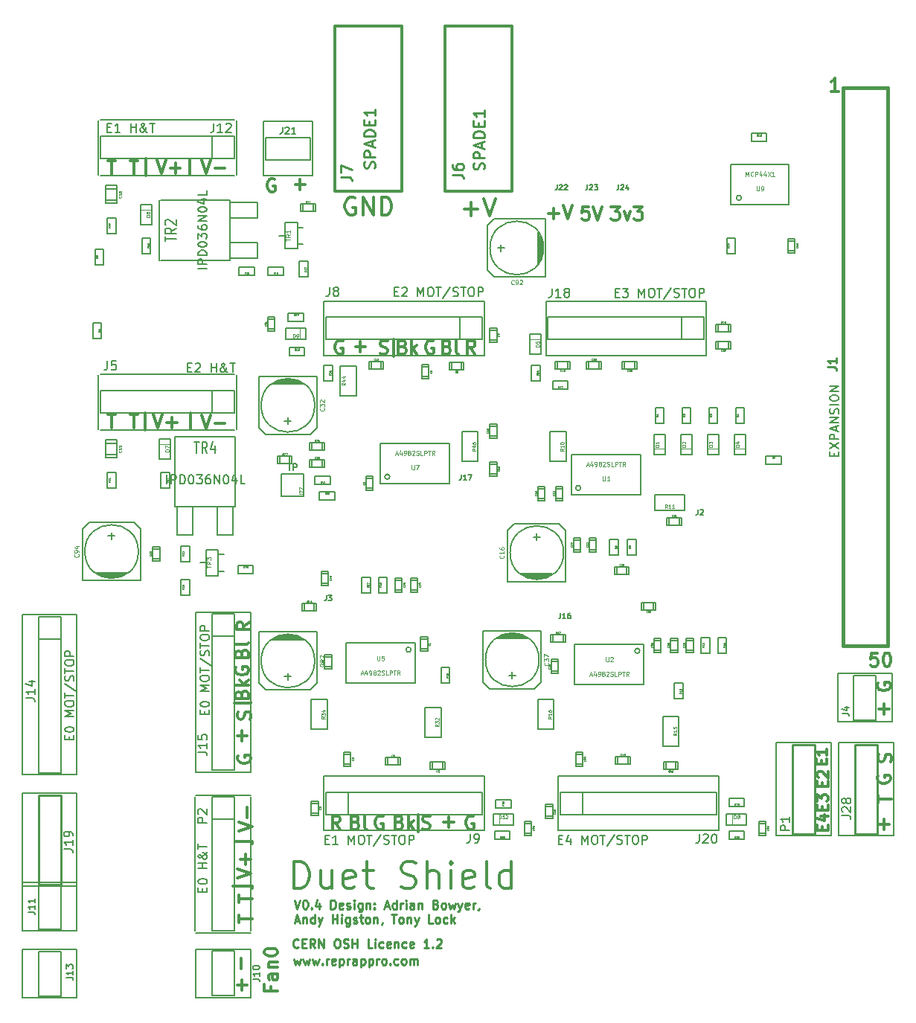
<source format=gto>
G04 (created by PCBNEW (2013-05-18 BZR 4017)-stable) date Thu 09 Jul 2015 13:03:17 BST*
%MOIN*%
G04 Gerber Fmt 3.4, Leading zero omitted, Abs format*
%FSLAX34Y34*%
G01*
G70*
G90*
G04 APERTURE LIST*
%ADD10C,0.00590551*%
%ADD11C,0.012*%
%ADD12C,0.00984252*%
%ADD13C,0.011811*%
%ADD14C,0.005*%
%ADD15C,0.0079*%
%ADD16C,0.006*%
%ADD17C,0.0059*%
%ADD18C,0.01*%
%ADD19C,0.015*%
%ADD20C,0.0039*%
%ADD21C,0.008*%
%ADD22C,0.001975*%
%ADD23C,0.002*%
%ADD24C,0.0047*%
%ADD25C,0.0024*%
%ADD26C,0.0016*%
G04 APERTURE END LIST*
G54D10*
G54D11*
X57985Y-24442D02*
X58357Y-24442D01*
X58157Y-24671D01*
X58242Y-24671D01*
X58300Y-24700D01*
X58328Y-24728D01*
X58357Y-24785D01*
X58357Y-24928D01*
X58328Y-24985D01*
X58300Y-25014D01*
X58242Y-25042D01*
X58071Y-25042D01*
X58014Y-25014D01*
X57985Y-24985D01*
X58557Y-24642D02*
X58700Y-25042D01*
X58842Y-24642D01*
X59014Y-24442D02*
X59385Y-24442D01*
X59185Y-24671D01*
X59271Y-24671D01*
X59328Y-24700D01*
X59357Y-24728D01*
X59385Y-24785D01*
X59385Y-24928D01*
X59357Y-24985D01*
X59328Y-25014D01*
X59271Y-25042D01*
X59100Y-25042D01*
X59042Y-25014D01*
X59014Y-24985D01*
X56985Y-24442D02*
X56700Y-24442D01*
X56671Y-24728D01*
X56700Y-24700D01*
X56757Y-24671D01*
X56900Y-24671D01*
X56957Y-24700D01*
X56985Y-24728D01*
X57014Y-24785D01*
X57014Y-24928D01*
X56985Y-24985D01*
X56957Y-25014D01*
X56900Y-25042D01*
X56757Y-25042D01*
X56700Y-25014D01*
X56671Y-24985D01*
X57185Y-24442D02*
X57385Y-25042D01*
X57585Y-24442D01*
X55164Y-24764D02*
X55621Y-24764D01*
X55392Y-24992D02*
X55392Y-24535D01*
X55821Y-24392D02*
X56021Y-24992D01*
X56221Y-24392D01*
X42907Y-23221D02*
X42850Y-23192D01*
X42764Y-23192D01*
X42678Y-23221D01*
X42621Y-23278D01*
X42592Y-23335D01*
X42564Y-23450D01*
X42564Y-23535D01*
X42592Y-23650D01*
X42621Y-23707D01*
X42678Y-23764D01*
X42764Y-23792D01*
X42821Y-23792D01*
X42907Y-23764D01*
X42935Y-23735D01*
X42935Y-23535D01*
X42821Y-23535D01*
X43821Y-23464D02*
X44278Y-23464D01*
X44050Y-23692D02*
X44050Y-23235D01*
X51807Y-51771D02*
X51750Y-51742D01*
X51664Y-51742D01*
X51578Y-51771D01*
X51521Y-51828D01*
X51492Y-51885D01*
X51464Y-52000D01*
X51464Y-52085D01*
X51492Y-52200D01*
X51521Y-52257D01*
X51578Y-52314D01*
X51664Y-52342D01*
X51721Y-52342D01*
X51807Y-52314D01*
X51835Y-52285D01*
X51835Y-52085D01*
X51721Y-52085D01*
X50471Y-52014D02*
X50928Y-52014D01*
X50700Y-52242D02*
X50700Y-51785D01*
X49528Y-52314D02*
X49614Y-52342D01*
X49757Y-52342D01*
X49814Y-52314D01*
X49842Y-52285D01*
X49871Y-52228D01*
X49871Y-52171D01*
X49842Y-52114D01*
X49814Y-52085D01*
X49757Y-52057D01*
X49642Y-52028D01*
X49585Y-52000D01*
X49557Y-51971D01*
X49528Y-51914D01*
X49528Y-51857D01*
X49557Y-51800D01*
X49585Y-51771D01*
X49642Y-51742D01*
X49785Y-51742D01*
X49871Y-51771D01*
X48500Y-52028D02*
X48585Y-52057D01*
X48614Y-52085D01*
X48642Y-52142D01*
X48642Y-52228D01*
X48614Y-52285D01*
X48585Y-52314D01*
X48528Y-52342D01*
X48300Y-52342D01*
X48300Y-51742D01*
X48500Y-51742D01*
X48557Y-51771D01*
X48585Y-51800D01*
X48614Y-51857D01*
X48614Y-51914D01*
X48585Y-51971D01*
X48557Y-52000D01*
X48500Y-52028D01*
X48300Y-52028D01*
X48900Y-52342D02*
X48900Y-51742D01*
X48957Y-52114D02*
X49128Y-52342D01*
X49128Y-51942D02*
X48900Y-52171D01*
X47757Y-51771D02*
X47700Y-51742D01*
X47614Y-51742D01*
X47528Y-51771D01*
X47471Y-51828D01*
X47442Y-51885D01*
X47414Y-52000D01*
X47414Y-52085D01*
X47442Y-52200D01*
X47471Y-52257D01*
X47528Y-52314D01*
X47614Y-52342D01*
X47671Y-52342D01*
X47757Y-52314D01*
X47785Y-52285D01*
X47785Y-52085D01*
X47671Y-52085D01*
X46535Y-52028D02*
X46621Y-52057D01*
X46650Y-52085D01*
X46678Y-52142D01*
X46678Y-52228D01*
X46650Y-52285D01*
X46621Y-52314D01*
X46564Y-52342D01*
X46335Y-52342D01*
X46335Y-51742D01*
X46535Y-51742D01*
X46592Y-51771D01*
X46621Y-51800D01*
X46650Y-51857D01*
X46650Y-51914D01*
X46621Y-51971D01*
X46592Y-52000D01*
X46535Y-52028D01*
X46335Y-52028D01*
X47021Y-52342D02*
X46964Y-52314D01*
X46935Y-52257D01*
X46935Y-51742D01*
X45835Y-52342D02*
X45635Y-52057D01*
X45492Y-52342D02*
X45492Y-51742D01*
X45721Y-51742D01*
X45778Y-51771D01*
X45807Y-51800D01*
X45835Y-51857D01*
X45835Y-51942D01*
X45807Y-52000D01*
X45778Y-52028D01*
X45721Y-52057D01*
X45492Y-52057D01*
X42728Y-59392D02*
X42728Y-59592D01*
X43042Y-59592D02*
X42442Y-59592D01*
X42442Y-59307D01*
X43042Y-58821D02*
X42728Y-58821D01*
X42671Y-58849D01*
X42642Y-58907D01*
X42642Y-59021D01*
X42671Y-59078D01*
X43014Y-58821D02*
X43042Y-58878D01*
X43042Y-59021D01*
X43014Y-59078D01*
X42957Y-59107D01*
X42900Y-59107D01*
X42842Y-59078D01*
X42814Y-59021D01*
X42814Y-58878D01*
X42785Y-58821D01*
X42642Y-58535D02*
X43042Y-58535D01*
X42700Y-58535D02*
X42671Y-58507D01*
X42642Y-58450D01*
X42642Y-58364D01*
X42671Y-58307D01*
X42728Y-58278D01*
X43042Y-58278D01*
X42442Y-57878D02*
X42442Y-57821D01*
X42471Y-57764D01*
X42500Y-57735D01*
X42557Y-57707D01*
X42671Y-57678D01*
X42814Y-57678D01*
X42928Y-57707D01*
X42985Y-57735D01*
X43014Y-57764D01*
X43042Y-57821D01*
X43042Y-57878D01*
X43014Y-57935D01*
X42985Y-57964D01*
X42928Y-57992D01*
X42814Y-58021D01*
X42671Y-58021D01*
X42557Y-57992D01*
X42500Y-57964D01*
X42471Y-57935D01*
X42442Y-57878D01*
G54D12*
X43966Y-57621D02*
X43947Y-57640D01*
X43891Y-57659D01*
X43853Y-57659D01*
X43797Y-57640D01*
X43759Y-57603D01*
X43741Y-57565D01*
X43722Y-57490D01*
X43722Y-57434D01*
X43741Y-57359D01*
X43759Y-57321D01*
X43797Y-57284D01*
X43853Y-57265D01*
X43891Y-57265D01*
X43947Y-57284D01*
X43966Y-57303D01*
X44134Y-57453D02*
X44265Y-57453D01*
X44322Y-57659D02*
X44134Y-57659D01*
X44134Y-57265D01*
X44322Y-57265D01*
X44715Y-57659D02*
X44584Y-57471D01*
X44490Y-57659D02*
X44490Y-57265D01*
X44640Y-57265D01*
X44678Y-57284D01*
X44697Y-57303D01*
X44715Y-57340D01*
X44715Y-57396D01*
X44697Y-57434D01*
X44678Y-57453D01*
X44640Y-57471D01*
X44490Y-57471D01*
X44884Y-57659D02*
X44884Y-57265D01*
X45109Y-57659D01*
X45109Y-57265D01*
X45672Y-57265D02*
X45747Y-57265D01*
X45784Y-57284D01*
X45822Y-57321D01*
X45840Y-57396D01*
X45840Y-57528D01*
X45822Y-57603D01*
X45784Y-57640D01*
X45747Y-57659D01*
X45672Y-57659D01*
X45634Y-57640D01*
X45597Y-57603D01*
X45578Y-57528D01*
X45578Y-57396D01*
X45597Y-57321D01*
X45634Y-57284D01*
X45672Y-57265D01*
X45990Y-57640D02*
X46047Y-57659D01*
X46140Y-57659D01*
X46178Y-57640D01*
X46196Y-57621D01*
X46215Y-57584D01*
X46215Y-57546D01*
X46196Y-57509D01*
X46178Y-57490D01*
X46140Y-57471D01*
X46065Y-57453D01*
X46028Y-57434D01*
X46009Y-57415D01*
X45990Y-57378D01*
X45990Y-57340D01*
X46009Y-57303D01*
X46028Y-57284D01*
X46065Y-57265D01*
X46159Y-57265D01*
X46215Y-57284D01*
X46384Y-57659D02*
X46384Y-57265D01*
X46384Y-57453D02*
X46609Y-57453D01*
X46609Y-57659D02*
X46609Y-57265D01*
X47284Y-57659D02*
X47096Y-57659D01*
X47096Y-57265D01*
X47415Y-57659D02*
X47415Y-57396D01*
X47415Y-57265D02*
X47396Y-57284D01*
X47415Y-57303D01*
X47434Y-57284D01*
X47415Y-57265D01*
X47415Y-57303D01*
X47771Y-57640D02*
X47734Y-57659D01*
X47659Y-57659D01*
X47621Y-57640D01*
X47603Y-57621D01*
X47584Y-57584D01*
X47584Y-57471D01*
X47603Y-57434D01*
X47621Y-57415D01*
X47659Y-57396D01*
X47734Y-57396D01*
X47771Y-57415D01*
X48090Y-57640D02*
X48053Y-57659D01*
X47978Y-57659D01*
X47940Y-57640D01*
X47921Y-57603D01*
X47921Y-57453D01*
X47940Y-57415D01*
X47978Y-57396D01*
X48053Y-57396D01*
X48090Y-57415D01*
X48109Y-57453D01*
X48109Y-57490D01*
X47921Y-57528D01*
X48277Y-57396D02*
X48277Y-57659D01*
X48277Y-57434D02*
X48296Y-57415D01*
X48334Y-57396D01*
X48390Y-57396D01*
X48427Y-57415D01*
X48446Y-57453D01*
X48446Y-57659D01*
X48802Y-57640D02*
X48765Y-57659D01*
X48690Y-57659D01*
X48652Y-57640D01*
X48634Y-57621D01*
X48615Y-57584D01*
X48615Y-57471D01*
X48634Y-57434D01*
X48652Y-57415D01*
X48690Y-57396D01*
X48765Y-57396D01*
X48802Y-57415D01*
X49121Y-57640D02*
X49084Y-57659D01*
X49009Y-57659D01*
X48971Y-57640D01*
X48952Y-57603D01*
X48952Y-57453D01*
X48971Y-57415D01*
X49009Y-57396D01*
X49084Y-57396D01*
X49121Y-57415D01*
X49140Y-57453D01*
X49140Y-57490D01*
X48952Y-57528D01*
X49815Y-57659D02*
X49590Y-57659D01*
X49702Y-57659D02*
X49702Y-57265D01*
X49665Y-57321D01*
X49627Y-57359D01*
X49590Y-57378D01*
X49984Y-57621D02*
X50002Y-57640D01*
X49984Y-57659D01*
X49965Y-57640D01*
X49984Y-57621D01*
X49984Y-57659D01*
X50152Y-57303D02*
X50171Y-57284D01*
X50208Y-57265D01*
X50302Y-57265D01*
X50340Y-57284D01*
X50358Y-57303D01*
X50377Y-57340D01*
X50377Y-57378D01*
X50358Y-57434D01*
X50133Y-57659D01*
X50377Y-57659D01*
X43765Y-58146D02*
X43840Y-58409D01*
X43915Y-58221D01*
X43990Y-58409D01*
X44065Y-58146D01*
X44178Y-58146D02*
X44253Y-58409D01*
X44328Y-58221D01*
X44403Y-58409D01*
X44478Y-58146D01*
X44590Y-58146D02*
X44665Y-58409D01*
X44740Y-58221D01*
X44815Y-58409D01*
X44890Y-58146D01*
X45040Y-58371D02*
X45059Y-58390D01*
X45040Y-58409D01*
X45022Y-58390D01*
X45040Y-58371D01*
X45040Y-58409D01*
X45228Y-58409D02*
X45228Y-58146D01*
X45228Y-58221D02*
X45247Y-58184D01*
X45265Y-58165D01*
X45303Y-58146D01*
X45340Y-58146D01*
X45621Y-58390D02*
X45584Y-58409D01*
X45509Y-58409D01*
X45472Y-58390D01*
X45453Y-58353D01*
X45453Y-58203D01*
X45472Y-58165D01*
X45509Y-58146D01*
X45584Y-58146D01*
X45621Y-58165D01*
X45640Y-58203D01*
X45640Y-58240D01*
X45453Y-58278D01*
X45809Y-58146D02*
X45809Y-58540D01*
X45809Y-58165D02*
X45846Y-58146D01*
X45921Y-58146D01*
X45959Y-58165D01*
X45978Y-58184D01*
X45996Y-58221D01*
X45996Y-58334D01*
X45978Y-58371D01*
X45959Y-58390D01*
X45921Y-58409D01*
X45846Y-58409D01*
X45809Y-58390D01*
X46165Y-58409D02*
X46165Y-58146D01*
X46165Y-58221D02*
X46184Y-58184D01*
X46203Y-58165D01*
X46240Y-58146D01*
X46278Y-58146D01*
X46578Y-58409D02*
X46578Y-58203D01*
X46559Y-58165D01*
X46521Y-58146D01*
X46446Y-58146D01*
X46409Y-58165D01*
X46578Y-58390D02*
X46540Y-58409D01*
X46446Y-58409D01*
X46409Y-58390D01*
X46390Y-58353D01*
X46390Y-58315D01*
X46409Y-58278D01*
X46446Y-58259D01*
X46540Y-58259D01*
X46578Y-58240D01*
X46765Y-58146D02*
X46765Y-58540D01*
X46765Y-58165D02*
X46803Y-58146D01*
X46878Y-58146D01*
X46915Y-58165D01*
X46934Y-58184D01*
X46953Y-58221D01*
X46953Y-58334D01*
X46934Y-58371D01*
X46915Y-58390D01*
X46878Y-58409D01*
X46803Y-58409D01*
X46765Y-58390D01*
X47121Y-58146D02*
X47121Y-58540D01*
X47121Y-58165D02*
X47159Y-58146D01*
X47234Y-58146D01*
X47271Y-58165D01*
X47290Y-58184D01*
X47309Y-58221D01*
X47309Y-58334D01*
X47290Y-58371D01*
X47271Y-58390D01*
X47234Y-58409D01*
X47159Y-58409D01*
X47121Y-58390D01*
X47478Y-58409D02*
X47478Y-58146D01*
X47478Y-58221D02*
X47496Y-58184D01*
X47515Y-58165D01*
X47552Y-58146D01*
X47590Y-58146D01*
X47777Y-58409D02*
X47740Y-58390D01*
X47721Y-58371D01*
X47702Y-58334D01*
X47702Y-58221D01*
X47721Y-58184D01*
X47740Y-58165D01*
X47777Y-58146D01*
X47834Y-58146D01*
X47871Y-58165D01*
X47890Y-58184D01*
X47909Y-58221D01*
X47909Y-58334D01*
X47890Y-58371D01*
X47871Y-58390D01*
X47834Y-58409D01*
X47777Y-58409D01*
X48077Y-58371D02*
X48096Y-58390D01*
X48077Y-58409D01*
X48059Y-58390D01*
X48077Y-58371D01*
X48077Y-58409D01*
X48434Y-58390D02*
X48396Y-58409D01*
X48321Y-58409D01*
X48284Y-58390D01*
X48265Y-58371D01*
X48246Y-58334D01*
X48246Y-58221D01*
X48265Y-58184D01*
X48284Y-58165D01*
X48321Y-58146D01*
X48396Y-58146D01*
X48434Y-58165D01*
X48659Y-58409D02*
X48621Y-58390D01*
X48602Y-58371D01*
X48584Y-58334D01*
X48584Y-58221D01*
X48602Y-58184D01*
X48621Y-58165D01*
X48659Y-58146D01*
X48715Y-58146D01*
X48752Y-58165D01*
X48771Y-58184D01*
X48790Y-58221D01*
X48790Y-58334D01*
X48771Y-58371D01*
X48752Y-58390D01*
X48715Y-58409D01*
X48659Y-58409D01*
X48959Y-58409D02*
X48959Y-58146D01*
X48959Y-58184D02*
X48977Y-58165D01*
X49015Y-58146D01*
X49071Y-58146D01*
X49109Y-58165D01*
X49127Y-58203D01*
X49127Y-58409D01*
X49127Y-58203D02*
X49146Y-58165D01*
X49184Y-58146D01*
X49240Y-58146D01*
X49277Y-58165D01*
X49296Y-58203D01*
X49296Y-58409D01*
X43787Y-55515D02*
X43918Y-55909D01*
X44049Y-55515D01*
X44256Y-55515D02*
X44293Y-55515D01*
X44331Y-55534D01*
X44349Y-55553D01*
X44368Y-55590D01*
X44387Y-55665D01*
X44387Y-55759D01*
X44368Y-55834D01*
X44349Y-55871D01*
X44331Y-55890D01*
X44293Y-55909D01*
X44256Y-55909D01*
X44218Y-55890D01*
X44199Y-55871D01*
X44181Y-55834D01*
X44162Y-55759D01*
X44162Y-55665D01*
X44181Y-55590D01*
X44199Y-55553D01*
X44218Y-55534D01*
X44256Y-55515D01*
X44556Y-55871D02*
X44574Y-55890D01*
X44556Y-55909D01*
X44537Y-55890D01*
X44556Y-55871D01*
X44556Y-55909D01*
X44912Y-55646D02*
X44912Y-55909D01*
X44818Y-55496D02*
X44724Y-55778D01*
X44968Y-55778D01*
X45418Y-55909D02*
X45418Y-55515D01*
X45512Y-55515D01*
X45568Y-55534D01*
X45606Y-55571D01*
X45624Y-55609D01*
X45643Y-55684D01*
X45643Y-55740D01*
X45624Y-55815D01*
X45606Y-55853D01*
X45568Y-55890D01*
X45512Y-55909D01*
X45418Y-55909D01*
X45962Y-55890D02*
X45924Y-55909D01*
X45849Y-55909D01*
X45812Y-55890D01*
X45793Y-55853D01*
X45793Y-55703D01*
X45812Y-55665D01*
X45849Y-55646D01*
X45924Y-55646D01*
X45962Y-55665D01*
X45980Y-55703D01*
X45980Y-55740D01*
X45793Y-55778D01*
X46130Y-55890D02*
X46168Y-55909D01*
X46243Y-55909D01*
X46280Y-55890D01*
X46299Y-55853D01*
X46299Y-55834D01*
X46280Y-55796D01*
X46243Y-55778D01*
X46187Y-55778D01*
X46149Y-55759D01*
X46130Y-55721D01*
X46130Y-55703D01*
X46149Y-55665D01*
X46187Y-55646D01*
X46243Y-55646D01*
X46280Y-55665D01*
X46468Y-55909D02*
X46468Y-55646D01*
X46468Y-55515D02*
X46449Y-55534D01*
X46468Y-55553D01*
X46487Y-55534D01*
X46468Y-55515D01*
X46468Y-55553D01*
X46824Y-55646D02*
X46824Y-55965D01*
X46805Y-56003D01*
X46787Y-56021D01*
X46749Y-56040D01*
X46693Y-56040D01*
X46655Y-56021D01*
X46824Y-55890D02*
X46787Y-55909D01*
X46712Y-55909D01*
X46674Y-55890D01*
X46655Y-55871D01*
X46637Y-55834D01*
X46637Y-55721D01*
X46655Y-55684D01*
X46674Y-55665D01*
X46712Y-55646D01*
X46787Y-55646D01*
X46824Y-55665D01*
X47012Y-55646D02*
X47012Y-55909D01*
X47012Y-55684D02*
X47030Y-55665D01*
X47068Y-55646D01*
X47124Y-55646D01*
X47162Y-55665D01*
X47180Y-55703D01*
X47180Y-55909D01*
X47368Y-55871D02*
X47387Y-55890D01*
X47368Y-55909D01*
X47349Y-55890D01*
X47368Y-55871D01*
X47368Y-55909D01*
X47368Y-55665D02*
X47387Y-55684D01*
X47368Y-55703D01*
X47349Y-55684D01*
X47368Y-55665D01*
X47368Y-55703D01*
X47836Y-55796D02*
X48024Y-55796D01*
X47799Y-55909D02*
X47930Y-55515D01*
X48061Y-55909D01*
X48361Y-55909D02*
X48361Y-55515D01*
X48361Y-55890D02*
X48324Y-55909D01*
X48249Y-55909D01*
X48211Y-55890D01*
X48193Y-55871D01*
X48174Y-55834D01*
X48174Y-55721D01*
X48193Y-55684D01*
X48211Y-55665D01*
X48249Y-55646D01*
X48324Y-55646D01*
X48361Y-55665D01*
X48549Y-55909D02*
X48549Y-55646D01*
X48549Y-55721D02*
X48568Y-55684D01*
X48586Y-55665D01*
X48624Y-55646D01*
X48661Y-55646D01*
X48793Y-55909D02*
X48793Y-55646D01*
X48793Y-55515D02*
X48774Y-55534D01*
X48793Y-55553D01*
X48811Y-55534D01*
X48793Y-55515D01*
X48793Y-55553D01*
X49149Y-55909D02*
X49149Y-55703D01*
X49130Y-55665D01*
X49093Y-55646D01*
X49018Y-55646D01*
X48980Y-55665D01*
X49149Y-55890D02*
X49111Y-55909D01*
X49018Y-55909D01*
X48980Y-55890D01*
X48961Y-55853D01*
X48961Y-55815D01*
X48980Y-55778D01*
X49018Y-55759D01*
X49111Y-55759D01*
X49149Y-55740D01*
X49336Y-55646D02*
X49336Y-55909D01*
X49336Y-55684D02*
X49355Y-55665D01*
X49393Y-55646D01*
X49449Y-55646D01*
X49486Y-55665D01*
X49505Y-55703D01*
X49505Y-55909D01*
X50124Y-55703D02*
X50180Y-55721D01*
X50199Y-55740D01*
X50217Y-55778D01*
X50217Y-55834D01*
X50199Y-55871D01*
X50180Y-55890D01*
X50142Y-55909D01*
X49992Y-55909D01*
X49992Y-55515D01*
X50124Y-55515D01*
X50161Y-55534D01*
X50180Y-55553D01*
X50199Y-55590D01*
X50199Y-55628D01*
X50180Y-55665D01*
X50161Y-55684D01*
X50124Y-55703D01*
X49992Y-55703D01*
X50442Y-55909D02*
X50405Y-55890D01*
X50386Y-55871D01*
X50367Y-55834D01*
X50367Y-55721D01*
X50386Y-55684D01*
X50405Y-55665D01*
X50442Y-55646D01*
X50499Y-55646D01*
X50536Y-55665D01*
X50555Y-55684D01*
X50574Y-55721D01*
X50574Y-55834D01*
X50555Y-55871D01*
X50536Y-55890D01*
X50499Y-55909D01*
X50442Y-55909D01*
X50705Y-55646D02*
X50780Y-55909D01*
X50855Y-55721D01*
X50930Y-55909D01*
X51005Y-55646D01*
X51117Y-55646D02*
X51211Y-55909D01*
X51305Y-55646D02*
X51211Y-55909D01*
X51174Y-56003D01*
X51155Y-56021D01*
X51117Y-56040D01*
X51605Y-55890D02*
X51567Y-55909D01*
X51492Y-55909D01*
X51455Y-55890D01*
X51436Y-55853D01*
X51436Y-55703D01*
X51455Y-55665D01*
X51492Y-55646D01*
X51567Y-55646D01*
X51605Y-55665D01*
X51624Y-55703D01*
X51624Y-55740D01*
X51436Y-55778D01*
X51792Y-55909D02*
X51792Y-55646D01*
X51792Y-55721D02*
X51811Y-55684D01*
X51830Y-55665D01*
X51867Y-55646D01*
X51905Y-55646D01*
X52055Y-55890D02*
X52055Y-55909D01*
X52036Y-55946D01*
X52017Y-55965D01*
X43824Y-56446D02*
X44012Y-56446D01*
X43787Y-56558D02*
X43918Y-56165D01*
X44049Y-56558D01*
X44181Y-56296D02*
X44181Y-56558D01*
X44181Y-56333D02*
X44199Y-56315D01*
X44237Y-56296D01*
X44293Y-56296D01*
X44331Y-56315D01*
X44349Y-56352D01*
X44349Y-56558D01*
X44706Y-56558D02*
X44706Y-56165D01*
X44706Y-56540D02*
X44668Y-56558D01*
X44593Y-56558D01*
X44556Y-56540D01*
X44537Y-56521D01*
X44518Y-56483D01*
X44518Y-56371D01*
X44537Y-56333D01*
X44556Y-56315D01*
X44593Y-56296D01*
X44668Y-56296D01*
X44706Y-56315D01*
X44856Y-56296D02*
X44949Y-56558D01*
X45043Y-56296D02*
X44949Y-56558D01*
X44912Y-56652D01*
X44893Y-56671D01*
X44856Y-56690D01*
X45493Y-56558D02*
X45493Y-56165D01*
X45493Y-56352D02*
X45718Y-56352D01*
X45718Y-56558D02*
X45718Y-56165D01*
X45905Y-56558D02*
X45905Y-56296D01*
X45905Y-56165D02*
X45887Y-56184D01*
X45905Y-56202D01*
X45924Y-56184D01*
X45905Y-56165D01*
X45905Y-56202D01*
X46262Y-56296D02*
X46262Y-56615D01*
X46243Y-56652D01*
X46224Y-56671D01*
X46187Y-56690D01*
X46130Y-56690D01*
X46093Y-56671D01*
X46262Y-56540D02*
X46224Y-56558D01*
X46149Y-56558D01*
X46112Y-56540D01*
X46093Y-56521D01*
X46074Y-56483D01*
X46074Y-56371D01*
X46093Y-56333D01*
X46112Y-56315D01*
X46149Y-56296D01*
X46224Y-56296D01*
X46262Y-56315D01*
X46430Y-56540D02*
X46468Y-56558D01*
X46543Y-56558D01*
X46580Y-56540D01*
X46599Y-56502D01*
X46599Y-56483D01*
X46580Y-56446D01*
X46543Y-56427D01*
X46487Y-56427D01*
X46449Y-56408D01*
X46430Y-56371D01*
X46430Y-56352D01*
X46449Y-56315D01*
X46487Y-56296D01*
X46543Y-56296D01*
X46580Y-56315D01*
X46712Y-56296D02*
X46862Y-56296D01*
X46768Y-56165D02*
X46768Y-56502D01*
X46787Y-56540D01*
X46824Y-56558D01*
X46862Y-56558D01*
X47049Y-56558D02*
X47012Y-56540D01*
X46993Y-56521D01*
X46974Y-56483D01*
X46974Y-56371D01*
X46993Y-56333D01*
X47012Y-56315D01*
X47049Y-56296D01*
X47105Y-56296D01*
X47143Y-56315D01*
X47162Y-56333D01*
X47180Y-56371D01*
X47180Y-56483D01*
X47162Y-56521D01*
X47143Y-56540D01*
X47105Y-56558D01*
X47049Y-56558D01*
X47349Y-56296D02*
X47349Y-56558D01*
X47349Y-56333D02*
X47368Y-56315D01*
X47405Y-56296D01*
X47462Y-56296D01*
X47499Y-56315D01*
X47518Y-56352D01*
X47518Y-56558D01*
X47724Y-56540D02*
X47724Y-56558D01*
X47705Y-56596D01*
X47687Y-56615D01*
X48136Y-56165D02*
X48361Y-56165D01*
X48249Y-56558D02*
X48249Y-56165D01*
X48549Y-56558D02*
X48511Y-56540D01*
X48493Y-56521D01*
X48474Y-56483D01*
X48474Y-56371D01*
X48493Y-56333D01*
X48511Y-56315D01*
X48549Y-56296D01*
X48605Y-56296D01*
X48643Y-56315D01*
X48661Y-56333D01*
X48680Y-56371D01*
X48680Y-56483D01*
X48661Y-56521D01*
X48643Y-56540D01*
X48605Y-56558D01*
X48549Y-56558D01*
X48849Y-56296D02*
X48849Y-56558D01*
X48849Y-56333D02*
X48868Y-56315D01*
X48905Y-56296D01*
X48961Y-56296D01*
X48999Y-56315D01*
X49018Y-56352D01*
X49018Y-56558D01*
X49168Y-56296D02*
X49261Y-56558D01*
X49355Y-56296D02*
X49261Y-56558D01*
X49224Y-56652D01*
X49205Y-56671D01*
X49168Y-56690D01*
X49992Y-56558D02*
X49805Y-56558D01*
X49805Y-56165D01*
X50180Y-56558D02*
X50142Y-56540D01*
X50124Y-56521D01*
X50105Y-56483D01*
X50105Y-56371D01*
X50124Y-56333D01*
X50142Y-56315D01*
X50180Y-56296D01*
X50236Y-56296D01*
X50274Y-56315D01*
X50292Y-56333D01*
X50311Y-56371D01*
X50311Y-56483D01*
X50292Y-56521D01*
X50274Y-56540D01*
X50236Y-56558D01*
X50180Y-56558D01*
X50649Y-56540D02*
X50611Y-56558D01*
X50536Y-56558D01*
X50499Y-56540D01*
X50480Y-56521D01*
X50461Y-56483D01*
X50461Y-56371D01*
X50480Y-56333D01*
X50499Y-56315D01*
X50536Y-56296D01*
X50611Y-56296D01*
X50649Y-56315D01*
X50817Y-56558D02*
X50817Y-56165D01*
X50855Y-56408D02*
X50967Y-56558D01*
X50967Y-56296D02*
X50817Y-56446D01*
G54D11*
X43784Y-54978D02*
X43784Y-53796D01*
X44066Y-53796D01*
X44234Y-53853D01*
X44347Y-53965D01*
X44403Y-54078D01*
X44459Y-54303D01*
X44459Y-54471D01*
X44403Y-54696D01*
X44347Y-54809D01*
X44234Y-54921D01*
X44066Y-54978D01*
X43784Y-54978D01*
X45472Y-54190D02*
X45472Y-54978D01*
X44966Y-54190D02*
X44966Y-54809D01*
X45022Y-54921D01*
X45134Y-54978D01*
X45303Y-54978D01*
X45416Y-54921D01*
X45472Y-54865D01*
X46484Y-54921D02*
X46372Y-54978D01*
X46147Y-54978D01*
X46034Y-54921D01*
X45978Y-54809D01*
X45978Y-54359D01*
X46034Y-54246D01*
X46147Y-54190D01*
X46372Y-54190D01*
X46484Y-54246D01*
X46540Y-54359D01*
X46540Y-54471D01*
X45978Y-54584D01*
X46878Y-54190D02*
X47328Y-54190D01*
X47047Y-53796D02*
X47047Y-54809D01*
X47103Y-54921D01*
X47215Y-54978D01*
X47328Y-54978D01*
X48565Y-54921D02*
X48734Y-54978D01*
X49015Y-54978D01*
X49128Y-54921D01*
X49184Y-54865D01*
X49240Y-54753D01*
X49240Y-54640D01*
X49184Y-54528D01*
X49128Y-54471D01*
X49015Y-54415D01*
X48790Y-54359D01*
X48678Y-54303D01*
X48621Y-54246D01*
X48565Y-54134D01*
X48565Y-54021D01*
X48621Y-53909D01*
X48678Y-53853D01*
X48790Y-53796D01*
X49071Y-53796D01*
X49240Y-53853D01*
X49746Y-54978D02*
X49746Y-53796D01*
X50252Y-54978D02*
X50252Y-54359D01*
X50196Y-54246D01*
X50084Y-54190D01*
X49915Y-54190D01*
X49802Y-54246D01*
X49746Y-54303D01*
X50815Y-54978D02*
X50815Y-54190D01*
X50815Y-53796D02*
X50759Y-53853D01*
X50815Y-53909D01*
X50871Y-53853D01*
X50815Y-53796D01*
X50815Y-53909D01*
X51827Y-54921D02*
X51715Y-54978D01*
X51490Y-54978D01*
X51377Y-54921D01*
X51321Y-54809D01*
X51321Y-54359D01*
X51377Y-54246D01*
X51490Y-54190D01*
X51715Y-54190D01*
X51827Y-54246D01*
X51883Y-54359D01*
X51883Y-54471D01*
X51321Y-54584D01*
X52558Y-54978D02*
X52446Y-54921D01*
X52390Y-54809D01*
X52390Y-53796D01*
X53515Y-54978D02*
X53515Y-53796D01*
X53515Y-54921D02*
X53402Y-54978D01*
X53177Y-54978D01*
X53065Y-54921D01*
X53008Y-54865D01*
X52952Y-54753D01*
X52952Y-54415D01*
X53008Y-54303D01*
X53065Y-54246D01*
X53177Y-54190D01*
X53402Y-54190D01*
X53515Y-54246D01*
X51885Y-31042D02*
X51685Y-30757D01*
X51542Y-31042D02*
X51542Y-30442D01*
X51771Y-30442D01*
X51828Y-30471D01*
X51857Y-30500D01*
X51885Y-30557D01*
X51885Y-30642D01*
X51857Y-30700D01*
X51828Y-30728D01*
X51771Y-30757D01*
X51542Y-30757D01*
X50635Y-30728D02*
X50721Y-30757D01*
X50750Y-30785D01*
X50778Y-30842D01*
X50778Y-30928D01*
X50750Y-30985D01*
X50721Y-31014D01*
X50664Y-31042D01*
X50435Y-31042D01*
X50435Y-30442D01*
X50635Y-30442D01*
X50692Y-30471D01*
X50721Y-30500D01*
X50750Y-30557D01*
X50750Y-30614D01*
X50721Y-30671D01*
X50692Y-30700D01*
X50635Y-30728D01*
X50435Y-30728D01*
X51121Y-31042D02*
X51064Y-31014D01*
X51035Y-30957D01*
X51035Y-30442D01*
X50007Y-30471D02*
X49950Y-30442D01*
X49864Y-30442D01*
X49778Y-30471D01*
X49721Y-30528D01*
X49692Y-30585D01*
X49664Y-30700D01*
X49664Y-30785D01*
X49692Y-30900D01*
X49721Y-30957D01*
X49778Y-31014D01*
X49864Y-31042D01*
X49921Y-31042D01*
X50007Y-31014D01*
X50035Y-30985D01*
X50035Y-30785D01*
X49921Y-30785D01*
X48650Y-30728D02*
X48735Y-30757D01*
X48764Y-30785D01*
X48792Y-30842D01*
X48792Y-30928D01*
X48764Y-30985D01*
X48735Y-31014D01*
X48678Y-31042D01*
X48450Y-31042D01*
X48450Y-30442D01*
X48650Y-30442D01*
X48707Y-30471D01*
X48735Y-30500D01*
X48764Y-30557D01*
X48764Y-30614D01*
X48735Y-30671D01*
X48707Y-30700D01*
X48650Y-30728D01*
X48450Y-30728D01*
X49050Y-31042D02*
X49050Y-30442D01*
X49107Y-30814D02*
X49278Y-31042D01*
X49278Y-30642D02*
X49050Y-30871D01*
X41792Y-43064D02*
X41507Y-43264D01*
X41792Y-43407D02*
X41192Y-43407D01*
X41192Y-43178D01*
X41221Y-43121D01*
X41250Y-43092D01*
X41307Y-43064D01*
X41392Y-43064D01*
X41450Y-43092D01*
X41478Y-43121D01*
X41507Y-43178D01*
X41507Y-43407D01*
X41428Y-44464D02*
X41457Y-44378D01*
X41485Y-44350D01*
X41542Y-44321D01*
X41628Y-44321D01*
X41685Y-44350D01*
X41714Y-44378D01*
X41742Y-44435D01*
X41742Y-44664D01*
X41142Y-44664D01*
X41142Y-44464D01*
X41171Y-44407D01*
X41200Y-44378D01*
X41257Y-44350D01*
X41314Y-44350D01*
X41371Y-44378D01*
X41400Y-44407D01*
X41428Y-44464D01*
X41428Y-44664D01*
X41742Y-43978D02*
X41714Y-44035D01*
X41657Y-44064D01*
X41142Y-44064D01*
X41171Y-45092D02*
X41142Y-45150D01*
X41142Y-45235D01*
X41171Y-45321D01*
X41228Y-45378D01*
X41285Y-45407D01*
X41400Y-45435D01*
X41485Y-45435D01*
X41600Y-45407D01*
X41657Y-45378D01*
X41714Y-45321D01*
X41742Y-45235D01*
X41742Y-45178D01*
X41714Y-45092D01*
X41685Y-45064D01*
X41485Y-45064D01*
X41485Y-45178D01*
X41428Y-46300D02*
X41457Y-46214D01*
X41485Y-46185D01*
X41542Y-46157D01*
X41628Y-46157D01*
X41685Y-46185D01*
X41714Y-46214D01*
X41742Y-46271D01*
X41742Y-46500D01*
X41142Y-46500D01*
X41142Y-46300D01*
X41171Y-46242D01*
X41200Y-46214D01*
X41257Y-46185D01*
X41314Y-46185D01*
X41371Y-46214D01*
X41400Y-46242D01*
X41428Y-46300D01*
X41428Y-46500D01*
X41742Y-45900D02*
X41142Y-45900D01*
X41514Y-45842D02*
X41742Y-45671D01*
X41342Y-45671D02*
X41571Y-45900D01*
X69971Y-46964D02*
X70428Y-46964D01*
X70200Y-47192D02*
X70200Y-46735D01*
X69921Y-45792D02*
X69892Y-45850D01*
X69892Y-45935D01*
X69921Y-46021D01*
X69978Y-46078D01*
X70035Y-46107D01*
X70150Y-46135D01*
X70235Y-46135D01*
X70350Y-46107D01*
X70407Y-46078D01*
X70464Y-46021D01*
X70492Y-45935D01*
X70492Y-45878D01*
X70464Y-45792D01*
X70435Y-45764D01*
X70235Y-45764D01*
X70235Y-45878D01*
X51412Y-24568D02*
X52012Y-24568D01*
X51712Y-24868D02*
X51712Y-24268D01*
X52274Y-24081D02*
X52537Y-24868D01*
X52799Y-24081D01*
X46500Y-24068D02*
X46425Y-24031D01*
X46312Y-24031D01*
X46200Y-24068D01*
X46125Y-24143D01*
X46087Y-24218D01*
X46050Y-24368D01*
X46050Y-24481D01*
X46087Y-24631D01*
X46125Y-24706D01*
X46200Y-24781D01*
X46312Y-24818D01*
X46387Y-24818D01*
X46500Y-24781D01*
X46537Y-24743D01*
X46537Y-24481D01*
X46387Y-24481D01*
X46875Y-24818D02*
X46875Y-24031D01*
X47324Y-24818D01*
X47324Y-24031D01*
X47699Y-24818D02*
X47699Y-24031D01*
X47887Y-24031D01*
X47999Y-24068D01*
X48074Y-24143D01*
X48112Y-24218D01*
X48149Y-24368D01*
X48149Y-24481D01*
X48112Y-24631D01*
X48074Y-24706D01*
X47999Y-24781D01*
X47887Y-24818D01*
X47699Y-24818D01*
G54D13*
X67443Y-52376D02*
X67443Y-52218D01*
X67691Y-52151D02*
X67691Y-52376D01*
X67218Y-52376D01*
X67218Y-52151D01*
X67376Y-51746D02*
X67691Y-51746D01*
X67196Y-51858D02*
X67533Y-51971D01*
X67533Y-51678D01*
X67443Y-51476D02*
X67443Y-51318D01*
X67691Y-51251D02*
X67691Y-51476D01*
X67218Y-51476D01*
X67218Y-51251D01*
X67218Y-51093D02*
X67218Y-50801D01*
X67398Y-50958D01*
X67398Y-50891D01*
X67421Y-50846D01*
X67443Y-50823D01*
X67488Y-50801D01*
X67601Y-50801D01*
X67646Y-50823D01*
X67668Y-50846D01*
X67691Y-50891D01*
X67691Y-51026D01*
X67668Y-51071D01*
X67646Y-51093D01*
X67443Y-50426D02*
X67443Y-50268D01*
X67691Y-50201D02*
X67691Y-50426D01*
X67218Y-50426D01*
X67218Y-50201D01*
X67263Y-50021D02*
X67241Y-49998D01*
X67218Y-49953D01*
X67218Y-49841D01*
X67241Y-49796D01*
X67263Y-49773D01*
X67308Y-49751D01*
X67353Y-49751D01*
X67421Y-49773D01*
X67691Y-50043D01*
X67691Y-49751D01*
X67393Y-49426D02*
X67393Y-49268D01*
X67641Y-49201D02*
X67641Y-49426D01*
X67168Y-49426D01*
X67168Y-49201D01*
X67641Y-48751D02*
X67641Y-49021D01*
X67641Y-48886D02*
X67168Y-48886D01*
X67236Y-48931D01*
X67281Y-48976D01*
X67303Y-49021D01*
G54D11*
X70514Y-49321D02*
X70542Y-49235D01*
X70542Y-49092D01*
X70514Y-49035D01*
X70485Y-49007D01*
X70428Y-48978D01*
X70371Y-48978D01*
X70314Y-49007D01*
X70285Y-49035D01*
X70257Y-49092D01*
X70228Y-49207D01*
X70200Y-49264D01*
X70171Y-49292D01*
X70114Y-49321D01*
X70057Y-49321D01*
X70000Y-49292D01*
X69971Y-49264D01*
X69942Y-49207D01*
X69942Y-49064D01*
X69971Y-48978D01*
X69942Y-51171D02*
X69942Y-50828D01*
X70542Y-51000D02*
X69942Y-51000D01*
X69971Y-52114D02*
X70428Y-52114D01*
X70200Y-52342D02*
X70200Y-51885D01*
X69921Y-49942D02*
X69892Y-50000D01*
X69892Y-50085D01*
X69921Y-50171D01*
X69978Y-50228D01*
X70035Y-50257D01*
X70150Y-50285D01*
X70235Y-50285D01*
X70350Y-50257D01*
X70407Y-50228D01*
X70464Y-50171D01*
X70492Y-50085D01*
X70492Y-50028D01*
X70464Y-49942D01*
X70435Y-49914D01*
X70235Y-49914D01*
X70235Y-50028D01*
X41414Y-58578D02*
X41414Y-58121D01*
X41221Y-59314D02*
X41678Y-59314D01*
X41450Y-59542D02*
X41450Y-59085D01*
X41814Y-47421D02*
X41842Y-47335D01*
X41842Y-47192D01*
X41814Y-47135D01*
X41785Y-47107D01*
X41728Y-47078D01*
X41671Y-47078D01*
X41614Y-47107D01*
X41585Y-47135D01*
X41557Y-47192D01*
X41528Y-47307D01*
X41500Y-47364D01*
X41471Y-47392D01*
X41414Y-47421D01*
X41357Y-47421D01*
X41300Y-47392D01*
X41271Y-47364D01*
X41242Y-47307D01*
X41242Y-47164D01*
X41271Y-47078D01*
X41221Y-48164D02*
X41678Y-48164D01*
X41450Y-48392D02*
X41450Y-47935D01*
X41271Y-49042D02*
X41242Y-49100D01*
X41242Y-49185D01*
X41271Y-49271D01*
X41328Y-49328D01*
X41385Y-49357D01*
X41500Y-49385D01*
X41585Y-49385D01*
X41700Y-49357D01*
X41757Y-49328D01*
X41814Y-49271D01*
X41842Y-49185D01*
X41842Y-49128D01*
X41814Y-49042D01*
X41785Y-49014D01*
X41585Y-49014D01*
X41585Y-49128D01*
X41292Y-55621D02*
X41292Y-55278D01*
X41892Y-55450D02*
X41292Y-55450D01*
X41292Y-56521D02*
X41292Y-56178D01*
X41892Y-56350D02*
X41292Y-56350D01*
X41292Y-52421D02*
X41892Y-52221D01*
X41292Y-52021D01*
X41664Y-51821D02*
X41664Y-51364D01*
X41242Y-54521D02*
X41842Y-54321D01*
X41242Y-54121D01*
X41614Y-53921D02*
X41614Y-53464D01*
X41842Y-53692D02*
X41385Y-53692D01*
X41900Y-52900D02*
X41900Y-53000D01*
X41150Y-52900D02*
X41900Y-52900D01*
X41900Y-54900D02*
X41900Y-55000D01*
X41050Y-54900D02*
X41900Y-54900D01*
X41850Y-46700D02*
X41850Y-46650D01*
X41100Y-46700D02*
X41850Y-46700D01*
X39150Y-33700D02*
X39150Y-34400D01*
X37100Y-33700D02*
X37100Y-34450D01*
X49350Y-51700D02*
X49350Y-52450D01*
X48250Y-30400D02*
X48250Y-31150D01*
X39100Y-22350D02*
X39100Y-23000D01*
X37150Y-22300D02*
X37150Y-23050D01*
X47628Y-31014D02*
X47714Y-31042D01*
X47857Y-31042D01*
X47914Y-31014D01*
X47942Y-30985D01*
X47971Y-30928D01*
X47971Y-30871D01*
X47942Y-30814D01*
X47914Y-30785D01*
X47857Y-30757D01*
X47742Y-30728D01*
X47685Y-30700D01*
X47657Y-30671D01*
X47628Y-30614D01*
X47628Y-30557D01*
X47657Y-30500D01*
X47685Y-30471D01*
X47742Y-30442D01*
X47885Y-30442D01*
X47971Y-30471D01*
X45957Y-30471D02*
X45900Y-30442D01*
X45814Y-30442D01*
X45728Y-30471D01*
X45671Y-30528D01*
X45642Y-30585D01*
X45614Y-30700D01*
X45614Y-30785D01*
X45642Y-30900D01*
X45671Y-30957D01*
X45728Y-31014D01*
X45814Y-31042D01*
X45871Y-31042D01*
X45957Y-31014D01*
X45985Y-30985D01*
X45985Y-30785D01*
X45871Y-30785D01*
X46521Y-30714D02*
X46978Y-30714D01*
X46750Y-30942D02*
X46750Y-30485D01*
X36428Y-33742D02*
X36771Y-33742D01*
X36600Y-34342D02*
X36600Y-33742D01*
X35428Y-33742D02*
X35771Y-33742D01*
X35600Y-34342D02*
X35600Y-33742D01*
X36428Y-22392D02*
X36771Y-22392D01*
X36600Y-22992D02*
X36600Y-22392D01*
X35428Y-22392D02*
X35771Y-22392D01*
X35600Y-22992D02*
X35600Y-22392D01*
X39628Y-33792D02*
X39828Y-34392D01*
X40028Y-33792D01*
X40228Y-34164D02*
X40685Y-34164D01*
X37478Y-33742D02*
X37678Y-34342D01*
X37878Y-33742D01*
X38078Y-34114D02*
X38535Y-34114D01*
X38307Y-34342D02*
X38307Y-33885D01*
X39628Y-22342D02*
X39828Y-22942D01*
X40028Y-22342D01*
X40228Y-22714D02*
X40685Y-22714D01*
X37628Y-22342D02*
X37828Y-22942D01*
X38028Y-22342D01*
X38228Y-22714D02*
X38685Y-22714D01*
X38457Y-22942D02*
X38457Y-22485D01*
X69907Y-44442D02*
X69621Y-44442D01*
X69592Y-44728D01*
X69621Y-44700D01*
X69678Y-44671D01*
X69821Y-44671D01*
X69878Y-44700D01*
X69907Y-44728D01*
X69935Y-44785D01*
X69935Y-44928D01*
X69907Y-44985D01*
X69878Y-45014D01*
X69821Y-45042D01*
X69678Y-45042D01*
X69621Y-45014D01*
X69592Y-44985D01*
X70307Y-44442D02*
X70364Y-44442D01*
X70421Y-44471D01*
X70450Y-44500D01*
X70478Y-44557D01*
X70507Y-44671D01*
X70507Y-44814D01*
X70478Y-44928D01*
X70450Y-44985D01*
X70421Y-45014D01*
X70364Y-45042D01*
X70307Y-45042D01*
X70250Y-45014D01*
X70221Y-44985D01*
X70192Y-44928D01*
X70164Y-44814D01*
X70164Y-44671D01*
X70192Y-44557D01*
X70221Y-44500D01*
X70250Y-44471D01*
X70307Y-44442D01*
X68171Y-19292D02*
X67828Y-19292D01*
X68000Y-19292D02*
X68000Y-18692D01*
X67942Y-18778D01*
X67885Y-18835D01*
X67828Y-18864D01*
G54D14*
X40900Y-24950D02*
X42150Y-24950D01*
X42150Y-24950D02*
X42150Y-24250D01*
X42150Y-24250D02*
X40900Y-24250D01*
X40900Y-26750D02*
X42150Y-26750D01*
X42150Y-26750D02*
X42150Y-26050D01*
X42150Y-26050D02*
X40900Y-26050D01*
X38500Y-24150D02*
X40900Y-24150D01*
X40900Y-24150D02*
X40900Y-26850D01*
X40900Y-26850D02*
X37800Y-26850D01*
X37750Y-26850D02*
X37750Y-24150D01*
X37800Y-24150D02*
X38500Y-24150D01*
X65950Y-22550D02*
X63350Y-22550D01*
X63350Y-22550D02*
X63350Y-24350D01*
X63350Y-24350D02*
X65950Y-24350D01*
X65950Y-24350D02*
X65950Y-22550D01*
X63811Y-24050D02*
G75*
G03X63811Y-24050I-111J0D01*
G74*
G01*
X43212Y-36420D02*
X44208Y-36420D01*
X43212Y-37424D02*
X44196Y-37424D01*
X43212Y-37423D02*
X43212Y-36423D01*
X44208Y-36424D02*
X44208Y-37424D01*
X40375Y-40025D02*
X40635Y-40025D01*
X40375Y-40775D02*
X40635Y-40775D01*
X39825Y-40400D02*
X39565Y-40400D01*
X39825Y-40990D02*
X39825Y-39810D01*
X39825Y-39810D02*
X40375Y-39810D01*
X40375Y-39810D02*
X40375Y-40990D01*
X40375Y-40990D02*
X39825Y-40990D01*
X43925Y-25375D02*
X44185Y-25375D01*
X43925Y-26125D02*
X44185Y-26125D01*
X43375Y-25750D02*
X43115Y-25750D01*
X43375Y-26340D02*
X43375Y-25160D01*
X43375Y-25160D02*
X43925Y-25160D01*
X43925Y-25160D02*
X43925Y-26340D01*
X43925Y-26340D02*
X43375Y-26340D01*
G54D15*
X52004Y-34531D02*
X52004Y-35869D01*
X52004Y-35869D02*
X51296Y-35869D01*
X51296Y-35869D02*
X51296Y-34531D01*
X51296Y-34531D02*
X52004Y-34531D01*
X45846Y-32919D02*
X45846Y-31581D01*
X45846Y-31581D02*
X46554Y-31581D01*
X46554Y-31581D02*
X46554Y-32919D01*
X46554Y-32919D02*
X45846Y-32919D01*
X45254Y-46531D02*
X45254Y-47869D01*
X45254Y-47869D02*
X44546Y-47869D01*
X44546Y-47869D02*
X44546Y-46531D01*
X44546Y-46531D02*
X45254Y-46531D01*
X50354Y-46881D02*
X50354Y-48219D01*
X50354Y-48219D02*
X49646Y-48219D01*
X49646Y-48219D02*
X49646Y-46881D01*
X49646Y-46881D02*
X50354Y-46881D01*
X53444Y-52787D02*
X52756Y-52787D01*
X52756Y-52787D02*
X52756Y-52413D01*
X52756Y-52413D02*
X53444Y-52413D01*
X53444Y-52413D02*
X53444Y-52787D01*
X45394Y-36887D02*
X44706Y-36887D01*
X44706Y-36887D02*
X44706Y-36513D01*
X44706Y-36513D02*
X45394Y-36513D01*
X45394Y-36513D02*
X45394Y-36887D01*
X43506Y-29213D02*
X44194Y-29213D01*
X44194Y-29213D02*
X44194Y-29587D01*
X44194Y-29587D02*
X43506Y-29587D01*
X43506Y-29587D02*
X43506Y-29213D01*
X64256Y-21163D02*
X64944Y-21163D01*
X64944Y-21163D02*
X64944Y-21537D01*
X64944Y-21537D02*
X64256Y-21537D01*
X64256Y-21537D02*
X64256Y-21163D01*
X41994Y-27537D02*
X41306Y-27537D01*
X41306Y-27537D02*
X41306Y-27163D01*
X41306Y-27163D02*
X41994Y-27163D01*
X41994Y-27163D02*
X41994Y-27537D01*
X35413Y-25644D02*
X35413Y-24956D01*
X35413Y-24956D02*
X35787Y-24956D01*
X35787Y-24956D02*
X35787Y-25644D01*
X35787Y-25644D02*
X35413Y-25644D01*
X35413Y-37044D02*
X35413Y-36356D01*
X35413Y-36356D02*
X35787Y-36356D01*
X35787Y-36356D02*
X35787Y-37044D01*
X35787Y-37044D02*
X35413Y-37044D01*
X37337Y-25856D02*
X37337Y-26544D01*
X37337Y-26544D02*
X36963Y-26544D01*
X36963Y-26544D02*
X36963Y-25856D01*
X36963Y-25856D02*
X37337Y-25856D01*
X38187Y-36356D02*
X38187Y-37044D01*
X38187Y-37044D02*
X37813Y-37044D01*
X37813Y-37044D02*
X37813Y-36356D01*
X37813Y-36356D02*
X38187Y-36356D01*
X38713Y-41844D02*
X38713Y-41156D01*
X38713Y-41156D02*
X39087Y-41156D01*
X39087Y-41156D02*
X39087Y-41844D01*
X39087Y-41844D02*
X38713Y-41844D01*
X44387Y-26906D02*
X44387Y-27594D01*
X44387Y-27594D02*
X44013Y-27594D01*
X44013Y-27594D02*
X44013Y-26906D01*
X44013Y-26906D02*
X44387Y-26906D01*
X41256Y-40513D02*
X41944Y-40513D01*
X41944Y-40513D02*
X41944Y-40887D01*
X41944Y-40887D02*
X41256Y-40887D01*
X41256Y-40887D02*
X41256Y-40513D01*
X38713Y-40344D02*
X38713Y-39656D01*
X38713Y-39656D02*
X39087Y-39656D01*
X39087Y-39656D02*
X39087Y-40344D01*
X39087Y-40344D02*
X38713Y-40344D01*
X47563Y-41744D02*
X47563Y-41056D01*
X47563Y-41056D02*
X47937Y-41056D01*
X47937Y-41056D02*
X47937Y-41744D01*
X47937Y-41744D02*
X47563Y-41744D01*
X47187Y-41056D02*
X47187Y-41744D01*
X47187Y-41744D02*
X46813Y-41744D01*
X46813Y-41744D02*
X46813Y-41056D01*
X46813Y-41056D02*
X47187Y-41056D01*
X50737Y-45106D02*
X50737Y-45794D01*
X50737Y-45794D02*
X50363Y-45794D01*
X50363Y-45794D02*
X50363Y-45106D01*
X50363Y-45106D02*
X50737Y-45106D01*
X45487Y-31556D02*
X45487Y-32244D01*
X45487Y-32244D02*
X45113Y-32244D01*
X45113Y-32244D02*
X45113Y-31556D01*
X45113Y-31556D02*
X45487Y-31556D01*
X44906Y-37213D02*
X45594Y-37213D01*
X45594Y-37213D02*
X45594Y-37587D01*
X45594Y-37587D02*
X44906Y-37587D01*
X44906Y-37587D02*
X44906Y-37213D01*
X43294Y-27537D02*
X42606Y-27537D01*
X42606Y-27537D02*
X42606Y-27163D01*
X42606Y-27163D02*
X43294Y-27163D01*
X43294Y-27163D02*
X43294Y-27537D01*
X43556Y-30763D02*
X44244Y-30763D01*
X44244Y-30763D02*
X44244Y-31137D01*
X44244Y-31137D02*
X43556Y-31137D01*
X43556Y-31137D02*
X43556Y-30763D01*
X53494Y-51387D02*
X52806Y-51387D01*
X52806Y-51387D02*
X52806Y-51013D01*
X52806Y-51013D02*
X53494Y-51013D01*
X53494Y-51013D02*
X53494Y-51387D01*
X63163Y-26544D02*
X63163Y-25856D01*
X63163Y-25856D02*
X63537Y-25856D01*
X63537Y-25856D02*
X63537Y-26544D01*
X63537Y-26544D02*
X63163Y-26544D01*
G54D16*
X41820Y-42609D02*
X41820Y-49791D01*
X41820Y-49791D02*
X39380Y-49791D01*
G54D17*
X39380Y-49791D02*
X39380Y-42609D01*
X39380Y-42609D02*
X41820Y-42609D01*
G54D16*
X41100Y-43700D02*
X40100Y-43700D01*
X41100Y-42700D02*
X41100Y-49700D01*
X41100Y-49700D02*
X40100Y-49700D01*
X40100Y-49700D02*
X40100Y-42700D01*
X40100Y-42700D02*
X41100Y-42700D01*
X34049Y-42722D02*
X34049Y-49904D01*
X34049Y-49904D02*
X31609Y-49904D01*
G54D17*
X31609Y-49904D02*
X31609Y-42722D01*
X31609Y-42722D02*
X34049Y-42722D01*
G54D16*
X33329Y-43813D02*
X32329Y-43813D01*
X33329Y-42813D02*
X33329Y-49813D01*
X33329Y-49813D02*
X32329Y-49813D01*
X32329Y-49813D02*
X32329Y-42813D01*
X32329Y-42813D02*
X33329Y-42813D01*
X45109Y-49961D02*
X52291Y-49961D01*
X52291Y-49961D02*
X52291Y-52401D01*
G54D17*
X52291Y-52401D02*
X45109Y-52401D01*
X45109Y-52401D02*
X45109Y-49961D01*
G54D16*
X46200Y-50681D02*
X46200Y-51681D01*
X45200Y-50681D02*
X52200Y-50681D01*
X52200Y-50681D02*
X52200Y-51681D01*
X52200Y-51681D02*
X45200Y-51681D01*
X45200Y-51681D02*
X45200Y-50681D01*
X52291Y-31120D02*
X45109Y-31120D01*
X45109Y-31120D02*
X45109Y-28680D01*
G54D17*
X45109Y-28680D02*
X52291Y-28680D01*
X52291Y-28680D02*
X52291Y-31120D01*
G54D16*
X51200Y-30400D02*
X51200Y-29400D01*
X52200Y-30400D02*
X45200Y-30400D01*
X45200Y-30400D02*
X45200Y-29400D01*
X45200Y-29400D02*
X52200Y-29400D01*
X52200Y-29400D02*
X52200Y-30400D01*
G54D14*
X41100Y-20550D02*
X35100Y-20550D01*
X41100Y-21300D02*
X35100Y-21300D01*
X41100Y-22300D02*
X35100Y-22300D01*
X41100Y-23050D02*
X35100Y-23050D01*
G54D16*
X35009Y-23020D02*
X35009Y-20580D01*
G54D17*
X41191Y-20580D02*
X41191Y-23020D01*
G54D16*
X40100Y-22300D02*
X40100Y-21300D01*
X35100Y-22300D02*
X35100Y-21300D01*
X41100Y-21300D02*
X41100Y-22300D01*
G54D17*
X65380Y-52641D02*
X65380Y-48459D01*
X65380Y-48459D02*
X67820Y-48459D01*
X67820Y-48459D02*
X67820Y-52641D01*
X67820Y-52641D02*
X65380Y-52641D01*
G54D18*
X67100Y-48550D02*
X67100Y-52550D01*
X66100Y-48550D02*
X66100Y-52550D01*
X66100Y-52550D02*
X67100Y-52550D01*
X67100Y-48550D02*
X66100Y-48550D01*
G54D17*
X70620Y-48459D02*
X70620Y-52641D01*
X70620Y-52641D02*
X68180Y-52641D01*
X68180Y-52641D02*
X68180Y-48459D01*
X68180Y-48459D02*
X70620Y-48459D01*
G54D18*
X68900Y-52550D02*
X68900Y-48550D01*
X69900Y-52550D02*
X69900Y-48550D01*
X69900Y-48550D02*
X68900Y-48550D01*
X68900Y-52550D02*
X69900Y-52550D01*
G54D17*
X34049Y-57722D02*
X34049Y-59904D01*
X34049Y-59904D02*
X31609Y-59904D01*
X31609Y-59904D02*
X31609Y-57722D01*
X31609Y-57722D02*
X34049Y-57722D01*
G54D16*
X32329Y-57813D02*
X33329Y-57813D01*
X33329Y-57813D02*
X33329Y-59813D01*
X33329Y-59813D02*
X32329Y-59813D01*
X32329Y-59813D02*
X32329Y-57813D01*
G54D17*
X70570Y-45359D02*
X70570Y-47541D01*
X70570Y-47541D02*
X68130Y-47541D01*
X68130Y-47541D02*
X68130Y-45359D01*
X68130Y-45359D02*
X70570Y-45359D01*
G54D16*
X68850Y-45450D02*
X69850Y-45450D01*
X69850Y-45450D02*
X69850Y-47450D01*
X69850Y-47450D02*
X68850Y-47450D01*
X68850Y-47450D02*
X68850Y-45450D01*
G54D19*
X68374Y-19139D02*
X70374Y-19139D01*
X70374Y-19139D02*
X70374Y-44139D01*
X70374Y-44139D02*
X68374Y-44139D01*
X68374Y-44139D02*
X68374Y-19139D01*
G54D20*
X38236Y-35103D02*
X37764Y-35103D01*
G54D14*
X38250Y-34850D02*
X38250Y-35750D01*
X38250Y-35750D02*
X37750Y-35750D01*
X37750Y-35750D02*
X37750Y-34850D01*
X37750Y-34850D02*
X38250Y-34850D01*
G54D20*
X37386Y-24603D02*
X36914Y-24603D01*
G54D14*
X37400Y-24350D02*
X37400Y-25250D01*
X37400Y-25250D02*
X36900Y-25250D01*
X36900Y-25250D02*
X36900Y-24350D01*
X36900Y-24350D02*
X37400Y-24350D01*
G54D20*
X44047Y-30386D02*
X44047Y-29914D01*
G54D14*
X44300Y-30400D02*
X43400Y-30400D01*
X43400Y-30400D02*
X43400Y-29900D01*
X43400Y-29900D02*
X44300Y-29900D01*
X44300Y-29900D02*
X44300Y-30400D01*
G54D20*
X52953Y-51664D02*
X52953Y-52136D01*
G54D14*
X52700Y-51650D02*
X53600Y-51650D01*
X53600Y-51650D02*
X53600Y-52150D01*
X53600Y-52150D02*
X52700Y-52150D01*
X52700Y-52150D02*
X52700Y-51650D01*
X40350Y-37900D02*
X40350Y-39150D01*
X40350Y-39150D02*
X41050Y-39150D01*
X41050Y-39150D02*
X41050Y-37900D01*
X38550Y-37900D02*
X38550Y-39150D01*
X38550Y-39150D02*
X39250Y-39150D01*
X39250Y-39150D02*
X39250Y-37900D01*
X41150Y-35500D02*
X41150Y-37900D01*
X41150Y-37900D02*
X38450Y-37900D01*
X38450Y-37900D02*
X38450Y-34800D01*
X38450Y-34750D02*
X41150Y-34750D01*
X41150Y-34800D02*
X41150Y-35500D01*
X54900Y-26600D02*
X54900Y-26000D01*
X54850Y-25850D02*
X54850Y-26750D01*
X54800Y-26850D02*
X54800Y-25750D01*
X54750Y-25650D02*
X54750Y-26950D01*
X54700Y-27000D02*
X54700Y-25600D01*
X54950Y-26300D02*
G75*
G03X54950Y-26300I-1200J0D01*
G74*
G01*
X55050Y-27600D02*
X55050Y-25000D01*
X55050Y-25000D02*
X52750Y-25000D01*
X52750Y-25000D02*
X52450Y-25300D01*
X52450Y-25300D02*
X52450Y-27300D01*
X52450Y-27300D02*
X52750Y-27600D01*
X52750Y-27600D02*
X55050Y-27600D01*
X52900Y-26300D02*
X53200Y-26300D01*
X53050Y-26450D02*
X53050Y-26150D01*
X43800Y-32200D02*
X43200Y-32200D01*
X43050Y-32250D02*
X43950Y-32250D01*
X44050Y-32300D02*
X42950Y-32300D01*
X42850Y-32350D02*
X44150Y-32350D01*
X44200Y-32400D02*
X42800Y-32400D01*
X44700Y-33350D02*
G75*
G03X44700Y-33350I-1200J0D01*
G74*
G01*
X44800Y-32050D02*
X42200Y-32050D01*
X42200Y-32050D02*
X42200Y-34350D01*
X42200Y-34350D02*
X42500Y-34650D01*
X42500Y-34650D02*
X44500Y-34650D01*
X44500Y-34650D02*
X44800Y-34350D01*
X44800Y-34350D02*
X44800Y-32050D01*
X43500Y-34200D02*
X43500Y-33900D01*
X43650Y-34050D02*
X43350Y-34050D01*
X43800Y-43650D02*
X43200Y-43650D01*
X43050Y-43700D02*
X43950Y-43700D01*
X44050Y-43750D02*
X42950Y-43750D01*
X42850Y-43800D02*
X44150Y-43800D01*
X44200Y-43850D02*
X42800Y-43850D01*
X44700Y-44800D02*
G75*
G03X44700Y-44800I-1200J0D01*
G74*
G01*
X44800Y-43500D02*
X42200Y-43500D01*
X42200Y-43500D02*
X42200Y-45800D01*
X42200Y-45800D02*
X42500Y-46100D01*
X42500Y-46100D02*
X44500Y-46100D01*
X44500Y-46100D02*
X44800Y-45800D01*
X44800Y-45800D02*
X44800Y-43500D01*
X43500Y-45650D02*
X43500Y-45350D01*
X43650Y-45500D02*
X43350Y-45500D01*
X35300Y-41050D02*
X35900Y-41050D01*
X36050Y-41000D02*
X35150Y-41000D01*
X35050Y-40950D02*
X36150Y-40950D01*
X36250Y-40900D02*
X34950Y-40900D01*
X34900Y-40850D02*
X36300Y-40850D01*
X36800Y-39900D02*
G75*
G03X36800Y-39900I-1200J0D01*
G74*
G01*
X34300Y-41200D02*
X36900Y-41200D01*
X36900Y-41200D02*
X36900Y-38900D01*
X36900Y-38900D02*
X36600Y-38600D01*
X36600Y-38600D02*
X34600Y-38600D01*
X34600Y-38600D02*
X34300Y-38900D01*
X34300Y-38900D02*
X34300Y-41200D01*
X35600Y-39050D02*
X35600Y-39350D01*
X35450Y-39200D02*
X35750Y-39200D01*
X35850Y-24150D02*
X35350Y-24150D01*
X35850Y-23650D02*
X35360Y-23650D01*
X35850Y-23500D02*
X35850Y-24300D01*
X35850Y-24300D02*
X35350Y-24300D01*
X35350Y-24300D02*
X35350Y-23500D01*
X35350Y-23500D02*
X35850Y-23500D01*
X35850Y-35550D02*
X35350Y-35550D01*
X35850Y-35050D02*
X35360Y-35050D01*
X35850Y-34900D02*
X35850Y-35700D01*
X35850Y-35700D02*
X35350Y-35700D01*
X35350Y-35700D02*
X35350Y-34900D01*
X35350Y-34900D02*
X35850Y-34900D01*
X43570Y-35960D02*
X43570Y-35640D01*
X43130Y-35650D02*
X43130Y-35960D01*
X43030Y-35640D02*
X43670Y-35640D01*
X43670Y-35640D02*
X43670Y-35960D01*
X43670Y-35960D02*
X43030Y-35960D01*
X43030Y-35960D02*
X43030Y-35640D01*
X45460Y-44630D02*
X45140Y-44630D01*
X45150Y-45070D02*
X45460Y-45070D01*
X45140Y-45170D02*
X45140Y-44530D01*
X45140Y-44530D02*
X45460Y-44530D01*
X45460Y-44530D02*
X45460Y-45170D01*
X45460Y-45170D02*
X45140Y-45170D01*
X52540Y-36420D02*
X52860Y-36420D01*
X52850Y-35980D02*
X52540Y-35980D01*
X52860Y-35880D02*
X52860Y-36520D01*
X52860Y-36520D02*
X52540Y-36520D01*
X52540Y-36520D02*
X52540Y-35880D01*
X52540Y-35880D02*
X52860Y-35880D01*
X44670Y-42560D02*
X44670Y-42240D01*
X44230Y-42250D02*
X44230Y-42560D01*
X44130Y-42240D02*
X44770Y-42240D01*
X44770Y-42240D02*
X44770Y-42560D01*
X44770Y-42560D02*
X44130Y-42560D01*
X44130Y-42560D02*
X44130Y-42240D01*
X54090Y-52520D02*
X54410Y-52520D01*
X54400Y-52080D02*
X54090Y-52080D01*
X54410Y-51980D02*
X54410Y-52620D01*
X54410Y-52620D02*
X54090Y-52620D01*
X54090Y-52620D02*
X54090Y-51980D01*
X54090Y-51980D02*
X54410Y-51980D01*
X42910Y-29480D02*
X42590Y-29480D01*
X42600Y-29920D02*
X42910Y-29920D01*
X42590Y-30020D02*
X42590Y-29380D01*
X42590Y-29380D02*
X42910Y-29380D01*
X42910Y-29380D02*
X42910Y-30020D01*
X42910Y-30020D02*
X42590Y-30020D01*
X65890Y-26420D02*
X66210Y-26420D01*
X66200Y-25980D02*
X65890Y-25980D01*
X66210Y-25880D02*
X66210Y-26520D01*
X66210Y-26520D02*
X65890Y-26520D01*
X65890Y-26520D02*
X65890Y-25880D01*
X65890Y-25880D02*
X66210Y-25880D01*
X52860Y-34280D02*
X52540Y-34280D01*
X52550Y-34720D02*
X52860Y-34720D01*
X52540Y-34820D02*
X52540Y-34180D01*
X52540Y-34180D02*
X52860Y-34180D01*
X52860Y-34180D02*
X52860Y-34820D01*
X52860Y-34820D02*
X52540Y-34820D01*
X48290Y-41620D02*
X48610Y-41620D01*
X48600Y-41180D02*
X48290Y-41180D01*
X48610Y-41080D02*
X48610Y-41720D01*
X48610Y-41720D02*
X48290Y-41720D01*
X48290Y-41720D02*
X48290Y-41080D01*
X48290Y-41080D02*
X48610Y-41080D01*
X48990Y-41620D02*
X49310Y-41620D01*
X49300Y-41180D02*
X48990Y-41180D01*
X49310Y-41080D02*
X49310Y-41720D01*
X49310Y-41720D02*
X48990Y-41720D01*
X48990Y-41720D02*
X48990Y-41080D01*
X48990Y-41080D02*
X49310Y-41080D01*
X44990Y-41320D02*
X45310Y-41320D01*
X45300Y-40880D02*
X44990Y-40880D01*
X45310Y-40780D02*
X45310Y-41420D01*
X45310Y-41420D02*
X44990Y-41420D01*
X44990Y-41420D02*
X44990Y-40780D01*
X44990Y-40780D02*
X45310Y-40780D01*
X45020Y-35360D02*
X45020Y-35040D01*
X44580Y-35050D02*
X44580Y-35360D01*
X44480Y-35040D02*
X45120Y-35040D01*
X45120Y-35040D02*
X45120Y-35360D01*
X45120Y-35360D02*
X44480Y-35360D01*
X44480Y-35360D02*
X44480Y-35040D01*
X45020Y-36110D02*
X45020Y-35790D01*
X44580Y-35800D02*
X44580Y-36110D01*
X44480Y-35790D02*
X45120Y-35790D01*
X45120Y-35790D02*
X45120Y-36110D01*
X45120Y-36110D02*
X44480Y-36110D01*
X44480Y-36110D02*
X44480Y-35790D01*
G54D17*
X34049Y-50722D02*
X34049Y-54904D01*
X34049Y-54904D02*
X31609Y-54904D01*
X31609Y-54904D02*
X31609Y-50722D01*
X31609Y-50722D02*
X34049Y-50722D01*
G54D18*
X32329Y-54813D02*
X32329Y-50813D01*
X33329Y-54813D02*
X33329Y-50813D01*
X33329Y-50813D02*
X32329Y-50813D01*
X32329Y-54813D02*
X33329Y-54813D01*
G54D17*
X31609Y-56904D02*
X31609Y-54722D01*
X31609Y-54722D02*
X34049Y-54722D01*
X34049Y-54722D02*
X34049Y-56904D01*
X34049Y-56904D02*
X31609Y-56904D01*
G54D16*
X33329Y-56813D02*
X32329Y-56813D01*
X32329Y-56813D02*
X32329Y-54813D01*
X32329Y-54813D02*
X33329Y-54813D01*
X33329Y-54813D02*
X33329Y-56813D01*
G54D14*
X41100Y-31950D02*
X35100Y-31950D01*
X41100Y-32700D02*
X35100Y-32700D01*
X41100Y-33700D02*
X35100Y-33700D01*
X41100Y-34450D02*
X35100Y-34450D01*
G54D16*
X35009Y-34420D02*
X35009Y-31980D01*
G54D17*
X41191Y-31980D02*
X41191Y-34420D01*
G54D16*
X40100Y-33700D02*
X40100Y-32700D01*
X35100Y-33700D02*
X35100Y-32700D01*
X41100Y-32700D02*
X41100Y-33700D01*
G54D14*
X39350Y-50900D02*
X39350Y-56900D01*
X40100Y-50900D02*
X40100Y-56900D01*
X41100Y-50900D02*
X41100Y-56900D01*
X41850Y-50900D02*
X41850Y-56900D01*
G54D16*
X41820Y-56991D02*
X39380Y-56991D01*
G54D17*
X39380Y-50809D02*
X41820Y-50809D01*
G54D16*
X41100Y-51900D02*
X40100Y-51900D01*
X41100Y-56900D02*
X40100Y-56900D01*
X40100Y-50900D02*
X41100Y-50900D01*
G54D17*
X41820Y-57709D02*
X41820Y-59891D01*
X41820Y-59891D02*
X39380Y-59891D01*
X39380Y-59891D02*
X39380Y-57709D01*
X39380Y-57709D02*
X41820Y-57709D01*
G54D16*
X40100Y-57800D02*
X41100Y-57800D01*
X41100Y-57800D02*
X41100Y-59800D01*
X41100Y-59800D02*
X40100Y-59800D01*
X40100Y-59800D02*
X40100Y-57800D01*
G54D11*
X53550Y-16350D02*
X50550Y-16350D01*
X50550Y-16350D02*
X50550Y-23750D01*
X50550Y-23750D02*
X53550Y-23750D01*
X53550Y-23750D02*
X53550Y-16350D01*
X48600Y-16350D02*
X45600Y-16350D01*
X45600Y-16350D02*
X45600Y-23750D01*
X45600Y-23750D02*
X48600Y-23750D01*
X48600Y-23750D02*
X48600Y-16350D01*
G54D14*
X49980Y-49340D02*
X49980Y-49660D01*
X50420Y-49650D02*
X50420Y-49340D01*
X50520Y-49660D02*
X49880Y-49660D01*
X49880Y-49660D02*
X49880Y-49340D01*
X49880Y-49340D02*
X50520Y-49340D01*
X50520Y-49340D02*
X50520Y-49660D01*
X48420Y-49460D02*
X48420Y-49140D01*
X47980Y-49150D02*
X47980Y-49460D01*
X47880Y-49140D02*
X48520Y-49140D01*
X48520Y-49140D02*
X48520Y-49460D01*
X48520Y-49460D02*
X47880Y-49460D01*
X47880Y-49460D02*
X47880Y-49140D01*
X45990Y-49420D02*
X46310Y-49420D01*
X46300Y-48980D02*
X45990Y-48980D01*
X46310Y-48880D02*
X46310Y-49520D01*
X46310Y-49520D02*
X45990Y-49520D01*
X45990Y-49520D02*
X45990Y-48880D01*
X45990Y-48880D02*
X46310Y-48880D01*
X44540Y-51620D02*
X44860Y-51620D01*
X44850Y-51180D02*
X44540Y-51180D01*
X44860Y-51080D02*
X44860Y-51720D01*
X44860Y-51720D02*
X44540Y-51720D01*
X44540Y-51720D02*
X44540Y-51080D01*
X44540Y-51080D02*
X44860Y-51080D01*
X47670Y-31710D02*
X47670Y-31390D01*
X47230Y-31400D02*
X47230Y-31710D01*
X47130Y-31390D02*
X47770Y-31390D01*
X47770Y-31390D02*
X47770Y-31710D01*
X47770Y-31710D02*
X47130Y-31710D01*
X47130Y-31710D02*
X47130Y-31390D01*
X49490Y-32070D02*
X49810Y-32070D01*
X49800Y-31630D02*
X49490Y-31630D01*
X49810Y-31530D02*
X49810Y-32170D01*
X49810Y-32170D02*
X49490Y-32170D01*
X49490Y-32170D02*
X49490Y-31530D01*
X49490Y-31530D02*
X49810Y-31530D01*
X50830Y-31440D02*
X50830Y-31760D01*
X51270Y-31750D02*
X51270Y-31440D01*
X51370Y-31760D02*
X50730Y-31760D01*
X50730Y-31760D02*
X50730Y-31440D01*
X50730Y-31440D02*
X51370Y-31440D01*
X51370Y-31440D02*
X51370Y-31760D01*
X52540Y-30420D02*
X52860Y-30420D01*
X52850Y-29980D02*
X52540Y-29980D01*
X52860Y-29880D02*
X52860Y-30520D01*
X52860Y-30520D02*
X52540Y-30520D01*
X52540Y-30520D02*
X52540Y-29880D01*
X52540Y-29880D02*
X52860Y-29880D01*
X47310Y-36630D02*
X46990Y-36630D01*
X47000Y-37070D02*
X47310Y-37070D01*
X46990Y-37170D02*
X46990Y-36530D01*
X46990Y-36530D02*
X47310Y-36530D01*
X47310Y-36530D02*
X47310Y-37170D01*
X47310Y-37170D02*
X46990Y-37170D01*
X49440Y-44270D02*
X49760Y-44270D01*
X49750Y-43830D02*
X49440Y-43830D01*
X49760Y-43730D02*
X49760Y-44370D01*
X49760Y-44370D02*
X49440Y-44370D01*
X49440Y-44370D02*
X49440Y-43730D01*
X49440Y-43730D02*
X49760Y-43730D01*
X37760Y-39780D02*
X37440Y-39780D01*
X37450Y-40220D02*
X37760Y-40220D01*
X37440Y-40320D02*
X37440Y-39680D01*
X37440Y-39680D02*
X37760Y-39680D01*
X37760Y-39680D02*
X37760Y-40320D01*
X37760Y-40320D02*
X37440Y-40320D01*
X44620Y-24660D02*
X44620Y-24340D01*
X44180Y-24350D02*
X44180Y-24660D01*
X44080Y-24340D02*
X44720Y-24340D01*
X44720Y-24340D02*
X44720Y-24660D01*
X44720Y-24660D02*
X44080Y-24660D01*
X44080Y-24660D02*
X44080Y-24340D01*
G54D20*
X59914Y-35297D02*
X60386Y-35297D01*
G54D14*
X59900Y-35550D02*
X59900Y-34650D01*
X59900Y-34650D02*
X60400Y-34650D01*
X60400Y-34650D02*
X60400Y-35550D01*
X60400Y-35550D02*
X59900Y-35550D01*
G54D20*
X61114Y-35297D02*
X61586Y-35297D01*
G54D14*
X61100Y-35550D02*
X61100Y-34650D01*
X61100Y-34650D02*
X61600Y-34650D01*
X61600Y-34650D02*
X61600Y-35550D01*
X61600Y-35550D02*
X61100Y-35550D01*
G54D20*
X62314Y-35297D02*
X62786Y-35297D01*
G54D14*
X62300Y-35550D02*
X62300Y-34650D01*
X62300Y-34650D02*
X62800Y-34650D01*
X62800Y-34650D02*
X62800Y-35550D01*
X62800Y-35550D02*
X62300Y-35550D01*
G54D20*
X63514Y-35297D02*
X63986Y-35297D01*
G54D14*
X63500Y-35550D02*
X63500Y-34650D01*
X63500Y-34650D02*
X64000Y-34650D01*
X64000Y-34650D02*
X64000Y-35550D01*
X64000Y-35550D02*
X63500Y-35550D01*
G54D15*
X59963Y-34144D02*
X59963Y-33456D01*
X59963Y-33456D02*
X60337Y-33456D01*
X60337Y-33456D02*
X60337Y-34144D01*
X60337Y-34144D02*
X59963Y-34144D01*
X61163Y-34144D02*
X61163Y-33456D01*
X61163Y-33456D02*
X61537Y-33456D01*
X61537Y-33456D02*
X61537Y-34144D01*
X61537Y-34144D02*
X61163Y-34144D01*
X62363Y-34144D02*
X62363Y-33456D01*
X62363Y-33456D02*
X62737Y-33456D01*
X62737Y-33456D02*
X62737Y-34144D01*
X62737Y-34144D02*
X62363Y-34144D01*
X63563Y-34144D02*
X63563Y-33456D01*
X63563Y-33456D02*
X63937Y-33456D01*
X63937Y-33456D02*
X63937Y-34144D01*
X63937Y-34144D02*
X63563Y-34144D01*
X34863Y-27044D02*
X34863Y-26356D01*
X34863Y-26356D02*
X35237Y-26356D01*
X35237Y-26356D02*
X35237Y-27044D01*
X35237Y-27044D02*
X34863Y-27044D01*
X35137Y-29656D02*
X35137Y-30344D01*
X35137Y-30344D02*
X34763Y-30344D01*
X34763Y-30344D02*
X34763Y-29656D01*
X34763Y-29656D02*
X35137Y-29656D01*
G54D14*
X50750Y-35050D02*
X47650Y-35050D01*
X47650Y-35050D02*
X47650Y-36850D01*
X47650Y-36850D02*
X50750Y-36850D01*
X50750Y-36850D02*
X50750Y-35050D01*
X48061Y-36550D02*
G75*
G03X48061Y-36550I-111J0D01*
G74*
G01*
X46100Y-45800D02*
X49200Y-45800D01*
X49200Y-45800D02*
X49200Y-44000D01*
X49200Y-44000D02*
X46100Y-44000D01*
X46100Y-44000D02*
X46100Y-45800D01*
X49011Y-44300D02*
G75*
G03X49011Y-44300I-111J0D01*
G74*
G01*
X56350Y-45850D02*
X59450Y-45850D01*
X59450Y-45850D02*
X59450Y-44050D01*
X59450Y-44050D02*
X56350Y-44050D01*
X56350Y-44050D02*
X56350Y-45850D01*
X59261Y-44350D02*
G75*
G03X59261Y-44350I-111J0D01*
G74*
G01*
X59300Y-35550D02*
X56200Y-35550D01*
X56200Y-35550D02*
X56200Y-37350D01*
X56200Y-37350D02*
X59300Y-37350D01*
X59300Y-37350D02*
X59300Y-35550D01*
X56611Y-37050D02*
G75*
G03X56611Y-37050I-111J0D01*
G74*
G01*
G54D15*
X55954Y-34531D02*
X55954Y-35869D01*
X55954Y-35869D02*
X55246Y-35869D01*
X55246Y-35869D02*
X55246Y-34531D01*
X55246Y-34531D02*
X55954Y-34531D01*
X61269Y-38054D02*
X59931Y-38054D01*
X59931Y-38054D02*
X59931Y-37346D01*
X59931Y-37346D02*
X61269Y-37346D01*
X61269Y-37346D02*
X61269Y-38054D01*
X61004Y-47281D02*
X61004Y-48619D01*
X61004Y-48619D02*
X60296Y-48619D01*
X60296Y-48619D02*
X60296Y-47281D01*
X60296Y-47281D02*
X61004Y-47281D01*
X55404Y-46531D02*
X55404Y-47869D01*
X55404Y-47869D02*
X54696Y-47869D01*
X54696Y-47869D02*
X54696Y-46531D01*
X54696Y-46531D02*
X55404Y-46531D01*
X62013Y-44444D02*
X62013Y-43756D01*
X62013Y-43756D02*
X62387Y-43756D01*
X62387Y-43756D02*
X62387Y-44444D01*
X62387Y-44444D02*
X62013Y-44444D01*
X63137Y-43756D02*
X63137Y-44444D01*
X63137Y-44444D02*
X62763Y-44444D01*
X62763Y-44444D02*
X62763Y-43756D01*
X62763Y-43756D02*
X63137Y-43756D01*
X64906Y-35613D02*
X65594Y-35613D01*
X65594Y-35613D02*
X65594Y-35987D01*
X65594Y-35987D02*
X64906Y-35987D01*
X64906Y-35987D02*
X64906Y-35613D01*
X58713Y-40044D02*
X58713Y-39356D01*
X58713Y-39356D02*
X59087Y-39356D01*
X59087Y-39356D02*
X59087Y-40044D01*
X59087Y-40044D02*
X58713Y-40044D01*
X58287Y-39356D02*
X58287Y-40044D01*
X58287Y-40044D02*
X57913Y-40044D01*
X57913Y-40044D02*
X57913Y-39356D01*
X57913Y-39356D02*
X58287Y-39356D01*
G54D16*
X62241Y-31120D02*
X55059Y-31120D01*
X55059Y-31120D02*
X55059Y-28680D01*
G54D17*
X55059Y-28680D02*
X62241Y-28680D01*
X62241Y-28680D02*
X62241Y-31120D01*
G54D16*
X61150Y-30400D02*
X61150Y-29400D01*
X62150Y-30400D02*
X55150Y-30400D01*
X55150Y-30400D02*
X55150Y-29400D01*
X55150Y-29400D02*
X62150Y-29400D01*
X62150Y-29400D02*
X62150Y-30400D01*
X55609Y-49961D02*
X62791Y-49961D01*
X62791Y-49961D02*
X62791Y-52401D01*
G54D17*
X62791Y-52401D02*
X55609Y-52401D01*
X55609Y-52401D02*
X55609Y-49961D01*
G54D16*
X56700Y-50681D02*
X56700Y-51681D01*
X55700Y-50681D02*
X62700Y-50681D01*
X62700Y-50681D02*
X62700Y-51681D01*
X62700Y-51681D02*
X55700Y-51681D01*
X55700Y-51681D02*
X55700Y-50681D01*
G54D14*
X54350Y-41100D02*
X54950Y-41100D01*
X55100Y-41050D02*
X54200Y-41050D01*
X54100Y-41000D02*
X55200Y-41000D01*
X55300Y-40950D02*
X54000Y-40950D01*
X53950Y-40900D02*
X55350Y-40900D01*
X55850Y-39950D02*
G75*
G03X55850Y-39950I-1200J0D01*
G74*
G01*
X53350Y-41250D02*
X55950Y-41250D01*
X55950Y-41250D02*
X55950Y-38950D01*
X55950Y-38950D02*
X55650Y-38650D01*
X55650Y-38650D02*
X53650Y-38650D01*
X53650Y-38650D02*
X53350Y-38950D01*
X53350Y-38950D02*
X53350Y-41250D01*
X54650Y-39100D02*
X54650Y-39400D01*
X54500Y-39250D02*
X54800Y-39250D01*
X53850Y-43600D02*
X53250Y-43600D01*
X53100Y-43650D02*
X54000Y-43650D01*
X54100Y-43700D02*
X53000Y-43700D01*
X52900Y-43750D02*
X54200Y-43750D01*
X54250Y-43800D02*
X52850Y-43800D01*
X54750Y-44750D02*
G75*
G03X54750Y-44750I-1200J0D01*
G74*
G01*
X54850Y-43450D02*
X52250Y-43450D01*
X52250Y-43450D02*
X52250Y-45750D01*
X52250Y-45750D02*
X52550Y-46050D01*
X52550Y-46050D02*
X54550Y-46050D01*
X54550Y-46050D02*
X54850Y-45750D01*
X54850Y-45750D02*
X54850Y-43450D01*
X53550Y-45600D02*
X53550Y-45300D01*
X53700Y-45450D02*
X53400Y-45450D01*
X61020Y-38710D02*
X61020Y-38390D01*
X60580Y-38400D02*
X60580Y-38710D01*
X60480Y-38390D02*
X61120Y-38390D01*
X61120Y-38390D02*
X61120Y-38710D01*
X61120Y-38710D02*
X60480Y-38710D01*
X60480Y-38710D02*
X60480Y-38390D01*
X58580Y-31390D02*
X58580Y-31710D01*
X59020Y-31700D02*
X59020Y-31390D01*
X59120Y-31710D02*
X58480Y-31710D01*
X58480Y-31710D02*
X58480Y-31390D01*
X58480Y-31390D02*
X59120Y-31390D01*
X59120Y-31390D02*
X59120Y-31710D01*
X62780Y-30490D02*
X62780Y-30810D01*
X63220Y-30800D02*
X63220Y-30490D01*
X63320Y-30810D02*
X62680Y-30810D01*
X62680Y-30810D02*
X62680Y-30490D01*
X62680Y-30490D02*
X63320Y-30490D01*
X63320Y-30490D02*
X63320Y-30810D01*
X63220Y-30060D02*
X63220Y-29740D01*
X62780Y-29750D02*
X62780Y-30060D01*
X62680Y-29740D02*
X63320Y-29740D01*
X63320Y-29740D02*
X63320Y-30060D01*
X63320Y-30060D02*
X62680Y-30060D01*
X62680Y-30060D02*
X62680Y-29740D01*
X60430Y-49340D02*
X60430Y-49660D01*
X60870Y-49650D02*
X60870Y-49340D01*
X60970Y-49660D02*
X60330Y-49660D01*
X60330Y-49660D02*
X60330Y-49340D01*
X60330Y-49340D02*
X60970Y-49340D01*
X60970Y-49340D02*
X60970Y-49660D01*
X57310Y-39380D02*
X56990Y-39380D01*
X57000Y-39820D02*
X57310Y-39820D01*
X56990Y-39920D02*
X56990Y-39280D01*
X56990Y-39280D02*
X57310Y-39280D01*
X57310Y-39280D02*
X57310Y-39920D01*
X57310Y-39920D02*
X56990Y-39920D01*
X58720Y-49410D02*
X58720Y-49090D01*
X58280Y-49100D02*
X58280Y-49410D01*
X58180Y-49090D02*
X58820Y-49090D01*
X58820Y-49090D02*
X58820Y-49410D01*
X58820Y-49410D02*
X58180Y-49410D01*
X58180Y-49410D02*
X58180Y-49090D01*
X56610Y-39380D02*
X56290Y-39380D01*
X56300Y-39820D02*
X56610Y-39820D01*
X56290Y-39920D02*
X56290Y-39280D01*
X56290Y-39280D02*
X56610Y-39280D01*
X56610Y-39280D02*
X56610Y-39920D01*
X56610Y-39920D02*
X56290Y-39920D01*
X56390Y-49420D02*
X56710Y-49420D01*
X56700Y-48980D02*
X56390Y-48980D01*
X56710Y-48880D02*
X56710Y-49520D01*
X56710Y-49520D02*
X56390Y-49520D01*
X56390Y-49520D02*
X56390Y-48880D01*
X56390Y-48880D02*
X56710Y-48880D01*
X58670Y-40910D02*
X58670Y-40590D01*
X58230Y-40600D02*
X58230Y-40910D01*
X58130Y-40590D02*
X58770Y-40590D01*
X58770Y-40590D02*
X58770Y-40910D01*
X58770Y-40910D02*
X58130Y-40910D01*
X58130Y-40910D02*
X58130Y-40590D01*
X55040Y-51770D02*
X55360Y-51770D01*
X55350Y-51330D02*
X55040Y-51330D01*
X55360Y-51230D02*
X55360Y-51870D01*
X55360Y-51870D02*
X55040Y-51870D01*
X55040Y-51870D02*
X55040Y-51230D01*
X55040Y-51230D02*
X55360Y-51230D01*
X59430Y-42190D02*
X59430Y-42510D01*
X59870Y-42500D02*
X59870Y-42190D01*
X59970Y-42510D02*
X59330Y-42510D01*
X59330Y-42510D02*
X59330Y-42190D01*
X59330Y-42190D02*
X59970Y-42190D01*
X59970Y-42190D02*
X59970Y-42510D01*
X60210Y-43880D02*
X59890Y-43880D01*
X59900Y-44320D02*
X60210Y-44320D01*
X59890Y-44420D02*
X59890Y-43780D01*
X59890Y-43780D02*
X60210Y-43780D01*
X60210Y-43780D02*
X60210Y-44420D01*
X60210Y-44420D02*
X59890Y-44420D01*
X60960Y-43880D02*
X60640Y-43880D01*
X60650Y-44320D02*
X60960Y-44320D01*
X60640Y-44420D02*
X60640Y-43780D01*
X60640Y-43780D02*
X60960Y-43780D01*
X60960Y-43780D02*
X60960Y-44420D01*
X60960Y-44420D02*
X60640Y-44420D01*
X55810Y-37080D02*
X55490Y-37080D01*
X55500Y-37520D02*
X55810Y-37520D01*
X55490Y-37620D02*
X55490Y-36980D01*
X55490Y-36980D02*
X55810Y-36980D01*
X55810Y-36980D02*
X55810Y-37620D01*
X55810Y-37620D02*
X55490Y-37620D01*
X61660Y-43880D02*
X61340Y-43880D01*
X61350Y-44320D02*
X61660Y-44320D01*
X61340Y-44420D02*
X61340Y-43780D01*
X61340Y-43780D02*
X61660Y-43780D01*
X61660Y-43780D02*
X61660Y-44420D01*
X61660Y-44420D02*
X61340Y-44420D01*
X55610Y-44830D02*
X55290Y-44830D01*
X55300Y-45270D02*
X55610Y-45270D01*
X55290Y-45370D02*
X55290Y-44730D01*
X55290Y-44730D02*
X55610Y-44730D01*
X55610Y-44730D02*
X55610Y-45370D01*
X55610Y-45370D02*
X55290Y-45370D01*
X55010Y-37080D02*
X54690Y-37080D01*
X54700Y-37520D02*
X55010Y-37520D01*
X54690Y-37620D02*
X54690Y-36980D01*
X54690Y-36980D02*
X55010Y-36980D01*
X55010Y-36980D02*
X55010Y-37620D01*
X55010Y-37620D02*
X54690Y-37620D01*
X57420Y-31710D02*
X57420Y-31390D01*
X56980Y-31400D02*
X56980Y-31710D01*
X56880Y-31390D02*
X57520Y-31390D01*
X57520Y-31390D02*
X57520Y-31710D01*
X57520Y-31710D02*
X56880Y-31710D01*
X56880Y-31710D02*
X56880Y-31390D01*
X55820Y-43960D02*
X55820Y-43640D01*
X55380Y-43650D02*
X55380Y-43960D01*
X55280Y-43640D02*
X55920Y-43640D01*
X55920Y-43640D02*
X55920Y-43960D01*
X55920Y-43960D02*
X55280Y-43960D01*
X55280Y-43960D02*
X55280Y-43640D01*
G54D15*
X61187Y-45806D02*
X61187Y-46494D01*
X61187Y-46494D02*
X60813Y-46494D01*
X60813Y-46494D02*
X60813Y-45806D01*
X60813Y-45806D02*
X61187Y-45806D01*
X63944Y-51337D02*
X63256Y-51337D01*
X63256Y-51337D02*
X63256Y-50963D01*
X63256Y-50963D02*
X63944Y-50963D01*
X63944Y-50963D02*
X63944Y-51337D01*
X54787Y-31556D02*
X54787Y-32244D01*
X54787Y-32244D02*
X54413Y-32244D01*
X54413Y-32244D02*
X54413Y-31556D01*
X54413Y-31556D02*
X54787Y-31556D01*
X56044Y-32637D02*
X55356Y-32637D01*
X55356Y-32637D02*
X55356Y-32263D01*
X55356Y-32263D02*
X56044Y-32263D01*
X56044Y-32263D02*
X56044Y-32637D01*
X63944Y-52787D02*
X63256Y-52787D01*
X63256Y-52787D02*
X63256Y-52413D01*
X63256Y-52413D02*
X63944Y-52413D01*
X63944Y-52413D02*
X63944Y-52787D01*
G54D20*
X63403Y-51664D02*
X63403Y-52136D01*
G54D14*
X63150Y-51650D02*
X64050Y-51650D01*
X64050Y-51650D02*
X64050Y-52150D01*
X64050Y-52150D02*
X63150Y-52150D01*
X63150Y-52150D02*
X63150Y-51650D01*
G54D20*
X54836Y-30403D02*
X54364Y-30403D01*
G54D14*
X54850Y-30150D02*
X54850Y-31050D01*
X54850Y-31050D02*
X54350Y-31050D01*
X54350Y-31050D02*
X54350Y-30150D01*
X54350Y-30150D02*
X54850Y-30150D01*
X55580Y-31390D02*
X55580Y-31710D01*
X56020Y-31700D02*
X56020Y-31390D01*
X56120Y-31710D02*
X55480Y-31710D01*
X55480Y-31710D02*
X55480Y-31390D01*
X55480Y-31390D02*
X56120Y-31390D01*
X56120Y-31390D02*
X56120Y-31710D01*
X64590Y-52520D02*
X64910Y-52520D01*
X64900Y-52080D02*
X64590Y-52080D01*
X64910Y-51980D02*
X64910Y-52620D01*
X64910Y-52620D02*
X64590Y-52620D01*
X64590Y-52620D02*
X64590Y-51980D01*
X64590Y-51980D02*
X64910Y-51980D01*
G54D17*
X42409Y-20630D02*
X44591Y-20630D01*
X44591Y-20630D02*
X44591Y-23070D01*
X44591Y-23070D02*
X42409Y-23070D01*
X42409Y-23070D02*
X42409Y-20630D01*
G54D16*
X42500Y-22350D02*
X42500Y-21350D01*
X42500Y-21350D02*
X44500Y-21350D01*
X44500Y-21350D02*
X44500Y-22350D01*
X44500Y-22350D02*
X42500Y-22350D01*
G54D21*
X37993Y-26004D02*
X37993Y-25776D01*
X38493Y-25890D02*
X37993Y-25890D01*
X38493Y-25414D02*
X38255Y-25547D01*
X38493Y-25642D02*
X37993Y-25642D01*
X37993Y-25490D01*
X38017Y-25452D01*
X38041Y-25433D01*
X38088Y-25414D01*
X38160Y-25414D01*
X38207Y-25433D01*
X38231Y-25452D01*
X38255Y-25490D01*
X38255Y-25642D01*
X38041Y-25261D02*
X38017Y-25242D01*
X37993Y-25204D01*
X37993Y-25109D01*
X38017Y-25071D01*
X38041Y-25052D01*
X38088Y-25033D01*
X38136Y-25033D01*
X38207Y-25052D01*
X38493Y-25280D01*
X38493Y-25033D01*
X39870Y-27223D02*
X39470Y-27223D01*
X39870Y-27033D02*
X39470Y-27033D01*
X39470Y-26880D01*
X39489Y-26842D01*
X39509Y-26823D01*
X39547Y-26804D01*
X39604Y-26804D01*
X39642Y-26823D01*
X39661Y-26842D01*
X39680Y-26880D01*
X39680Y-27033D01*
X39870Y-26633D02*
X39470Y-26633D01*
X39470Y-26538D01*
X39489Y-26480D01*
X39528Y-26442D01*
X39566Y-26423D01*
X39642Y-26404D01*
X39699Y-26404D01*
X39775Y-26423D01*
X39813Y-26442D01*
X39851Y-26480D01*
X39870Y-26538D01*
X39870Y-26633D01*
X39470Y-26157D02*
X39470Y-26119D01*
X39489Y-26080D01*
X39509Y-26061D01*
X39547Y-26042D01*
X39623Y-26023D01*
X39718Y-26023D01*
X39794Y-26042D01*
X39832Y-26061D01*
X39851Y-26080D01*
X39870Y-26119D01*
X39870Y-26157D01*
X39851Y-26195D01*
X39832Y-26214D01*
X39794Y-26233D01*
X39718Y-26252D01*
X39623Y-26252D01*
X39547Y-26233D01*
X39509Y-26214D01*
X39489Y-26195D01*
X39470Y-26157D01*
X39470Y-25890D02*
X39470Y-25642D01*
X39623Y-25776D01*
X39623Y-25719D01*
X39642Y-25680D01*
X39661Y-25661D01*
X39699Y-25642D01*
X39794Y-25642D01*
X39832Y-25661D01*
X39851Y-25680D01*
X39870Y-25719D01*
X39870Y-25833D01*
X39851Y-25871D01*
X39832Y-25890D01*
X39470Y-25300D02*
X39470Y-25376D01*
X39489Y-25414D01*
X39509Y-25433D01*
X39566Y-25471D01*
X39642Y-25490D01*
X39794Y-25490D01*
X39832Y-25471D01*
X39851Y-25452D01*
X39870Y-25414D01*
X39870Y-25338D01*
X39851Y-25300D01*
X39832Y-25280D01*
X39794Y-25261D01*
X39699Y-25261D01*
X39661Y-25280D01*
X39642Y-25300D01*
X39623Y-25338D01*
X39623Y-25414D01*
X39642Y-25452D01*
X39661Y-25471D01*
X39699Y-25490D01*
X39870Y-25090D02*
X39470Y-25090D01*
X39870Y-24861D01*
X39470Y-24861D01*
X39470Y-24595D02*
X39470Y-24557D01*
X39489Y-24519D01*
X39509Y-24500D01*
X39547Y-24480D01*
X39623Y-24461D01*
X39718Y-24461D01*
X39794Y-24480D01*
X39832Y-24500D01*
X39851Y-24519D01*
X39870Y-24557D01*
X39870Y-24595D01*
X39851Y-24633D01*
X39832Y-24652D01*
X39794Y-24671D01*
X39718Y-24690D01*
X39623Y-24690D01*
X39547Y-24671D01*
X39509Y-24652D01*
X39489Y-24633D01*
X39470Y-24595D01*
X39604Y-24119D02*
X39870Y-24119D01*
X39451Y-24214D02*
X39737Y-24309D01*
X39737Y-24061D01*
X39870Y-23719D02*
X39870Y-23909D01*
X39470Y-23909D01*
G54D17*
X51258Y-36459D02*
X51258Y-36628D01*
X51247Y-36661D01*
X51225Y-36684D01*
X51191Y-36695D01*
X51169Y-36695D01*
X51494Y-36695D02*
X51360Y-36695D01*
X51427Y-36695D02*
X51427Y-36459D01*
X51405Y-36493D01*
X51382Y-36515D01*
X51360Y-36526D01*
X51573Y-36459D02*
X51730Y-36459D01*
X51629Y-36695D01*
X45221Y-41865D02*
X45221Y-42034D01*
X45210Y-42067D01*
X45187Y-42090D01*
X45153Y-42101D01*
X45131Y-42101D01*
X45311Y-41865D02*
X45457Y-41865D01*
X45378Y-41955D01*
X45412Y-41955D01*
X45434Y-41966D01*
X45446Y-41977D01*
X45457Y-42000D01*
X45457Y-42056D01*
X45446Y-42079D01*
X45434Y-42090D01*
X45412Y-42101D01*
X45344Y-42101D01*
X45322Y-42090D01*
X45311Y-42079D01*
G54D20*
X64499Y-23532D02*
X64499Y-23692D01*
X64509Y-23710D01*
X64518Y-23720D01*
X64537Y-23729D01*
X64574Y-23729D01*
X64593Y-23720D01*
X64603Y-23710D01*
X64612Y-23692D01*
X64612Y-23532D01*
X64715Y-23729D02*
X64753Y-23729D01*
X64771Y-23720D01*
X64781Y-23710D01*
X64800Y-23682D01*
X64809Y-23645D01*
X64809Y-23570D01*
X64800Y-23551D01*
X64790Y-23542D01*
X64771Y-23532D01*
X64734Y-23532D01*
X64715Y-23542D01*
X64706Y-23551D01*
X64696Y-23570D01*
X64696Y-23617D01*
X64706Y-23635D01*
X64715Y-23645D01*
X64734Y-23654D01*
X64771Y-23654D01*
X64790Y-23645D01*
X64800Y-23635D01*
X64809Y-23617D01*
X64012Y-23079D02*
X64012Y-22882D01*
X64077Y-23023D01*
X64143Y-22882D01*
X64143Y-23079D01*
X64349Y-23060D02*
X64340Y-23070D01*
X64312Y-23079D01*
X64293Y-23079D01*
X64265Y-23070D01*
X64246Y-23051D01*
X64237Y-23032D01*
X64227Y-22995D01*
X64227Y-22967D01*
X64237Y-22929D01*
X64246Y-22910D01*
X64265Y-22892D01*
X64293Y-22882D01*
X64312Y-22882D01*
X64340Y-22892D01*
X64349Y-22901D01*
X64434Y-23079D02*
X64434Y-22882D01*
X64509Y-22882D01*
X64528Y-22892D01*
X64537Y-22901D01*
X64546Y-22920D01*
X64546Y-22948D01*
X64537Y-22967D01*
X64528Y-22976D01*
X64509Y-22985D01*
X64434Y-22985D01*
X64715Y-22948D02*
X64715Y-23079D01*
X64668Y-22873D02*
X64621Y-23014D01*
X64743Y-23014D01*
X64903Y-22948D02*
X64903Y-23079D01*
X64856Y-22873D02*
X64809Y-23014D01*
X64931Y-23014D01*
X64987Y-22882D02*
X65119Y-23079D01*
X65119Y-22882D02*
X64987Y-23079D01*
X65297Y-23079D02*
X65184Y-23079D01*
X65241Y-23079D02*
X65241Y-22882D01*
X65222Y-22910D01*
X65203Y-22929D01*
X65184Y-22939D01*
X44006Y-37327D02*
X44118Y-37327D01*
X44141Y-37334D01*
X44156Y-37349D01*
X44163Y-37371D01*
X44163Y-37386D01*
X44021Y-37259D02*
X44014Y-37252D01*
X44006Y-37237D01*
X44006Y-37200D01*
X44014Y-37185D01*
X44021Y-37177D01*
X44036Y-37170D01*
X44051Y-37170D01*
X44073Y-37177D01*
X44163Y-37267D01*
X44163Y-37170D01*
X44006Y-37117D02*
X44006Y-37013D01*
X44163Y-37080D01*
G54D16*
X43468Y-35973D02*
X43639Y-35973D01*
X43554Y-36273D02*
X43554Y-35973D01*
X43739Y-36273D02*
X43739Y-35973D01*
X43854Y-35973D01*
X43882Y-35987D01*
X43896Y-36002D01*
X43911Y-36030D01*
X43911Y-36073D01*
X43896Y-36102D01*
X43882Y-36116D01*
X43854Y-36130D01*
X43739Y-36130D01*
G54D20*
X39852Y-40638D02*
X39852Y-40526D01*
X40049Y-40582D02*
X39852Y-40582D01*
X40049Y-40347D02*
X39955Y-40413D01*
X40049Y-40460D02*
X39852Y-40460D01*
X39852Y-40385D01*
X39862Y-40366D01*
X39871Y-40357D01*
X39890Y-40347D01*
X39918Y-40347D01*
X39937Y-40357D01*
X39946Y-40366D01*
X39955Y-40385D01*
X39955Y-40460D01*
X39852Y-40282D02*
X39852Y-40160D01*
X39927Y-40225D01*
X39927Y-40197D01*
X39937Y-40178D01*
X39946Y-40169D01*
X39965Y-40160D01*
X40012Y-40160D01*
X40030Y-40169D01*
X40040Y-40178D01*
X40049Y-40197D01*
X40049Y-40253D01*
X40040Y-40272D01*
X40030Y-40282D01*
X43402Y-25988D02*
X43402Y-25876D01*
X43599Y-25932D02*
X43402Y-25932D01*
X43599Y-25697D02*
X43505Y-25763D01*
X43599Y-25810D02*
X43402Y-25810D01*
X43402Y-25735D01*
X43412Y-25716D01*
X43421Y-25707D01*
X43440Y-25697D01*
X43468Y-25697D01*
X43487Y-25707D01*
X43496Y-25716D01*
X43505Y-25735D01*
X43505Y-25810D01*
X43599Y-25510D02*
X43599Y-25622D01*
X43599Y-25566D02*
X43402Y-25566D01*
X43430Y-25585D01*
X43449Y-25603D01*
X43459Y-25622D01*
X51910Y-35300D02*
X51835Y-35353D01*
X51910Y-35390D02*
X51753Y-35390D01*
X51753Y-35330D01*
X51761Y-35315D01*
X51768Y-35308D01*
X51783Y-35300D01*
X51805Y-35300D01*
X51820Y-35308D01*
X51828Y-35315D01*
X51835Y-35330D01*
X51835Y-35390D01*
X51805Y-35166D02*
X51910Y-35166D01*
X51746Y-35203D02*
X51858Y-35241D01*
X51858Y-35143D01*
X51753Y-35016D02*
X51753Y-35046D01*
X51761Y-35061D01*
X51768Y-35069D01*
X51790Y-35084D01*
X51820Y-35091D01*
X51880Y-35091D01*
X51895Y-35084D01*
X51903Y-35076D01*
X51910Y-35061D01*
X51910Y-35031D01*
X51903Y-35016D01*
X51895Y-35009D01*
X51880Y-35001D01*
X51843Y-35001D01*
X51828Y-35009D01*
X51820Y-35016D01*
X51813Y-35031D01*
X51813Y-35061D01*
X51820Y-35076D01*
X51828Y-35084D01*
X51843Y-35091D01*
X46066Y-32350D02*
X45991Y-32403D01*
X46066Y-32440D02*
X45909Y-32440D01*
X45909Y-32380D01*
X45917Y-32365D01*
X45924Y-32358D01*
X45939Y-32350D01*
X45961Y-32350D01*
X45976Y-32358D01*
X45984Y-32365D01*
X45991Y-32380D01*
X45991Y-32440D01*
X45961Y-32216D02*
X46066Y-32216D01*
X45902Y-32253D02*
X46014Y-32291D01*
X46014Y-32193D01*
X45961Y-32066D02*
X46066Y-32066D01*
X45902Y-32104D02*
X46014Y-32141D01*
X46014Y-32044D01*
X45160Y-47300D02*
X45085Y-47353D01*
X45160Y-47390D02*
X45003Y-47390D01*
X45003Y-47330D01*
X45011Y-47315D01*
X45018Y-47308D01*
X45033Y-47300D01*
X45055Y-47300D01*
X45070Y-47308D01*
X45078Y-47315D01*
X45085Y-47330D01*
X45085Y-47390D01*
X45003Y-47248D02*
X45003Y-47151D01*
X45063Y-47203D01*
X45063Y-47181D01*
X45070Y-47166D01*
X45078Y-47158D01*
X45093Y-47151D01*
X45130Y-47151D01*
X45145Y-47158D01*
X45153Y-47166D01*
X45160Y-47181D01*
X45160Y-47226D01*
X45153Y-47241D01*
X45145Y-47248D01*
X45055Y-47016D02*
X45160Y-47016D01*
X44996Y-47054D02*
X45108Y-47091D01*
X45108Y-46994D01*
X50260Y-47650D02*
X50185Y-47703D01*
X50260Y-47740D02*
X50103Y-47740D01*
X50103Y-47680D01*
X50111Y-47665D01*
X50118Y-47658D01*
X50133Y-47650D01*
X50155Y-47650D01*
X50170Y-47658D01*
X50178Y-47665D01*
X50185Y-47680D01*
X50185Y-47740D01*
X50103Y-47598D02*
X50103Y-47501D01*
X50163Y-47553D01*
X50163Y-47531D01*
X50170Y-47516D01*
X50178Y-47508D01*
X50193Y-47501D01*
X50230Y-47501D01*
X50245Y-47508D01*
X50253Y-47516D01*
X50260Y-47531D01*
X50260Y-47576D01*
X50253Y-47591D01*
X50245Y-47598D01*
X50118Y-47441D02*
X50111Y-47434D01*
X50103Y-47419D01*
X50103Y-47381D01*
X50111Y-47366D01*
X50118Y-47359D01*
X50133Y-47351D01*
X50148Y-47351D01*
X50170Y-47359D01*
X50260Y-47449D01*
X50260Y-47351D01*
G54D22*
X53049Y-52729D02*
X53022Y-52692D01*
X53004Y-52729D02*
X53004Y-52650D01*
X53034Y-52650D01*
X53041Y-52654D01*
X53045Y-52658D01*
X53049Y-52666D01*
X53049Y-52677D01*
X53045Y-52684D01*
X53041Y-52688D01*
X53034Y-52692D01*
X53004Y-52692D01*
X53120Y-52650D02*
X53083Y-52650D01*
X53079Y-52688D01*
X53083Y-52684D01*
X53090Y-52681D01*
X53109Y-52681D01*
X53116Y-52684D01*
X53120Y-52688D01*
X53124Y-52696D01*
X53124Y-52714D01*
X53120Y-52722D01*
X53116Y-52726D01*
X53109Y-52729D01*
X53090Y-52729D01*
X53083Y-52726D01*
X53079Y-52722D01*
X53192Y-52650D02*
X53177Y-52650D01*
X53169Y-52654D01*
X53165Y-52658D01*
X53158Y-52669D01*
X53154Y-52684D01*
X53154Y-52714D01*
X53158Y-52722D01*
X53162Y-52726D01*
X53169Y-52729D01*
X53184Y-52729D01*
X53192Y-52726D01*
X53195Y-52722D01*
X53199Y-52714D01*
X53199Y-52696D01*
X53195Y-52688D01*
X53192Y-52684D01*
X53184Y-52681D01*
X53169Y-52681D01*
X53162Y-52684D01*
X53158Y-52688D01*
X53154Y-52696D01*
G54D23*
G54D22*
X44999Y-36829D02*
X44972Y-36792D01*
X44954Y-36829D02*
X44954Y-36750D01*
X44984Y-36750D01*
X44991Y-36754D01*
X44995Y-36758D01*
X44999Y-36766D01*
X44999Y-36777D01*
X44995Y-36784D01*
X44991Y-36788D01*
X44984Y-36792D01*
X44954Y-36792D01*
X45066Y-36777D02*
X45066Y-36829D01*
X45048Y-36747D02*
X45029Y-36803D01*
X45078Y-36803D01*
X45104Y-36758D02*
X45108Y-36754D01*
X45115Y-36750D01*
X45134Y-36750D01*
X45142Y-36754D01*
X45145Y-36758D01*
X45149Y-36766D01*
X45149Y-36773D01*
X45145Y-36784D01*
X45100Y-36829D01*
X45149Y-36829D01*
G54D23*
G54D22*
X43799Y-29333D02*
X43772Y-29296D01*
X43754Y-29333D02*
X43754Y-29254D01*
X43784Y-29254D01*
X43791Y-29258D01*
X43795Y-29262D01*
X43799Y-29270D01*
X43799Y-29281D01*
X43795Y-29288D01*
X43791Y-29292D01*
X43784Y-29296D01*
X43754Y-29296D01*
X43870Y-29254D02*
X43833Y-29254D01*
X43829Y-29292D01*
X43833Y-29288D01*
X43840Y-29285D01*
X43859Y-29285D01*
X43866Y-29288D01*
X43870Y-29292D01*
X43874Y-29300D01*
X43874Y-29318D01*
X43870Y-29326D01*
X43866Y-29330D01*
X43859Y-29333D01*
X43840Y-29333D01*
X43833Y-29330D01*
X43829Y-29326D01*
X43900Y-29254D02*
X43953Y-29254D01*
X43919Y-29333D01*
G54D23*
G54D22*
X64549Y-21283D02*
X64522Y-21246D01*
X64504Y-21283D02*
X64504Y-21204D01*
X64534Y-21204D01*
X64541Y-21208D01*
X64545Y-21212D01*
X64549Y-21220D01*
X64549Y-21231D01*
X64545Y-21238D01*
X64541Y-21242D01*
X64534Y-21246D01*
X64504Y-21246D01*
X64616Y-21204D02*
X64601Y-21204D01*
X64594Y-21208D01*
X64590Y-21212D01*
X64583Y-21223D01*
X64579Y-21238D01*
X64579Y-21268D01*
X64583Y-21276D01*
X64586Y-21280D01*
X64594Y-21283D01*
X64609Y-21283D01*
X64616Y-21280D01*
X64620Y-21276D01*
X64624Y-21268D01*
X64624Y-21250D01*
X64620Y-21242D01*
X64616Y-21238D01*
X64609Y-21235D01*
X64594Y-21235D01*
X64586Y-21238D01*
X64583Y-21242D01*
X64579Y-21250D01*
X64692Y-21204D02*
X64677Y-21204D01*
X64669Y-21208D01*
X64665Y-21212D01*
X64658Y-21223D01*
X64654Y-21238D01*
X64654Y-21268D01*
X64658Y-21276D01*
X64662Y-21280D01*
X64669Y-21283D01*
X64684Y-21283D01*
X64692Y-21280D01*
X64695Y-21276D01*
X64699Y-21268D01*
X64699Y-21250D01*
X64695Y-21242D01*
X64692Y-21238D01*
X64684Y-21235D01*
X64669Y-21235D01*
X64662Y-21238D01*
X64658Y-21242D01*
X64654Y-21250D01*
G54D23*
G54D22*
X41599Y-27479D02*
X41572Y-27442D01*
X41554Y-27479D02*
X41554Y-27400D01*
X41584Y-27400D01*
X41591Y-27404D01*
X41595Y-27408D01*
X41599Y-27416D01*
X41599Y-27427D01*
X41595Y-27434D01*
X41591Y-27438D01*
X41584Y-27442D01*
X41554Y-27442D01*
X41629Y-27408D02*
X41633Y-27404D01*
X41640Y-27400D01*
X41659Y-27400D01*
X41666Y-27404D01*
X41670Y-27408D01*
X41674Y-27416D01*
X41674Y-27423D01*
X41670Y-27434D01*
X41625Y-27479D01*
X41674Y-27479D01*
X41723Y-27400D02*
X41730Y-27400D01*
X41738Y-27404D01*
X41742Y-27408D01*
X41745Y-27416D01*
X41749Y-27431D01*
X41749Y-27449D01*
X41745Y-27464D01*
X41742Y-27472D01*
X41738Y-27476D01*
X41730Y-27479D01*
X41723Y-27479D01*
X41715Y-27476D01*
X41712Y-27472D01*
X41708Y-27464D01*
X41704Y-27449D01*
X41704Y-27431D01*
X41708Y-27416D01*
X41712Y-27408D01*
X41715Y-27404D01*
X41723Y-27400D01*
G54D23*
G54D22*
X35533Y-25350D02*
X35496Y-25377D01*
X35533Y-25395D02*
X35454Y-25395D01*
X35454Y-25365D01*
X35458Y-25358D01*
X35462Y-25354D01*
X35470Y-25350D01*
X35481Y-25350D01*
X35488Y-25354D01*
X35492Y-25358D01*
X35496Y-25365D01*
X35496Y-25395D01*
X35533Y-25275D02*
X35533Y-25320D01*
X35533Y-25298D02*
X35454Y-25298D01*
X35466Y-25305D01*
X35473Y-25313D01*
X35477Y-25320D01*
X35533Y-25237D02*
X35533Y-25222D01*
X35530Y-25215D01*
X35526Y-25211D01*
X35515Y-25204D01*
X35500Y-25200D01*
X35470Y-25200D01*
X35462Y-25204D01*
X35458Y-25207D01*
X35454Y-25215D01*
X35454Y-25230D01*
X35458Y-25237D01*
X35462Y-25241D01*
X35470Y-25245D01*
X35488Y-25245D01*
X35496Y-25241D01*
X35500Y-25237D01*
X35503Y-25230D01*
X35503Y-25215D01*
X35500Y-25207D01*
X35496Y-25204D01*
X35488Y-25200D01*
G54D23*
G54D22*
X35533Y-36750D02*
X35496Y-36777D01*
X35533Y-36795D02*
X35454Y-36795D01*
X35454Y-36765D01*
X35458Y-36758D01*
X35462Y-36754D01*
X35470Y-36750D01*
X35481Y-36750D01*
X35488Y-36754D01*
X35492Y-36758D01*
X35496Y-36765D01*
X35496Y-36795D01*
X35462Y-36720D02*
X35458Y-36716D01*
X35454Y-36709D01*
X35454Y-36690D01*
X35458Y-36683D01*
X35462Y-36679D01*
X35470Y-36675D01*
X35477Y-36675D01*
X35488Y-36679D01*
X35533Y-36724D01*
X35533Y-36675D01*
X35533Y-36600D02*
X35533Y-36645D01*
X35533Y-36622D02*
X35454Y-36622D01*
X35466Y-36630D01*
X35473Y-36637D01*
X35477Y-36645D01*
G54D23*
G54D22*
X37279Y-26250D02*
X37242Y-26277D01*
X37279Y-26295D02*
X37200Y-26295D01*
X37200Y-26265D01*
X37204Y-26258D01*
X37208Y-26254D01*
X37216Y-26250D01*
X37227Y-26250D01*
X37234Y-26254D01*
X37238Y-26258D01*
X37242Y-26265D01*
X37242Y-26295D01*
X37200Y-26183D02*
X37200Y-26198D01*
X37204Y-26205D01*
X37208Y-26209D01*
X37219Y-26216D01*
X37234Y-26220D01*
X37264Y-26220D01*
X37272Y-26216D01*
X37276Y-26213D01*
X37279Y-26205D01*
X37279Y-26190D01*
X37276Y-26183D01*
X37272Y-26179D01*
X37264Y-26175D01*
X37246Y-26175D01*
X37238Y-26179D01*
X37234Y-26183D01*
X37231Y-26190D01*
X37231Y-26205D01*
X37234Y-26213D01*
X37238Y-26216D01*
X37246Y-26220D01*
X37200Y-26104D02*
X37200Y-26141D01*
X37238Y-26145D01*
X37234Y-26141D01*
X37231Y-26134D01*
X37231Y-26115D01*
X37234Y-26107D01*
X37238Y-26104D01*
X37246Y-26100D01*
X37264Y-26100D01*
X37272Y-26104D01*
X37276Y-26107D01*
X37279Y-26115D01*
X37279Y-26134D01*
X37276Y-26141D01*
X37272Y-26145D01*
G54D23*
G54D22*
X38129Y-36750D02*
X38092Y-36777D01*
X38129Y-36795D02*
X38050Y-36795D01*
X38050Y-36765D01*
X38054Y-36758D01*
X38058Y-36754D01*
X38066Y-36750D01*
X38077Y-36750D01*
X38084Y-36754D01*
X38088Y-36758D01*
X38092Y-36765D01*
X38092Y-36795D01*
X38050Y-36683D02*
X38050Y-36698D01*
X38054Y-36705D01*
X38058Y-36709D01*
X38069Y-36716D01*
X38084Y-36720D01*
X38114Y-36720D01*
X38122Y-36716D01*
X38126Y-36713D01*
X38129Y-36705D01*
X38129Y-36690D01*
X38126Y-36683D01*
X38122Y-36679D01*
X38114Y-36675D01*
X38096Y-36675D01*
X38088Y-36679D01*
X38084Y-36683D01*
X38081Y-36690D01*
X38081Y-36705D01*
X38084Y-36713D01*
X38088Y-36716D01*
X38096Y-36720D01*
X38050Y-36649D02*
X38050Y-36596D01*
X38129Y-36630D01*
G54D23*
G54D22*
X38833Y-41550D02*
X38796Y-41577D01*
X38833Y-41595D02*
X38754Y-41595D01*
X38754Y-41565D01*
X38758Y-41558D01*
X38762Y-41554D01*
X38770Y-41550D01*
X38781Y-41550D01*
X38788Y-41554D01*
X38792Y-41558D01*
X38796Y-41565D01*
X38796Y-41595D01*
X38762Y-41520D02*
X38758Y-41516D01*
X38754Y-41509D01*
X38754Y-41490D01*
X38758Y-41483D01*
X38762Y-41479D01*
X38770Y-41475D01*
X38777Y-41475D01*
X38788Y-41479D01*
X38833Y-41524D01*
X38833Y-41475D01*
X38762Y-41445D02*
X38758Y-41441D01*
X38754Y-41434D01*
X38754Y-41415D01*
X38758Y-41407D01*
X38762Y-41404D01*
X38770Y-41400D01*
X38777Y-41400D01*
X38788Y-41404D01*
X38833Y-41449D01*
X38833Y-41400D01*
G54D23*
G54D22*
X44329Y-27300D02*
X44292Y-27327D01*
X44329Y-27345D02*
X44250Y-27345D01*
X44250Y-27315D01*
X44254Y-27308D01*
X44258Y-27304D01*
X44266Y-27300D01*
X44277Y-27300D01*
X44284Y-27304D01*
X44288Y-27308D01*
X44292Y-27315D01*
X44292Y-27345D01*
X44250Y-27274D02*
X44250Y-27221D01*
X44329Y-27255D01*
X44250Y-27199D02*
X44250Y-27146D01*
X44329Y-27180D01*
G54D23*
G54D22*
X41549Y-40633D02*
X41522Y-40596D01*
X41504Y-40633D02*
X41504Y-40554D01*
X41534Y-40554D01*
X41541Y-40558D01*
X41545Y-40562D01*
X41549Y-40570D01*
X41549Y-40581D01*
X41545Y-40588D01*
X41541Y-40592D01*
X41534Y-40596D01*
X41504Y-40596D01*
X41575Y-40554D02*
X41628Y-40554D01*
X41594Y-40633D01*
X41669Y-40588D02*
X41662Y-40585D01*
X41658Y-40581D01*
X41654Y-40573D01*
X41654Y-40570D01*
X41658Y-40562D01*
X41662Y-40558D01*
X41669Y-40554D01*
X41684Y-40554D01*
X41692Y-40558D01*
X41695Y-40562D01*
X41699Y-40570D01*
X41699Y-40573D01*
X41695Y-40581D01*
X41692Y-40585D01*
X41684Y-40588D01*
X41669Y-40588D01*
X41662Y-40592D01*
X41658Y-40596D01*
X41654Y-40603D01*
X41654Y-40618D01*
X41658Y-40626D01*
X41662Y-40630D01*
X41669Y-40633D01*
X41684Y-40633D01*
X41692Y-40630D01*
X41695Y-40626D01*
X41699Y-40618D01*
X41699Y-40603D01*
X41695Y-40596D01*
X41692Y-40592D01*
X41684Y-40588D01*
G54D23*
G54D22*
X38833Y-40050D02*
X38796Y-40077D01*
X38833Y-40095D02*
X38754Y-40095D01*
X38754Y-40065D01*
X38758Y-40058D01*
X38762Y-40054D01*
X38770Y-40050D01*
X38781Y-40050D01*
X38788Y-40054D01*
X38792Y-40058D01*
X38796Y-40065D01*
X38796Y-40095D01*
X38762Y-40020D02*
X38758Y-40016D01*
X38754Y-40009D01*
X38754Y-39990D01*
X38758Y-39983D01*
X38762Y-39979D01*
X38770Y-39975D01*
X38777Y-39975D01*
X38788Y-39979D01*
X38833Y-40024D01*
X38833Y-39975D01*
X38754Y-39949D02*
X38754Y-39900D01*
X38785Y-39926D01*
X38785Y-39915D01*
X38788Y-39907D01*
X38792Y-39904D01*
X38800Y-39900D01*
X38818Y-39900D01*
X38826Y-39904D01*
X38830Y-39907D01*
X38833Y-39915D01*
X38833Y-39937D01*
X38830Y-39945D01*
X38826Y-39949D01*
G54D23*
G54D22*
X47683Y-41450D02*
X47646Y-41477D01*
X47683Y-41495D02*
X47604Y-41495D01*
X47604Y-41465D01*
X47608Y-41458D01*
X47612Y-41454D01*
X47620Y-41450D01*
X47631Y-41450D01*
X47638Y-41454D01*
X47642Y-41458D01*
X47646Y-41465D01*
X47646Y-41495D01*
X47604Y-41424D02*
X47604Y-41375D01*
X47635Y-41401D01*
X47635Y-41390D01*
X47638Y-41383D01*
X47642Y-41379D01*
X47650Y-41375D01*
X47668Y-41375D01*
X47676Y-41379D01*
X47680Y-41383D01*
X47683Y-41390D01*
X47683Y-41413D01*
X47680Y-41420D01*
X47676Y-41424D01*
X47604Y-41326D02*
X47604Y-41319D01*
X47608Y-41311D01*
X47612Y-41307D01*
X47620Y-41304D01*
X47635Y-41300D01*
X47653Y-41300D01*
X47668Y-41304D01*
X47676Y-41307D01*
X47680Y-41311D01*
X47683Y-41319D01*
X47683Y-41326D01*
X47680Y-41334D01*
X47676Y-41337D01*
X47668Y-41341D01*
X47653Y-41345D01*
X47635Y-41345D01*
X47620Y-41341D01*
X47612Y-41337D01*
X47608Y-41334D01*
X47604Y-41326D01*
G54D23*
G54D22*
X47129Y-41450D02*
X47092Y-41477D01*
X47129Y-41495D02*
X47050Y-41495D01*
X47050Y-41465D01*
X47054Y-41458D01*
X47058Y-41454D01*
X47066Y-41450D01*
X47077Y-41450D01*
X47084Y-41454D01*
X47088Y-41458D01*
X47092Y-41465D01*
X47092Y-41495D01*
X47058Y-41420D02*
X47054Y-41416D01*
X47050Y-41409D01*
X47050Y-41390D01*
X47054Y-41383D01*
X47058Y-41379D01*
X47066Y-41375D01*
X47073Y-41375D01*
X47084Y-41379D01*
X47129Y-41424D01*
X47129Y-41375D01*
X47050Y-41349D02*
X47050Y-41296D01*
X47129Y-41330D01*
G54D23*
G54D22*
X50679Y-45500D02*
X50642Y-45527D01*
X50679Y-45545D02*
X50600Y-45545D01*
X50600Y-45515D01*
X50604Y-45508D01*
X50608Y-45504D01*
X50616Y-45500D01*
X50627Y-45500D01*
X50634Y-45504D01*
X50638Y-45508D01*
X50642Y-45515D01*
X50642Y-45545D01*
X50608Y-45470D02*
X50604Y-45466D01*
X50600Y-45459D01*
X50600Y-45440D01*
X50604Y-45433D01*
X50608Y-45429D01*
X50616Y-45425D01*
X50623Y-45425D01*
X50634Y-45429D01*
X50679Y-45474D01*
X50679Y-45425D01*
X50600Y-45357D02*
X50600Y-45372D01*
X50604Y-45380D01*
X50608Y-45384D01*
X50619Y-45391D01*
X50634Y-45395D01*
X50664Y-45395D01*
X50672Y-45391D01*
X50676Y-45387D01*
X50679Y-45380D01*
X50679Y-45365D01*
X50676Y-45357D01*
X50672Y-45354D01*
X50664Y-45350D01*
X50646Y-45350D01*
X50638Y-45354D01*
X50634Y-45357D01*
X50631Y-45365D01*
X50631Y-45380D01*
X50634Y-45387D01*
X50638Y-45391D01*
X50646Y-45395D01*
G54D23*
G54D22*
X45429Y-31950D02*
X45392Y-31977D01*
X45429Y-31995D02*
X45350Y-31995D01*
X45350Y-31965D01*
X45354Y-31958D01*
X45358Y-31954D01*
X45366Y-31950D01*
X45377Y-31950D01*
X45384Y-31954D01*
X45388Y-31958D01*
X45392Y-31965D01*
X45392Y-31995D01*
X45350Y-31924D02*
X45350Y-31875D01*
X45381Y-31901D01*
X45381Y-31890D01*
X45384Y-31883D01*
X45388Y-31879D01*
X45396Y-31875D01*
X45414Y-31875D01*
X45422Y-31879D01*
X45426Y-31883D01*
X45429Y-31890D01*
X45429Y-31913D01*
X45426Y-31920D01*
X45422Y-31924D01*
X45384Y-31830D02*
X45381Y-31837D01*
X45377Y-31841D01*
X45369Y-31845D01*
X45366Y-31845D01*
X45358Y-31841D01*
X45354Y-31837D01*
X45350Y-31830D01*
X45350Y-31815D01*
X45354Y-31807D01*
X45358Y-31804D01*
X45366Y-31800D01*
X45369Y-31800D01*
X45377Y-31804D01*
X45381Y-31807D01*
X45384Y-31815D01*
X45384Y-31830D01*
X45388Y-31837D01*
X45392Y-31841D01*
X45399Y-31845D01*
X45414Y-31845D01*
X45422Y-31841D01*
X45426Y-31837D01*
X45429Y-31830D01*
X45429Y-31815D01*
X45426Y-31807D01*
X45422Y-31804D01*
X45414Y-31800D01*
X45399Y-31800D01*
X45392Y-31804D01*
X45388Y-31807D01*
X45384Y-31815D01*
G54D23*
G54D22*
X45199Y-37333D02*
X45172Y-37296D01*
X45154Y-37333D02*
X45154Y-37254D01*
X45184Y-37254D01*
X45191Y-37258D01*
X45195Y-37262D01*
X45199Y-37270D01*
X45199Y-37281D01*
X45195Y-37288D01*
X45191Y-37292D01*
X45184Y-37296D01*
X45154Y-37296D01*
X45225Y-37254D02*
X45274Y-37254D01*
X45248Y-37285D01*
X45259Y-37285D01*
X45266Y-37288D01*
X45270Y-37292D01*
X45274Y-37300D01*
X45274Y-37318D01*
X45270Y-37326D01*
X45266Y-37330D01*
X45259Y-37333D01*
X45236Y-37333D01*
X45229Y-37330D01*
X45225Y-37326D01*
X45312Y-37333D02*
X45327Y-37333D01*
X45334Y-37330D01*
X45338Y-37326D01*
X45345Y-37315D01*
X45349Y-37300D01*
X45349Y-37270D01*
X45345Y-37262D01*
X45342Y-37258D01*
X45334Y-37254D01*
X45319Y-37254D01*
X45312Y-37258D01*
X45308Y-37262D01*
X45304Y-37270D01*
X45304Y-37288D01*
X45308Y-37296D01*
X45312Y-37300D01*
X45319Y-37303D01*
X45334Y-37303D01*
X45342Y-37300D01*
X45345Y-37296D01*
X45349Y-37288D01*
G54D23*
G54D22*
X42899Y-27479D02*
X42872Y-27442D01*
X42854Y-27479D02*
X42854Y-27400D01*
X42884Y-27400D01*
X42891Y-27404D01*
X42895Y-27408D01*
X42899Y-27416D01*
X42899Y-27427D01*
X42895Y-27434D01*
X42891Y-27438D01*
X42884Y-27442D01*
X42854Y-27442D01*
X42974Y-27479D02*
X42929Y-27479D01*
X42951Y-27479D02*
X42951Y-27400D01*
X42944Y-27412D01*
X42936Y-27419D01*
X42929Y-27423D01*
X43019Y-27434D02*
X43012Y-27431D01*
X43008Y-27427D01*
X43004Y-27419D01*
X43004Y-27416D01*
X43008Y-27408D01*
X43012Y-27404D01*
X43019Y-27400D01*
X43034Y-27400D01*
X43042Y-27404D01*
X43045Y-27408D01*
X43049Y-27416D01*
X43049Y-27419D01*
X43045Y-27427D01*
X43042Y-27431D01*
X43034Y-27434D01*
X43019Y-27434D01*
X43012Y-27438D01*
X43008Y-27442D01*
X43004Y-27449D01*
X43004Y-27464D01*
X43008Y-27472D01*
X43012Y-27476D01*
X43019Y-27479D01*
X43034Y-27479D01*
X43042Y-27476D01*
X43045Y-27472D01*
X43049Y-27464D01*
X43049Y-27449D01*
X43045Y-27442D01*
X43042Y-27438D01*
X43034Y-27434D01*
G54D23*
G54D22*
X43849Y-30883D02*
X43822Y-30846D01*
X43804Y-30883D02*
X43804Y-30804D01*
X43834Y-30804D01*
X43841Y-30808D01*
X43845Y-30812D01*
X43849Y-30820D01*
X43849Y-30831D01*
X43845Y-30838D01*
X43841Y-30842D01*
X43834Y-30846D01*
X43804Y-30846D01*
X43916Y-30804D02*
X43901Y-30804D01*
X43894Y-30808D01*
X43890Y-30812D01*
X43883Y-30823D01*
X43879Y-30838D01*
X43879Y-30868D01*
X43883Y-30876D01*
X43886Y-30880D01*
X43894Y-30883D01*
X43909Y-30883D01*
X43916Y-30880D01*
X43920Y-30876D01*
X43924Y-30868D01*
X43924Y-30850D01*
X43920Y-30842D01*
X43916Y-30838D01*
X43909Y-30835D01*
X43894Y-30835D01*
X43886Y-30838D01*
X43883Y-30842D01*
X43879Y-30850D01*
X43962Y-30883D02*
X43977Y-30883D01*
X43984Y-30880D01*
X43988Y-30876D01*
X43995Y-30865D01*
X43999Y-30850D01*
X43999Y-30820D01*
X43995Y-30812D01*
X43992Y-30808D01*
X43984Y-30804D01*
X43969Y-30804D01*
X43962Y-30808D01*
X43958Y-30812D01*
X43954Y-30820D01*
X43954Y-30838D01*
X43958Y-30846D01*
X43962Y-30850D01*
X43969Y-30853D01*
X43984Y-30853D01*
X43992Y-30850D01*
X43995Y-30846D01*
X43999Y-30838D01*
G54D23*
G54D22*
X53181Y-51250D02*
X53144Y-51277D01*
X53181Y-51295D02*
X53102Y-51295D01*
X53102Y-51265D01*
X53106Y-51258D01*
X53110Y-51254D01*
X53118Y-51250D01*
X53129Y-51250D01*
X53136Y-51254D01*
X53140Y-51258D01*
X53144Y-51265D01*
X53144Y-51295D01*
X53102Y-51224D02*
X53102Y-51171D01*
X53181Y-51205D01*
X53110Y-51145D02*
X53106Y-51141D01*
X53102Y-51134D01*
X53102Y-51115D01*
X53106Y-51107D01*
X53110Y-51104D01*
X53118Y-51100D01*
X53125Y-51100D01*
X53136Y-51104D01*
X53181Y-51149D01*
X53181Y-51100D01*
G54D23*
G54D22*
X63283Y-26250D02*
X63246Y-26277D01*
X63283Y-26295D02*
X63204Y-26295D01*
X63204Y-26265D01*
X63208Y-26258D01*
X63212Y-26254D01*
X63220Y-26250D01*
X63231Y-26250D01*
X63238Y-26254D01*
X63242Y-26258D01*
X63246Y-26265D01*
X63246Y-26295D01*
X63204Y-26224D02*
X63204Y-26175D01*
X63235Y-26201D01*
X63235Y-26190D01*
X63238Y-26183D01*
X63242Y-26179D01*
X63250Y-26175D01*
X63268Y-26175D01*
X63276Y-26179D01*
X63280Y-26183D01*
X63283Y-26190D01*
X63283Y-26213D01*
X63280Y-26220D01*
X63276Y-26224D01*
X63204Y-26149D02*
X63204Y-26096D01*
X63283Y-26130D01*
G54D23*
G54D16*
X39475Y-48886D02*
X39761Y-48886D01*
X39818Y-48905D01*
X39856Y-48943D01*
X39875Y-49001D01*
X39875Y-49039D01*
X39875Y-48486D02*
X39875Y-48715D01*
X39875Y-48601D02*
X39475Y-48601D01*
X39533Y-48639D01*
X39571Y-48677D01*
X39590Y-48715D01*
X39475Y-48124D02*
X39475Y-48315D01*
X39666Y-48334D01*
X39647Y-48315D01*
X39628Y-48277D01*
X39628Y-48182D01*
X39647Y-48143D01*
X39666Y-48124D01*
X39704Y-48105D01*
X39799Y-48105D01*
X39837Y-48124D01*
X39856Y-48143D01*
X39875Y-48182D01*
X39875Y-48277D01*
X39856Y-48315D01*
X39837Y-48334D01*
X39764Y-47196D02*
X39764Y-47063D01*
X39973Y-47006D02*
X39973Y-47196D01*
X39573Y-47196D01*
X39573Y-47006D01*
X39573Y-46758D02*
X39573Y-46720D01*
X39592Y-46682D01*
X39612Y-46663D01*
X39650Y-46644D01*
X39726Y-46625D01*
X39821Y-46625D01*
X39897Y-46644D01*
X39935Y-46663D01*
X39954Y-46682D01*
X39973Y-46720D01*
X39973Y-46758D01*
X39954Y-46796D01*
X39935Y-46815D01*
X39897Y-46835D01*
X39821Y-46854D01*
X39726Y-46854D01*
X39650Y-46835D01*
X39612Y-46815D01*
X39592Y-46796D01*
X39573Y-46758D01*
X39973Y-46149D02*
X39573Y-46149D01*
X39859Y-46016D01*
X39573Y-45882D01*
X39973Y-45882D01*
X39573Y-45615D02*
X39573Y-45539D01*
X39592Y-45501D01*
X39631Y-45463D01*
X39707Y-45444D01*
X39840Y-45444D01*
X39916Y-45463D01*
X39954Y-45501D01*
X39973Y-45539D01*
X39973Y-45615D01*
X39954Y-45654D01*
X39916Y-45692D01*
X39840Y-45711D01*
X39707Y-45711D01*
X39631Y-45692D01*
X39592Y-45654D01*
X39573Y-45615D01*
X39573Y-45330D02*
X39573Y-45101D01*
X39973Y-45215D02*
X39573Y-45215D01*
X39554Y-44682D02*
X40069Y-45025D01*
X39954Y-44568D02*
X39973Y-44511D01*
X39973Y-44416D01*
X39954Y-44377D01*
X39935Y-44358D01*
X39897Y-44339D01*
X39859Y-44339D01*
X39821Y-44358D01*
X39802Y-44377D01*
X39783Y-44416D01*
X39764Y-44492D01*
X39745Y-44530D01*
X39726Y-44549D01*
X39688Y-44568D01*
X39650Y-44568D01*
X39612Y-44549D01*
X39592Y-44530D01*
X39573Y-44492D01*
X39573Y-44396D01*
X39592Y-44339D01*
X39573Y-44225D02*
X39573Y-43996D01*
X39973Y-44111D02*
X39573Y-44111D01*
X39573Y-43787D02*
X39573Y-43711D01*
X39592Y-43673D01*
X39631Y-43635D01*
X39707Y-43616D01*
X39840Y-43616D01*
X39916Y-43635D01*
X39954Y-43673D01*
X39973Y-43711D01*
X39973Y-43787D01*
X39954Y-43825D01*
X39916Y-43863D01*
X39840Y-43882D01*
X39707Y-43882D01*
X39631Y-43863D01*
X39592Y-43825D01*
X39573Y-43787D01*
X39973Y-43444D02*
X39573Y-43444D01*
X39573Y-43292D01*
X39592Y-43254D01*
X39612Y-43235D01*
X39650Y-43216D01*
X39707Y-43216D01*
X39745Y-43235D01*
X39764Y-43254D01*
X39783Y-43292D01*
X39783Y-43444D01*
X31761Y-46473D02*
X32047Y-46473D01*
X32104Y-46492D01*
X32142Y-46530D01*
X32161Y-46588D01*
X32161Y-46626D01*
X32161Y-46073D02*
X32161Y-46302D01*
X32161Y-46188D02*
X31761Y-46188D01*
X31819Y-46226D01*
X31857Y-46264D01*
X31876Y-46302D01*
X31895Y-45730D02*
X32161Y-45730D01*
X31742Y-45826D02*
X32028Y-45921D01*
X32028Y-45673D01*
X33702Y-48330D02*
X33702Y-48197D01*
X33911Y-48140D02*
X33911Y-48330D01*
X33511Y-48330D01*
X33511Y-48140D01*
X33511Y-47892D02*
X33511Y-47854D01*
X33530Y-47816D01*
X33550Y-47797D01*
X33588Y-47778D01*
X33664Y-47759D01*
X33759Y-47759D01*
X33835Y-47778D01*
X33873Y-47797D01*
X33892Y-47816D01*
X33911Y-47854D01*
X33911Y-47892D01*
X33892Y-47930D01*
X33873Y-47949D01*
X33835Y-47969D01*
X33759Y-47988D01*
X33664Y-47988D01*
X33588Y-47969D01*
X33550Y-47949D01*
X33530Y-47930D01*
X33511Y-47892D01*
X33911Y-47283D02*
X33511Y-47283D01*
X33797Y-47150D01*
X33511Y-47016D01*
X33911Y-47016D01*
X33511Y-46749D02*
X33511Y-46673D01*
X33530Y-46635D01*
X33569Y-46597D01*
X33645Y-46578D01*
X33778Y-46578D01*
X33854Y-46597D01*
X33892Y-46635D01*
X33911Y-46673D01*
X33911Y-46749D01*
X33892Y-46788D01*
X33854Y-46826D01*
X33778Y-46845D01*
X33645Y-46845D01*
X33569Y-46826D01*
X33530Y-46788D01*
X33511Y-46749D01*
X33511Y-46464D02*
X33511Y-46235D01*
X33911Y-46349D02*
X33511Y-46349D01*
X33492Y-45816D02*
X34007Y-46159D01*
X33892Y-45702D02*
X33911Y-45645D01*
X33911Y-45550D01*
X33892Y-45511D01*
X33873Y-45492D01*
X33835Y-45473D01*
X33797Y-45473D01*
X33759Y-45492D01*
X33740Y-45511D01*
X33721Y-45550D01*
X33702Y-45626D01*
X33683Y-45664D01*
X33664Y-45683D01*
X33626Y-45702D01*
X33588Y-45702D01*
X33550Y-45683D01*
X33530Y-45664D01*
X33511Y-45626D01*
X33511Y-45530D01*
X33530Y-45473D01*
X33511Y-45359D02*
X33511Y-45130D01*
X33911Y-45245D02*
X33511Y-45245D01*
X33511Y-44921D02*
X33511Y-44845D01*
X33530Y-44807D01*
X33569Y-44769D01*
X33645Y-44750D01*
X33778Y-44750D01*
X33854Y-44769D01*
X33892Y-44807D01*
X33911Y-44845D01*
X33911Y-44921D01*
X33892Y-44959D01*
X33854Y-44997D01*
X33778Y-45016D01*
X33645Y-45016D01*
X33569Y-44997D01*
X33530Y-44959D01*
X33511Y-44921D01*
X33911Y-44578D02*
X33511Y-44578D01*
X33511Y-44426D01*
X33530Y-44388D01*
X33550Y-44369D01*
X33588Y-44350D01*
X33645Y-44350D01*
X33683Y-44369D01*
X33702Y-44388D01*
X33721Y-44426D01*
X33721Y-44578D01*
X51666Y-52543D02*
X51666Y-52828D01*
X51647Y-52885D01*
X51609Y-52923D01*
X51552Y-52943D01*
X51514Y-52943D01*
X51876Y-52943D02*
X51952Y-52943D01*
X51990Y-52923D01*
X52009Y-52904D01*
X52047Y-52847D01*
X52066Y-52771D01*
X52066Y-52619D01*
X52047Y-52581D01*
X52028Y-52562D01*
X51990Y-52543D01*
X51914Y-52543D01*
X51876Y-52562D01*
X51857Y-52581D01*
X51838Y-52619D01*
X51838Y-52714D01*
X51857Y-52752D01*
X51876Y-52771D01*
X51914Y-52790D01*
X51990Y-52790D01*
X52028Y-52771D01*
X52047Y-52752D01*
X52066Y-52714D01*
X45169Y-52802D02*
X45302Y-52802D01*
X45359Y-53011D02*
X45169Y-53011D01*
X45169Y-52611D01*
X45359Y-52611D01*
X45740Y-53011D02*
X45511Y-53011D01*
X45626Y-53011D02*
X45626Y-52611D01*
X45588Y-52669D01*
X45550Y-52707D01*
X45511Y-52726D01*
X46216Y-53011D02*
X46216Y-52611D01*
X46350Y-52897D01*
X46483Y-52611D01*
X46483Y-53011D01*
X46750Y-52611D02*
X46826Y-52611D01*
X46864Y-52630D01*
X46902Y-52669D01*
X46921Y-52745D01*
X46921Y-52878D01*
X46902Y-52954D01*
X46864Y-52992D01*
X46826Y-53011D01*
X46750Y-53011D01*
X46711Y-52992D01*
X46673Y-52954D01*
X46654Y-52878D01*
X46654Y-52745D01*
X46673Y-52669D01*
X46711Y-52630D01*
X46750Y-52611D01*
X47035Y-52611D02*
X47264Y-52611D01*
X47150Y-53011D02*
X47150Y-52611D01*
X47683Y-52592D02*
X47340Y-53107D01*
X47797Y-52992D02*
X47854Y-53011D01*
X47950Y-53011D01*
X47988Y-52992D01*
X48007Y-52973D01*
X48026Y-52935D01*
X48026Y-52897D01*
X48007Y-52859D01*
X47988Y-52840D01*
X47950Y-52821D01*
X47873Y-52802D01*
X47835Y-52783D01*
X47816Y-52764D01*
X47797Y-52726D01*
X47797Y-52688D01*
X47816Y-52650D01*
X47835Y-52630D01*
X47873Y-52611D01*
X47969Y-52611D01*
X48026Y-52630D01*
X48140Y-52611D02*
X48369Y-52611D01*
X48254Y-53011D02*
X48254Y-52611D01*
X48578Y-52611D02*
X48654Y-52611D01*
X48692Y-52630D01*
X48730Y-52669D01*
X48750Y-52745D01*
X48750Y-52878D01*
X48730Y-52954D01*
X48692Y-52992D01*
X48654Y-53011D01*
X48578Y-53011D01*
X48540Y-52992D01*
X48502Y-52954D01*
X48483Y-52878D01*
X48483Y-52745D01*
X48502Y-52669D01*
X48540Y-52630D01*
X48578Y-52611D01*
X48921Y-53011D02*
X48921Y-52611D01*
X49073Y-52611D01*
X49111Y-52630D01*
X49130Y-52650D01*
X49150Y-52688D01*
X49150Y-52745D01*
X49130Y-52783D01*
X49111Y-52802D01*
X49073Y-52821D01*
X48921Y-52821D01*
X45366Y-28061D02*
X45366Y-28347D01*
X45347Y-28404D01*
X45309Y-28442D01*
X45252Y-28461D01*
X45214Y-28461D01*
X45614Y-28233D02*
X45576Y-28214D01*
X45557Y-28195D01*
X45538Y-28157D01*
X45538Y-28138D01*
X45557Y-28100D01*
X45576Y-28080D01*
X45614Y-28061D01*
X45690Y-28061D01*
X45728Y-28080D01*
X45747Y-28100D01*
X45766Y-28138D01*
X45766Y-28157D01*
X45747Y-28195D01*
X45728Y-28214D01*
X45690Y-28233D01*
X45614Y-28233D01*
X45576Y-28252D01*
X45557Y-28271D01*
X45538Y-28309D01*
X45538Y-28385D01*
X45557Y-28423D01*
X45576Y-28442D01*
X45614Y-28461D01*
X45690Y-28461D01*
X45728Y-28442D01*
X45747Y-28423D01*
X45766Y-28385D01*
X45766Y-28309D01*
X45747Y-28271D01*
X45728Y-28252D01*
X45690Y-28233D01*
X48269Y-28252D02*
X48402Y-28252D01*
X48459Y-28461D02*
X48269Y-28461D01*
X48269Y-28061D01*
X48459Y-28061D01*
X48611Y-28100D02*
X48630Y-28080D01*
X48669Y-28061D01*
X48764Y-28061D01*
X48802Y-28080D01*
X48821Y-28100D01*
X48840Y-28138D01*
X48840Y-28176D01*
X48821Y-28233D01*
X48592Y-28461D01*
X48840Y-28461D01*
X49316Y-28461D02*
X49316Y-28061D01*
X49450Y-28347D01*
X49583Y-28061D01*
X49583Y-28461D01*
X49850Y-28061D02*
X49926Y-28061D01*
X49964Y-28080D01*
X50002Y-28119D01*
X50021Y-28195D01*
X50021Y-28328D01*
X50002Y-28404D01*
X49964Y-28442D01*
X49926Y-28461D01*
X49850Y-28461D01*
X49811Y-28442D01*
X49773Y-28404D01*
X49754Y-28328D01*
X49754Y-28195D01*
X49773Y-28119D01*
X49811Y-28080D01*
X49850Y-28061D01*
X50135Y-28061D02*
X50364Y-28061D01*
X50250Y-28461D02*
X50250Y-28061D01*
X50783Y-28042D02*
X50440Y-28557D01*
X50897Y-28442D02*
X50954Y-28461D01*
X51050Y-28461D01*
X51088Y-28442D01*
X51107Y-28423D01*
X51126Y-28385D01*
X51126Y-28347D01*
X51107Y-28309D01*
X51088Y-28290D01*
X51050Y-28271D01*
X50973Y-28252D01*
X50935Y-28233D01*
X50916Y-28214D01*
X50897Y-28176D01*
X50897Y-28138D01*
X50916Y-28100D01*
X50935Y-28080D01*
X50973Y-28061D01*
X51069Y-28061D01*
X51126Y-28080D01*
X51240Y-28061D02*
X51469Y-28061D01*
X51354Y-28461D02*
X51354Y-28061D01*
X51678Y-28061D02*
X51754Y-28061D01*
X51792Y-28080D01*
X51830Y-28119D01*
X51850Y-28195D01*
X51850Y-28328D01*
X51830Y-28404D01*
X51792Y-28442D01*
X51754Y-28461D01*
X51678Y-28461D01*
X51640Y-28442D01*
X51602Y-28404D01*
X51583Y-28328D01*
X51583Y-28195D01*
X51602Y-28119D01*
X51640Y-28080D01*
X51678Y-28061D01*
X52021Y-28461D02*
X52021Y-28061D01*
X52173Y-28061D01*
X52211Y-28080D01*
X52230Y-28100D01*
X52250Y-28138D01*
X52250Y-28195D01*
X52230Y-28233D01*
X52211Y-28252D01*
X52173Y-28271D01*
X52021Y-28271D01*
X40176Y-20711D02*
X40176Y-20997D01*
X40157Y-21054D01*
X40119Y-21092D01*
X40061Y-21111D01*
X40023Y-21111D01*
X40576Y-21111D02*
X40347Y-21111D01*
X40461Y-21111D02*
X40461Y-20711D01*
X40423Y-20769D01*
X40385Y-20807D01*
X40347Y-20826D01*
X40728Y-20750D02*
X40747Y-20730D01*
X40785Y-20711D01*
X40880Y-20711D01*
X40919Y-20730D01*
X40938Y-20750D01*
X40957Y-20788D01*
X40957Y-20826D01*
X40938Y-20883D01*
X40709Y-21111D01*
X40957Y-21111D01*
X35411Y-20902D02*
X35545Y-20902D01*
X35602Y-21111D02*
X35411Y-21111D01*
X35411Y-20711D01*
X35602Y-20711D01*
X35983Y-21111D02*
X35754Y-21111D01*
X35869Y-21111D02*
X35869Y-20711D01*
X35830Y-20769D01*
X35792Y-20807D01*
X35754Y-20826D01*
X36459Y-21111D02*
X36459Y-20711D01*
X36459Y-20902D02*
X36688Y-20902D01*
X36688Y-21111D02*
X36688Y-20711D01*
X37202Y-21111D02*
X37183Y-21111D01*
X37145Y-21092D01*
X37088Y-21035D01*
X36992Y-20921D01*
X36954Y-20864D01*
X36935Y-20807D01*
X36935Y-20769D01*
X36954Y-20730D01*
X36992Y-20711D01*
X37011Y-20711D01*
X37050Y-20730D01*
X37069Y-20769D01*
X37069Y-20788D01*
X37050Y-20826D01*
X37030Y-20845D01*
X36916Y-20921D01*
X36897Y-20940D01*
X36878Y-20978D01*
X36878Y-21035D01*
X36897Y-21073D01*
X36916Y-21092D01*
X36954Y-21111D01*
X37011Y-21111D01*
X37050Y-21092D01*
X37069Y-21073D01*
X37126Y-20997D01*
X37145Y-20940D01*
X37145Y-20902D01*
X37316Y-20711D02*
X37545Y-20711D01*
X37430Y-21111D02*
X37430Y-20711D01*
G54D21*
X65961Y-52395D02*
X65561Y-52395D01*
X65561Y-52242D01*
X65580Y-52204D01*
X65600Y-52185D01*
X65638Y-52166D01*
X65695Y-52166D01*
X65733Y-52185D01*
X65752Y-52204D01*
X65771Y-52242D01*
X65771Y-52395D01*
X65961Y-51785D02*
X65961Y-52014D01*
X65961Y-51899D02*
X65561Y-51899D01*
X65619Y-51938D01*
X65657Y-51976D01*
X65676Y-52014D01*
X68316Y-51734D02*
X68602Y-51734D01*
X68659Y-51753D01*
X68697Y-51791D01*
X68716Y-51849D01*
X68716Y-51887D01*
X68355Y-51563D02*
X68335Y-51544D01*
X68316Y-51506D01*
X68316Y-51411D01*
X68335Y-51372D01*
X68355Y-51353D01*
X68393Y-51334D01*
X68431Y-51334D01*
X68488Y-51353D01*
X68716Y-51582D01*
X68716Y-51334D01*
X68488Y-51106D02*
X68469Y-51144D01*
X68450Y-51163D01*
X68412Y-51182D01*
X68393Y-51182D01*
X68355Y-51163D01*
X68335Y-51144D01*
X68316Y-51106D01*
X68316Y-51030D01*
X68335Y-50991D01*
X68355Y-50972D01*
X68393Y-50953D01*
X68412Y-50953D01*
X68450Y-50972D01*
X68469Y-50991D01*
X68488Y-51030D01*
X68488Y-51106D01*
X68507Y-51144D01*
X68526Y-51163D01*
X68564Y-51182D01*
X68640Y-51182D01*
X68678Y-51163D01*
X68697Y-51144D01*
X68716Y-51106D01*
X68716Y-51030D01*
X68697Y-50991D01*
X68678Y-50972D01*
X68640Y-50953D01*
X68564Y-50953D01*
X68526Y-50972D01*
X68507Y-50991D01*
X68488Y-51030D01*
G54D16*
X33571Y-58992D02*
X33785Y-58992D01*
X33828Y-59007D01*
X33857Y-59035D01*
X33871Y-59078D01*
X33871Y-59107D01*
X33871Y-58692D02*
X33871Y-58864D01*
X33871Y-58778D02*
X33571Y-58778D01*
X33614Y-58807D01*
X33642Y-58835D01*
X33657Y-58864D01*
X33571Y-58592D02*
X33571Y-58407D01*
X33685Y-58507D01*
X33685Y-58464D01*
X33700Y-58435D01*
X33714Y-58421D01*
X33742Y-58407D01*
X33814Y-58407D01*
X33842Y-58421D01*
X33857Y-58435D01*
X33871Y-58464D01*
X33871Y-58550D01*
X33857Y-58578D01*
X33842Y-58592D01*
X68321Y-47149D02*
X68535Y-47149D01*
X68578Y-47164D01*
X68607Y-47192D01*
X68621Y-47235D01*
X68621Y-47264D01*
X68421Y-46878D02*
X68621Y-46878D01*
X68307Y-46950D02*
X68521Y-47021D01*
X68521Y-46835D01*
G54D18*
X67674Y-31629D02*
X67960Y-31629D01*
X68017Y-31648D01*
X68055Y-31686D01*
X68074Y-31743D01*
X68074Y-31781D01*
X68074Y-31229D02*
X68074Y-31457D01*
X68074Y-31343D02*
X67674Y-31343D01*
X67732Y-31381D01*
X67770Y-31419D01*
X67789Y-31457D01*
G54D21*
X67964Y-35616D02*
X67964Y-35483D01*
X68173Y-35426D02*
X68173Y-35616D01*
X67773Y-35616D01*
X67773Y-35426D01*
X67773Y-35293D02*
X68173Y-35026D01*
X67773Y-35026D02*
X68173Y-35293D01*
X68173Y-34874D02*
X67773Y-34874D01*
X67773Y-34721D01*
X67792Y-34683D01*
X67812Y-34664D01*
X67850Y-34645D01*
X67907Y-34645D01*
X67945Y-34664D01*
X67964Y-34683D01*
X67983Y-34721D01*
X67983Y-34874D01*
X68059Y-34493D02*
X68059Y-34302D01*
X68173Y-34531D02*
X67773Y-34397D01*
X68173Y-34264D01*
X68173Y-34131D02*
X67773Y-34131D01*
X68173Y-33902D01*
X67773Y-33902D01*
X68154Y-33731D02*
X68173Y-33674D01*
X68173Y-33578D01*
X68154Y-33540D01*
X68135Y-33521D01*
X68097Y-33502D01*
X68059Y-33502D01*
X68021Y-33521D01*
X68002Y-33540D01*
X67983Y-33578D01*
X67964Y-33655D01*
X67945Y-33693D01*
X67926Y-33712D01*
X67888Y-33731D01*
X67850Y-33731D01*
X67812Y-33712D01*
X67792Y-33693D01*
X67773Y-33655D01*
X67773Y-33559D01*
X67792Y-33502D01*
X68173Y-33331D02*
X67773Y-33331D01*
X67773Y-33064D02*
X67773Y-32988D01*
X67792Y-32950D01*
X67831Y-32912D01*
X67907Y-32893D01*
X68040Y-32893D01*
X68116Y-32912D01*
X68154Y-32950D01*
X68173Y-32988D01*
X68173Y-33064D01*
X68154Y-33102D01*
X68116Y-33140D01*
X68040Y-33159D01*
X67907Y-33159D01*
X67831Y-33140D01*
X67792Y-33102D01*
X67773Y-33064D01*
X68173Y-32721D02*
X67773Y-32721D01*
X68173Y-32493D01*
X67773Y-32493D01*
G54D20*
X38161Y-35415D02*
X38004Y-35415D01*
X38004Y-35378D01*
X38012Y-35356D01*
X38026Y-35341D01*
X38041Y-35333D01*
X38071Y-35326D01*
X38094Y-35326D01*
X38124Y-35333D01*
X38139Y-35341D01*
X38154Y-35356D01*
X38161Y-35378D01*
X38161Y-35415D01*
X38004Y-35273D02*
X38004Y-35169D01*
X38161Y-35236D01*
X37311Y-24915D02*
X37154Y-24915D01*
X37154Y-24878D01*
X37162Y-24856D01*
X37176Y-24841D01*
X37191Y-24833D01*
X37221Y-24826D01*
X37244Y-24826D01*
X37274Y-24833D01*
X37289Y-24841D01*
X37304Y-24856D01*
X37311Y-24878D01*
X37311Y-24915D01*
X37154Y-24691D02*
X37154Y-24721D01*
X37162Y-24736D01*
X37169Y-24743D01*
X37191Y-24758D01*
X37221Y-24766D01*
X37281Y-24766D01*
X37296Y-24758D01*
X37304Y-24751D01*
X37311Y-24736D01*
X37311Y-24706D01*
X37304Y-24691D01*
X37296Y-24684D01*
X37281Y-24676D01*
X37244Y-24676D01*
X37229Y-24684D01*
X37221Y-24691D01*
X37214Y-24706D01*
X37214Y-24736D01*
X37221Y-24751D01*
X37229Y-24758D01*
X37244Y-24766D01*
X43734Y-30311D02*
X43734Y-30154D01*
X43771Y-30154D01*
X43793Y-30162D01*
X43808Y-30176D01*
X43816Y-30191D01*
X43823Y-30221D01*
X43823Y-30244D01*
X43816Y-30274D01*
X43808Y-30289D01*
X43793Y-30304D01*
X43771Y-30311D01*
X43734Y-30311D01*
X43898Y-30311D02*
X43928Y-30311D01*
X43943Y-30304D01*
X43950Y-30296D01*
X43965Y-30274D01*
X43973Y-30244D01*
X43973Y-30184D01*
X43965Y-30169D01*
X43958Y-30162D01*
X43943Y-30154D01*
X43913Y-30154D01*
X43898Y-30162D01*
X43891Y-30169D01*
X43883Y-30184D01*
X43883Y-30221D01*
X43891Y-30236D01*
X43898Y-30244D01*
X43913Y-30251D01*
X43943Y-30251D01*
X43958Y-30244D01*
X43965Y-30236D01*
X43973Y-30221D01*
X52959Y-51865D02*
X52959Y-51708D01*
X52996Y-51708D01*
X53019Y-51716D01*
X53034Y-51730D01*
X53041Y-51745D01*
X53049Y-51775D01*
X53049Y-51798D01*
X53041Y-51828D01*
X53034Y-51843D01*
X53019Y-51858D01*
X52996Y-51865D01*
X52959Y-51865D01*
X53198Y-51865D02*
X53108Y-51865D01*
X53153Y-51865D02*
X53153Y-51708D01*
X53138Y-51730D01*
X53123Y-51745D01*
X53108Y-51753D01*
X53258Y-51723D02*
X53265Y-51716D01*
X53280Y-51708D01*
X53318Y-51708D01*
X53333Y-51716D01*
X53340Y-51723D01*
X53348Y-51738D01*
X53348Y-51753D01*
X53340Y-51775D01*
X53250Y-51865D01*
X53348Y-51865D01*
G54D21*
X39295Y-34993D02*
X39523Y-34993D01*
X39409Y-35493D02*
X39409Y-34993D01*
X39885Y-35493D02*
X39752Y-35255D01*
X39657Y-35493D02*
X39657Y-34993D01*
X39809Y-34993D01*
X39847Y-35017D01*
X39866Y-35041D01*
X39885Y-35088D01*
X39885Y-35160D01*
X39866Y-35207D01*
X39847Y-35231D01*
X39809Y-35255D01*
X39657Y-35255D01*
X40228Y-35160D02*
X40228Y-35493D01*
X40133Y-34969D02*
X40038Y-35326D01*
X40285Y-35326D01*
X38076Y-36870D02*
X38076Y-36470D01*
X38266Y-36870D02*
X38266Y-36470D01*
X38419Y-36470D01*
X38457Y-36489D01*
X38476Y-36509D01*
X38495Y-36547D01*
X38495Y-36604D01*
X38476Y-36642D01*
X38457Y-36661D01*
X38419Y-36680D01*
X38266Y-36680D01*
X38666Y-36870D02*
X38666Y-36470D01*
X38761Y-36470D01*
X38819Y-36489D01*
X38857Y-36528D01*
X38876Y-36566D01*
X38895Y-36642D01*
X38895Y-36699D01*
X38876Y-36775D01*
X38857Y-36813D01*
X38819Y-36851D01*
X38761Y-36870D01*
X38666Y-36870D01*
X39142Y-36470D02*
X39180Y-36470D01*
X39219Y-36489D01*
X39238Y-36509D01*
X39257Y-36547D01*
X39276Y-36623D01*
X39276Y-36718D01*
X39257Y-36794D01*
X39238Y-36832D01*
X39219Y-36851D01*
X39180Y-36870D01*
X39142Y-36870D01*
X39104Y-36851D01*
X39085Y-36832D01*
X39066Y-36794D01*
X39047Y-36718D01*
X39047Y-36623D01*
X39066Y-36547D01*
X39085Y-36509D01*
X39104Y-36489D01*
X39142Y-36470D01*
X39409Y-36470D02*
X39657Y-36470D01*
X39523Y-36623D01*
X39580Y-36623D01*
X39619Y-36642D01*
X39638Y-36661D01*
X39657Y-36699D01*
X39657Y-36794D01*
X39638Y-36832D01*
X39619Y-36851D01*
X39580Y-36870D01*
X39466Y-36870D01*
X39428Y-36851D01*
X39409Y-36832D01*
X40000Y-36470D02*
X39923Y-36470D01*
X39885Y-36489D01*
X39866Y-36509D01*
X39828Y-36566D01*
X39809Y-36642D01*
X39809Y-36794D01*
X39828Y-36832D01*
X39847Y-36851D01*
X39885Y-36870D01*
X39961Y-36870D01*
X40000Y-36851D01*
X40019Y-36832D01*
X40038Y-36794D01*
X40038Y-36699D01*
X40019Y-36661D01*
X40000Y-36642D01*
X39961Y-36623D01*
X39885Y-36623D01*
X39847Y-36642D01*
X39828Y-36661D01*
X39809Y-36699D01*
X40209Y-36870D02*
X40209Y-36470D01*
X40438Y-36870D01*
X40438Y-36470D01*
X40704Y-36470D02*
X40742Y-36470D01*
X40780Y-36489D01*
X40800Y-36509D01*
X40819Y-36547D01*
X40838Y-36623D01*
X40838Y-36718D01*
X40819Y-36794D01*
X40800Y-36832D01*
X40780Y-36851D01*
X40742Y-36870D01*
X40704Y-36870D01*
X40666Y-36851D01*
X40647Y-36832D01*
X40628Y-36794D01*
X40609Y-36718D01*
X40609Y-36623D01*
X40628Y-36547D01*
X40647Y-36509D01*
X40666Y-36489D01*
X40704Y-36470D01*
X41180Y-36604D02*
X41180Y-36870D01*
X41085Y-36451D02*
X40990Y-36737D01*
X41238Y-36737D01*
X41580Y-36870D02*
X41390Y-36870D01*
X41390Y-36470D01*
G54D24*
X53623Y-27910D02*
X53613Y-27920D01*
X53585Y-27929D01*
X53567Y-27929D01*
X53538Y-27920D01*
X53520Y-27901D01*
X53510Y-27882D01*
X53501Y-27845D01*
X53501Y-27817D01*
X53510Y-27779D01*
X53520Y-27760D01*
X53538Y-27742D01*
X53567Y-27732D01*
X53585Y-27732D01*
X53613Y-27742D01*
X53623Y-27751D01*
X53717Y-27929D02*
X53754Y-27929D01*
X53773Y-27920D01*
X53782Y-27910D01*
X53801Y-27882D01*
X53810Y-27845D01*
X53810Y-27770D01*
X53801Y-27751D01*
X53792Y-27742D01*
X53773Y-27732D01*
X53735Y-27732D01*
X53717Y-27742D01*
X53707Y-27751D01*
X53698Y-27770D01*
X53698Y-27817D01*
X53707Y-27835D01*
X53717Y-27845D01*
X53735Y-27854D01*
X53773Y-27854D01*
X53792Y-27845D01*
X53801Y-27835D01*
X53810Y-27817D01*
X53886Y-27751D02*
X53895Y-27742D01*
X53914Y-27732D01*
X53961Y-27732D01*
X53979Y-27742D01*
X53989Y-27751D01*
X53998Y-27770D01*
X53998Y-27789D01*
X53989Y-27817D01*
X53876Y-27929D01*
X53998Y-27929D01*
X45110Y-33476D02*
X45120Y-33486D01*
X45129Y-33514D01*
X45129Y-33532D01*
X45120Y-33561D01*
X45101Y-33579D01*
X45082Y-33589D01*
X45045Y-33598D01*
X45017Y-33598D01*
X44979Y-33589D01*
X44960Y-33579D01*
X44942Y-33561D01*
X44932Y-33532D01*
X44932Y-33514D01*
X44942Y-33486D01*
X44951Y-33476D01*
X44932Y-33410D02*
X44932Y-33289D01*
X45007Y-33354D01*
X45007Y-33326D01*
X45017Y-33307D01*
X45026Y-33298D01*
X45045Y-33289D01*
X45092Y-33289D01*
X45110Y-33298D01*
X45120Y-33307D01*
X45129Y-33326D01*
X45129Y-33382D01*
X45120Y-33401D01*
X45110Y-33410D01*
X44951Y-33213D02*
X44942Y-33204D01*
X44932Y-33185D01*
X44932Y-33138D01*
X44942Y-33120D01*
X44951Y-33110D01*
X44970Y-33101D01*
X44989Y-33101D01*
X45017Y-33110D01*
X45129Y-33223D01*
X45129Y-33101D01*
X45110Y-44926D02*
X45120Y-44936D01*
X45129Y-44964D01*
X45129Y-44982D01*
X45120Y-45011D01*
X45101Y-45029D01*
X45082Y-45039D01*
X45045Y-45048D01*
X45017Y-45048D01*
X44979Y-45039D01*
X44960Y-45029D01*
X44942Y-45011D01*
X44932Y-44982D01*
X44932Y-44964D01*
X44942Y-44936D01*
X44951Y-44926D01*
X44951Y-44851D02*
X44942Y-44842D01*
X44932Y-44823D01*
X44932Y-44776D01*
X44942Y-44757D01*
X44951Y-44748D01*
X44970Y-44739D01*
X44989Y-44739D01*
X45017Y-44748D01*
X45129Y-44860D01*
X45129Y-44739D01*
X44951Y-44663D02*
X44942Y-44654D01*
X44932Y-44635D01*
X44932Y-44588D01*
X44942Y-44570D01*
X44951Y-44560D01*
X44970Y-44551D01*
X44989Y-44551D01*
X45017Y-44560D01*
X45129Y-44673D01*
X45129Y-44551D01*
X34110Y-40026D02*
X34120Y-40036D01*
X34129Y-40064D01*
X34129Y-40082D01*
X34120Y-40111D01*
X34101Y-40129D01*
X34082Y-40139D01*
X34045Y-40148D01*
X34017Y-40148D01*
X33979Y-40139D01*
X33960Y-40129D01*
X33942Y-40111D01*
X33932Y-40082D01*
X33932Y-40064D01*
X33942Y-40036D01*
X33951Y-40026D01*
X34129Y-39932D02*
X34129Y-39895D01*
X34120Y-39876D01*
X34110Y-39867D01*
X34082Y-39848D01*
X34045Y-39839D01*
X33970Y-39839D01*
X33951Y-39848D01*
X33942Y-39857D01*
X33932Y-39876D01*
X33932Y-39914D01*
X33942Y-39932D01*
X33951Y-39942D01*
X33970Y-39951D01*
X34017Y-39951D01*
X34035Y-39942D01*
X34045Y-39932D01*
X34054Y-39914D01*
X34054Y-39876D01*
X34045Y-39857D01*
X34035Y-39848D01*
X34017Y-39839D01*
X33998Y-39670D02*
X34129Y-39670D01*
X33923Y-39717D02*
X34064Y-39763D01*
X34064Y-39642D01*
G54D25*
X36026Y-23975D02*
X36032Y-23981D01*
X36037Y-23998D01*
X36037Y-24009D01*
X36032Y-24026D01*
X36020Y-24037D01*
X36009Y-24043D01*
X35987Y-24048D01*
X35970Y-24048D01*
X35947Y-24043D01*
X35936Y-24037D01*
X35925Y-24026D01*
X35919Y-24009D01*
X35919Y-23998D01*
X35925Y-23981D01*
X35931Y-23975D01*
X36037Y-23863D02*
X36037Y-23930D01*
X36037Y-23897D02*
X35919Y-23897D01*
X35936Y-23908D01*
X35947Y-23919D01*
X35953Y-23930D01*
X35970Y-23796D02*
X35964Y-23807D01*
X35959Y-23812D01*
X35947Y-23818D01*
X35942Y-23818D01*
X35931Y-23812D01*
X35925Y-23807D01*
X35919Y-23796D01*
X35919Y-23773D01*
X35925Y-23762D01*
X35931Y-23756D01*
X35942Y-23751D01*
X35947Y-23751D01*
X35959Y-23756D01*
X35964Y-23762D01*
X35970Y-23773D01*
X35970Y-23796D01*
X35975Y-23807D01*
X35981Y-23812D01*
X35992Y-23818D01*
X36015Y-23818D01*
X36026Y-23812D01*
X36032Y-23807D01*
X36037Y-23796D01*
X36037Y-23773D01*
X36032Y-23762D01*
X36026Y-23756D01*
X36015Y-23751D01*
X35992Y-23751D01*
X35981Y-23756D01*
X35975Y-23762D01*
X35970Y-23773D01*
X36026Y-35375D02*
X36032Y-35381D01*
X36037Y-35398D01*
X36037Y-35409D01*
X36032Y-35426D01*
X36020Y-35437D01*
X36009Y-35443D01*
X35987Y-35448D01*
X35970Y-35448D01*
X35947Y-35443D01*
X35936Y-35437D01*
X35925Y-35426D01*
X35919Y-35409D01*
X35919Y-35398D01*
X35925Y-35381D01*
X35931Y-35375D01*
X36037Y-35263D02*
X36037Y-35330D01*
X36037Y-35297D02*
X35919Y-35297D01*
X35936Y-35308D01*
X35947Y-35319D01*
X35953Y-35330D01*
X36037Y-35207D02*
X36037Y-35184D01*
X36032Y-35173D01*
X36026Y-35167D01*
X36009Y-35156D01*
X35987Y-35151D01*
X35942Y-35151D01*
X35931Y-35156D01*
X35925Y-35162D01*
X35919Y-35173D01*
X35919Y-35196D01*
X35925Y-35207D01*
X35931Y-35212D01*
X35942Y-35218D01*
X35970Y-35218D01*
X35981Y-35212D01*
X35987Y-35207D01*
X35992Y-35196D01*
X35992Y-35173D01*
X35987Y-35162D01*
X35981Y-35156D01*
X35970Y-35151D01*
G54D26*
X43299Y-35574D02*
X43295Y-35578D01*
X43284Y-35581D01*
X43276Y-35581D01*
X43265Y-35578D01*
X43257Y-35570D01*
X43254Y-35563D01*
X43250Y-35548D01*
X43250Y-35536D01*
X43254Y-35521D01*
X43257Y-35514D01*
X43265Y-35506D01*
X43276Y-35502D01*
X43284Y-35502D01*
X43295Y-35506D01*
X43299Y-35510D01*
X43325Y-35502D02*
X43378Y-35502D01*
X43344Y-35581D01*
X43400Y-35502D02*
X43453Y-35502D01*
X43419Y-35581D01*
X45074Y-44900D02*
X45078Y-44904D01*
X45081Y-44915D01*
X45081Y-44923D01*
X45078Y-44934D01*
X45070Y-44942D01*
X45063Y-44945D01*
X45048Y-44949D01*
X45036Y-44949D01*
X45021Y-44945D01*
X45014Y-44942D01*
X45006Y-44934D01*
X45002Y-44923D01*
X45002Y-44915D01*
X45006Y-44904D01*
X45010Y-44900D01*
X45002Y-44874D02*
X45002Y-44821D01*
X45081Y-44855D01*
X45002Y-44754D02*
X45002Y-44791D01*
X45040Y-44795D01*
X45036Y-44791D01*
X45033Y-44784D01*
X45033Y-44765D01*
X45036Y-44757D01*
X45040Y-44754D01*
X45048Y-44750D01*
X45066Y-44750D01*
X45074Y-44754D01*
X45078Y-44757D01*
X45081Y-44765D01*
X45081Y-44784D01*
X45078Y-44791D01*
X45074Y-44795D01*
X52974Y-36250D02*
X52978Y-36254D01*
X52981Y-36265D01*
X52981Y-36273D01*
X52978Y-36284D01*
X52970Y-36292D01*
X52963Y-36295D01*
X52948Y-36299D01*
X52936Y-36299D01*
X52921Y-36295D01*
X52914Y-36292D01*
X52906Y-36284D01*
X52902Y-36273D01*
X52902Y-36265D01*
X52906Y-36254D01*
X52910Y-36250D01*
X52902Y-36179D02*
X52902Y-36216D01*
X52940Y-36220D01*
X52936Y-36216D01*
X52933Y-36209D01*
X52933Y-36190D01*
X52936Y-36183D01*
X52940Y-36179D01*
X52948Y-36175D01*
X52966Y-36175D01*
X52974Y-36179D01*
X52978Y-36183D01*
X52981Y-36190D01*
X52981Y-36209D01*
X52978Y-36216D01*
X52974Y-36220D01*
X52902Y-36107D02*
X52902Y-36122D01*
X52906Y-36130D01*
X52910Y-36134D01*
X52921Y-36141D01*
X52936Y-36145D01*
X52966Y-36145D01*
X52974Y-36141D01*
X52978Y-36137D01*
X52981Y-36130D01*
X52981Y-36115D01*
X52978Y-36107D01*
X52974Y-36104D01*
X52966Y-36100D01*
X52948Y-36100D01*
X52940Y-36104D01*
X52936Y-36107D01*
X52933Y-36115D01*
X52933Y-36130D01*
X52936Y-36137D01*
X52940Y-36141D01*
X52948Y-36145D01*
X44399Y-42174D02*
X44395Y-42178D01*
X44384Y-42181D01*
X44376Y-42181D01*
X44365Y-42178D01*
X44357Y-42170D01*
X44354Y-42163D01*
X44350Y-42148D01*
X44350Y-42136D01*
X44354Y-42121D01*
X44357Y-42114D01*
X44365Y-42106D01*
X44376Y-42102D01*
X44384Y-42102D01*
X44395Y-42106D01*
X44399Y-42110D01*
X44474Y-42181D02*
X44429Y-42181D01*
X44451Y-42181D02*
X44451Y-42102D01*
X44444Y-42114D01*
X44436Y-42121D01*
X44429Y-42125D01*
X44542Y-42129D02*
X44542Y-42181D01*
X44523Y-42099D02*
X44504Y-42155D01*
X44553Y-42155D01*
X54524Y-52350D02*
X54528Y-52354D01*
X54531Y-52365D01*
X54531Y-52373D01*
X54528Y-52384D01*
X54520Y-52392D01*
X54513Y-52395D01*
X54498Y-52399D01*
X54486Y-52399D01*
X54471Y-52395D01*
X54464Y-52392D01*
X54456Y-52384D01*
X54452Y-52373D01*
X54452Y-52365D01*
X54456Y-52354D01*
X54460Y-52350D01*
X54479Y-52283D02*
X54531Y-52283D01*
X54449Y-52301D02*
X54505Y-52320D01*
X54505Y-52271D01*
X54452Y-52226D02*
X54452Y-52219D01*
X54456Y-52211D01*
X54460Y-52207D01*
X54468Y-52204D01*
X54483Y-52200D01*
X54501Y-52200D01*
X54516Y-52204D01*
X54524Y-52207D01*
X54528Y-52211D01*
X54531Y-52219D01*
X54531Y-52226D01*
X54528Y-52234D01*
X54524Y-52237D01*
X54516Y-52241D01*
X54501Y-52245D01*
X54483Y-52245D01*
X54468Y-52241D01*
X54460Y-52237D01*
X54456Y-52234D01*
X54452Y-52226D01*
X42524Y-29750D02*
X42528Y-29754D01*
X42531Y-29765D01*
X42531Y-29773D01*
X42528Y-29784D01*
X42520Y-29792D01*
X42513Y-29795D01*
X42498Y-29799D01*
X42486Y-29799D01*
X42471Y-29795D01*
X42464Y-29792D01*
X42456Y-29784D01*
X42452Y-29773D01*
X42452Y-29765D01*
X42456Y-29754D01*
X42460Y-29750D01*
X42479Y-29683D02*
X42531Y-29683D01*
X42449Y-29701D02*
X42505Y-29720D01*
X42505Y-29671D01*
X42531Y-29600D02*
X42531Y-29645D01*
X42531Y-29622D02*
X42452Y-29622D01*
X42464Y-29630D01*
X42471Y-29637D01*
X42475Y-29645D01*
X66324Y-26250D02*
X66328Y-26254D01*
X66331Y-26265D01*
X66331Y-26273D01*
X66328Y-26284D01*
X66320Y-26292D01*
X66313Y-26295D01*
X66298Y-26299D01*
X66286Y-26299D01*
X66271Y-26295D01*
X66264Y-26292D01*
X66256Y-26284D01*
X66252Y-26273D01*
X66252Y-26265D01*
X66256Y-26254D01*
X66260Y-26250D01*
X66252Y-26179D02*
X66252Y-26216D01*
X66290Y-26220D01*
X66286Y-26216D01*
X66283Y-26209D01*
X66283Y-26190D01*
X66286Y-26183D01*
X66290Y-26179D01*
X66298Y-26175D01*
X66316Y-26175D01*
X66324Y-26179D01*
X66328Y-26183D01*
X66331Y-26190D01*
X66331Y-26209D01*
X66328Y-26216D01*
X66324Y-26220D01*
X66252Y-26104D02*
X66252Y-26141D01*
X66290Y-26145D01*
X66286Y-26141D01*
X66283Y-26134D01*
X66283Y-26115D01*
X66286Y-26107D01*
X66290Y-26104D01*
X66298Y-26100D01*
X66316Y-26100D01*
X66324Y-26104D01*
X66328Y-26107D01*
X66331Y-26115D01*
X66331Y-26134D01*
X66328Y-26141D01*
X66324Y-26145D01*
X52474Y-34550D02*
X52478Y-34554D01*
X52481Y-34565D01*
X52481Y-34573D01*
X52478Y-34584D01*
X52470Y-34592D01*
X52463Y-34595D01*
X52448Y-34599D01*
X52436Y-34599D01*
X52421Y-34595D01*
X52414Y-34592D01*
X52406Y-34584D01*
X52402Y-34573D01*
X52402Y-34565D01*
X52406Y-34554D01*
X52410Y-34550D01*
X52402Y-34524D02*
X52402Y-34475D01*
X52433Y-34501D01*
X52433Y-34490D01*
X52436Y-34483D01*
X52440Y-34479D01*
X52448Y-34475D01*
X52466Y-34475D01*
X52474Y-34479D01*
X52478Y-34483D01*
X52481Y-34490D01*
X52481Y-34513D01*
X52478Y-34520D01*
X52474Y-34524D01*
X52402Y-34407D02*
X52402Y-34422D01*
X52406Y-34430D01*
X52410Y-34434D01*
X52421Y-34441D01*
X52436Y-34445D01*
X52466Y-34445D01*
X52474Y-34441D01*
X52478Y-34437D01*
X52481Y-34430D01*
X52481Y-34415D01*
X52478Y-34407D01*
X52474Y-34404D01*
X52466Y-34400D01*
X52448Y-34400D01*
X52440Y-34404D01*
X52436Y-34407D01*
X52433Y-34415D01*
X52433Y-34430D01*
X52436Y-34437D01*
X52440Y-34441D01*
X52448Y-34445D01*
X48724Y-41450D02*
X48728Y-41454D01*
X48731Y-41465D01*
X48731Y-41473D01*
X48728Y-41484D01*
X48720Y-41492D01*
X48713Y-41495D01*
X48698Y-41499D01*
X48686Y-41499D01*
X48671Y-41495D01*
X48664Y-41492D01*
X48656Y-41484D01*
X48652Y-41473D01*
X48652Y-41465D01*
X48656Y-41454D01*
X48660Y-41450D01*
X48660Y-41420D02*
X48656Y-41416D01*
X48652Y-41409D01*
X48652Y-41390D01*
X48656Y-41383D01*
X48660Y-41379D01*
X48668Y-41375D01*
X48675Y-41375D01*
X48686Y-41379D01*
X48731Y-41424D01*
X48731Y-41375D01*
X48652Y-41326D02*
X48652Y-41319D01*
X48656Y-41311D01*
X48660Y-41307D01*
X48668Y-41304D01*
X48683Y-41300D01*
X48701Y-41300D01*
X48716Y-41304D01*
X48724Y-41307D01*
X48728Y-41311D01*
X48731Y-41319D01*
X48731Y-41326D01*
X48728Y-41334D01*
X48724Y-41337D01*
X48716Y-41341D01*
X48701Y-41345D01*
X48683Y-41345D01*
X48668Y-41341D01*
X48660Y-41337D01*
X48656Y-41334D01*
X48652Y-41326D01*
X49424Y-41450D02*
X49428Y-41454D01*
X49431Y-41465D01*
X49431Y-41473D01*
X49428Y-41484D01*
X49420Y-41492D01*
X49413Y-41495D01*
X49398Y-41499D01*
X49386Y-41499D01*
X49371Y-41495D01*
X49364Y-41492D01*
X49356Y-41484D01*
X49352Y-41473D01*
X49352Y-41465D01*
X49356Y-41454D01*
X49360Y-41450D01*
X49360Y-41420D02*
X49356Y-41416D01*
X49352Y-41409D01*
X49352Y-41390D01*
X49356Y-41383D01*
X49360Y-41379D01*
X49368Y-41375D01*
X49375Y-41375D01*
X49386Y-41379D01*
X49431Y-41424D01*
X49431Y-41375D01*
X49379Y-41307D02*
X49431Y-41307D01*
X49349Y-41326D02*
X49405Y-41345D01*
X49405Y-41296D01*
X45424Y-41150D02*
X45428Y-41154D01*
X45431Y-41165D01*
X45431Y-41173D01*
X45428Y-41184D01*
X45420Y-41192D01*
X45413Y-41195D01*
X45398Y-41199D01*
X45386Y-41199D01*
X45371Y-41195D01*
X45364Y-41192D01*
X45356Y-41184D01*
X45352Y-41173D01*
X45352Y-41165D01*
X45356Y-41154D01*
X45360Y-41150D01*
X45360Y-41120D02*
X45356Y-41116D01*
X45352Y-41109D01*
X45352Y-41090D01*
X45356Y-41083D01*
X45360Y-41079D01*
X45368Y-41075D01*
X45375Y-41075D01*
X45386Y-41079D01*
X45431Y-41124D01*
X45431Y-41075D01*
X45352Y-41007D02*
X45352Y-41022D01*
X45356Y-41030D01*
X45360Y-41034D01*
X45371Y-41041D01*
X45386Y-41045D01*
X45416Y-41045D01*
X45424Y-41041D01*
X45428Y-41037D01*
X45431Y-41030D01*
X45431Y-41015D01*
X45428Y-41007D01*
X45424Y-41004D01*
X45416Y-41000D01*
X45398Y-41000D01*
X45390Y-41004D01*
X45386Y-41007D01*
X45383Y-41015D01*
X45383Y-41030D01*
X45386Y-41037D01*
X45390Y-41041D01*
X45398Y-41045D01*
X44749Y-34974D02*
X44745Y-34978D01*
X44734Y-34981D01*
X44726Y-34981D01*
X44715Y-34978D01*
X44707Y-34970D01*
X44704Y-34963D01*
X44700Y-34948D01*
X44700Y-34936D01*
X44704Y-34921D01*
X44707Y-34914D01*
X44715Y-34906D01*
X44726Y-34902D01*
X44734Y-34902D01*
X44745Y-34906D01*
X44749Y-34910D01*
X44775Y-34902D02*
X44824Y-34902D01*
X44798Y-34933D01*
X44809Y-34933D01*
X44816Y-34936D01*
X44820Y-34940D01*
X44824Y-34948D01*
X44824Y-34966D01*
X44820Y-34974D01*
X44816Y-34978D01*
X44809Y-34981D01*
X44786Y-34981D01*
X44779Y-34978D01*
X44775Y-34974D01*
X44892Y-34929D02*
X44892Y-34981D01*
X44873Y-34899D02*
X44854Y-34955D01*
X44903Y-34955D01*
X44749Y-35724D02*
X44745Y-35728D01*
X44734Y-35731D01*
X44726Y-35731D01*
X44715Y-35728D01*
X44707Y-35720D01*
X44704Y-35713D01*
X44700Y-35698D01*
X44700Y-35686D01*
X44704Y-35671D01*
X44707Y-35664D01*
X44715Y-35656D01*
X44726Y-35652D01*
X44734Y-35652D01*
X44745Y-35656D01*
X44749Y-35660D01*
X44775Y-35652D02*
X44824Y-35652D01*
X44798Y-35683D01*
X44809Y-35683D01*
X44816Y-35686D01*
X44820Y-35690D01*
X44824Y-35698D01*
X44824Y-35716D01*
X44820Y-35724D01*
X44816Y-35728D01*
X44809Y-35731D01*
X44786Y-35731D01*
X44779Y-35728D01*
X44775Y-35724D01*
X44873Y-35652D02*
X44880Y-35652D01*
X44888Y-35656D01*
X44892Y-35660D01*
X44895Y-35668D01*
X44899Y-35683D01*
X44899Y-35701D01*
X44895Y-35716D01*
X44892Y-35724D01*
X44888Y-35728D01*
X44880Y-35731D01*
X44873Y-35731D01*
X44865Y-35728D01*
X44862Y-35724D01*
X44858Y-35716D01*
X44854Y-35701D01*
X44854Y-35683D01*
X44858Y-35668D01*
X44862Y-35660D01*
X44865Y-35656D01*
X44873Y-35652D01*
G54D21*
X33461Y-53223D02*
X33747Y-53223D01*
X33804Y-53242D01*
X33842Y-53280D01*
X33861Y-53338D01*
X33861Y-53376D01*
X33861Y-52823D02*
X33861Y-53052D01*
X33861Y-52938D02*
X33461Y-52938D01*
X33519Y-52976D01*
X33557Y-53014D01*
X33576Y-53052D01*
X33861Y-52633D02*
X33861Y-52557D01*
X33842Y-52519D01*
X33823Y-52500D01*
X33766Y-52461D01*
X33690Y-52442D01*
X33538Y-52442D01*
X33500Y-52461D01*
X33480Y-52480D01*
X33461Y-52519D01*
X33461Y-52595D01*
X33480Y-52633D01*
X33500Y-52652D01*
X33538Y-52671D01*
X33633Y-52671D01*
X33671Y-52652D01*
X33690Y-52633D01*
X33709Y-52595D01*
X33709Y-52519D01*
X33690Y-52480D01*
X33671Y-52461D01*
X33633Y-52442D01*
G54D16*
X31863Y-56055D02*
X32077Y-56055D01*
X32120Y-56070D01*
X32149Y-56098D01*
X32163Y-56141D01*
X32163Y-56170D01*
X32163Y-55755D02*
X32163Y-55927D01*
X32163Y-55841D02*
X31863Y-55841D01*
X31906Y-55870D01*
X31934Y-55898D01*
X31949Y-55927D01*
X32163Y-55470D02*
X32163Y-55641D01*
X32163Y-55555D02*
X31863Y-55555D01*
X31906Y-55584D01*
X31934Y-55613D01*
X31949Y-55641D01*
X35416Y-31361D02*
X35416Y-31647D01*
X35397Y-31704D01*
X35359Y-31742D01*
X35302Y-31761D01*
X35264Y-31761D01*
X35797Y-31361D02*
X35607Y-31361D01*
X35588Y-31552D01*
X35607Y-31533D01*
X35645Y-31514D01*
X35740Y-31514D01*
X35778Y-31533D01*
X35797Y-31552D01*
X35816Y-31590D01*
X35816Y-31685D01*
X35797Y-31723D01*
X35778Y-31742D01*
X35740Y-31761D01*
X35645Y-31761D01*
X35607Y-31742D01*
X35588Y-31723D01*
X39011Y-31652D02*
X39145Y-31652D01*
X39202Y-31861D02*
X39011Y-31861D01*
X39011Y-31461D01*
X39202Y-31461D01*
X39354Y-31500D02*
X39373Y-31480D01*
X39411Y-31461D01*
X39507Y-31461D01*
X39545Y-31480D01*
X39564Y-31500D01*
X39583Y-31538D01*
X39583Y-31576D01*
X39564Y-31633D01*
X39335Y-31861D01*
X39583Y-31861D01*
X40059Y-31861D02*
X40059Y-31461D01*
X40059Y-31652D02*
X40288Y-31652D01*
X40288Y-31861D02*
X40288Y-31461D01*
X40802Y-31861D02*
X40783Y-31861D01*
X40745Y-31842D01*
X40688Y-31785D01*
X40592Y-31671D01*
X40554Y-31614D01*
X40535Y-31557D01*
X40535Y-31519D01*
X40554Y-31480D01*
X40592Y-31461D01*
X40611Y-31461D01*
X40650Y-31480D01*
X40669Y-31519D01*
X40669Y-31538D01*
X40650Y-31576D01*
X40630Y-31595D01*
X40516Y-31671D01*
X40497Y-31690D01*
X40478Y-31728D01*
X40478Y-31785D01*
X40497Y-31823D01*
X40516Y-31842D01*
X40554Y-31861D01*
X40611Y-31861D01*
X40650Y-31842D01*
X40669Y-31823D01*
X40726Y-31747D01*
X40745Y-31690D01*
X40745Y-31652D01*
X40916Y-31461D02*
X41145Y-31461D01*
X41030Y-31861D02*
X41030Y-31461D01*
X39861Y-52045D02*
X39461Y-52045D01*
X39461Y-51892D01*
X39480Y-51854D01*
X39500Y-51835D01*
X39538Y-51816D01*
X39595Y-51816D01*
X39633Y-51835D01*
X39652Y-51854D01*
X39671Y-51892D01*
X39671Y-52045D01*
X39500Y-51664D02*
X39480Y-51645D01*
X39461Y-51607D01*
X39461Y-51511D01*
X39480Y-51473D01*
X39500Y-51454D01*
X39538Y-51435D01*
X39576Y-51435D01*
X39633Y-51454D01*
X39861Y-51683D01*
X39861Y-51435D01*
X39666Y-55142D02*
X39666Y-55008D01*
X39875Y-54951D02*
X39875Y-55142D01*
X39475Y-55142D01*
X39475Y-54951D01*
X39475Y-54703D02*
X39475Y-54665D01*
X39494Y-54627D01*
X39514Y-54608D01*
X39552Y-54589D01*
X39628Y-54570D01*
X39723Y-54570D01*
X39799Y-54589D01*
X39837Y-54608D01*
X39856Y-54627D01*
X39875Y-54665D01*
X39875Y-54703D01*
X39856Y-54742D01*
X39837Y-54761D01*
X39799Y-54780D01*
X39723Y-54799D01*
X39628Y-54799D01*
X39552Y-54780D01*
X39514Y-54761D01*
X39494Y-54742D01*
X39475Y-54703D01*
X39875Y-54094D02*
X39475Y-54094D01*
X39666Y-54094D02*
X39666Y-53865D01*
X39875Y-53865D02*
X39475Y-53865D01*
X39875Y-53351D02*
X39875Y-53370D01*
X39856Y-53408D01*
X39799Y-53465D01*
X39685Y-53561D01*
X39628Y-53599D01*
X39571Y-53618D01*
X39533Y-53618D01*
X39494Y-53599D01*
X39475Y-53561D01*
X39475Y-53542D01*
X39494Y-53504D01*
X39533Y-53484D01*
X39552Y-53484D01*
X39590Y-53504D01*
X39609Y-53523D01*
X39685Y-53637D01*
X39704Y-53656D01*
X39742Y-53675D01*
X39799Y-53675D01*
X39837Y-53656D01*
X39856Y-53637D01*
X39875Y-53599D01*
X39875Y-53542D01*
X39856Y-53504D01*
X39837Y-53484D01*
X39761Y-53427D01*
X39704Y-53408D01*
X39666Y-53408D01*
X39475Y-53237D02*
X39475Y-53008D01*
X39875Y-53123D02*
X39475Y-53123D01*
X41921Y-59042D02*
X42135Y-59042D01*
X42178Y-59057D01*
X42207Y-59085D01*
X42221Y-59128D01*
X42221Y-59157D01*
X42221Y-58742D02*
X42221Y-58914D01*
X42221Y-58828D02*
X41921Y-58828D01*
X41964Y-58857D01*
X41992Y-58885D01*
X42007Y-58914D01*
X41921Y-58557D02*
X41921Y-58528D01*
X41935Y-58500D01*
X41950Y-58485D01*
X41978Y-58471D01*
X42035Y-58457D01*
X42107Y-58457D01*
X42164Y-58471D01*
X42192Y-58485D01*
X42207Y-58500D01*
X42221Y-58528D01*
X42221Y-58557D01*
X42207Y-58585D01*
X42192Y-58600D01*
X42164Y-58614D01*
X42107Y-58628D01*
X42035Y-58628D01*
X41978Y-58614D01*
X41950Y-58600D01*
X41935Y-58585D01*
X41921Y-58557D01*
G54D18*
X50852Y-23016D02*
X51209Y-23016D01*
X51280Y-23040D01*
X51328Y-23088D01*
X51352Y-23159D01*
X51352Y-23207D01*
X50852Y-22564D02*
X50852Y-22659D01*
X50876Y-22707D01*
X50900Y-22730D01*
X50971Y-22778D01*
X51066Y-22802D01*
X51257Y-22802D01*
X51304Y-22778D01*
X51328Y-22754D01*
X51352Y-22707D01*
X51352Y-22611D01*
X51328Y-22564D01*
X51304Y-22540D01*
X51257Y-22516D01*
X51138Y-22516D01*
X51090Y-22540D01*
X51066Y-22564D01*
X51042Y-22611D01*
X51042Y-22707D01*
X51066Y-22754D01*
X51090Y-22778D01*
X51138Y-22802D01*
X52278Y-22771D02*
X52302Y-22700D01*
X52302Y-22580D01*
X52278Y-22533D01*
X52254Y-22509D01*
X52207Y-22485D01*
X52159Y-22485D01*
X52111Y-22509D01*
X52088Y-22533D01*
X52064Y-22580D01*
X52040Y-22676D01*
X52016Y-22723D01*
X51992Y-22747D01*
X51945Y-22771D01*
X51897Y-22771D01*
X51850Y-22747D01*
X51826Y-22723D01*
X51802Y-22676D01*
X51802Y-22557D01*
X51826Y-22485D01*
X52302Y-22271D02*
X51802Y-22271D01*
X51802Y-22080D01*
X51826Y-22033D01*
X51850Y-22009D01*
X51897Y-21985D01*
X51969Y-21985D01*
X52016Y-22009D01*
X52040Y-22033D01*
X52064Y-22080D01*
X52064Y-22271D01*
X52159Y-21795D02*
X52159Y-21557D01*
X52302Y-21842D02*
X51802Y-21676D01*
X52302Y-21509D01*
X52302Y-21342D02*
X51802Y-21342D01*
X51802Y-21223D01*
X51826Y-21152D01*
X51873Y-21104D01*
X51921Y-21080D01*
X52016Y-21057D01*
X52088Y-21057D01*
X52183Y-21080D01*
X52230Y-21104D01*
X52278Y-21152D01*
X52302Y-21223D01*
X52302Y-21342D01*
X52040Y-20842D02*
X52040Y-20676D01*
X52302Y-20604D02*
X52302Y-20842D01*
X51802Y-20842D01*
X51802Y-20604D01*
X52302Y-20128D02*
X52302Y-20414D01*
X52302Y-20271D02*
X51802Y-20271D01*
X51873Y-20319D01*
X51921Y-20366D01*
X51945Y-20414D01*
X45852Y-23116D02*
X46209Y-23116D01*
X46280Y-23140D01*
X46328Y-23188D01*
X46352Y-23259D01*
X46352Y-23307D01*
X45852Y-22926D02*
X45852Y-22592D01*
X46352Y-22807D01*
X47378Y-22721D02*
X47402Y-22650D01*
X47402Y-22530D01*
X47378Y-22483D01*
X47354Y-22459D01*
X47307Y-22435D01*
X47259Y-22435D01*
X47211Y-22459D01*
X47188Y-22483D01*
X47164Y-22530D01*
X47140Y-22626D01*
X47116Y-22673D01*
X47092Y-22697D01*
X47045Y-22721D01*
X46997Y-22721D01*
X46950Y-22697D01*
X46926Y-22673D01*
X46902Y-22626D01*
X46902Y-22507D01*
X46926Y-22435D01*
X47402Y-22221D02*
X46902Y-22221D01*
X46902Y-22030D01*
X46926Y-21983D01*
X46950Y-21959D01*
X46997Y-21935D01*
X47069Y-21935D01*
X47116Y-21959D01*
X47140Y-21983D01*
X47164Y-22030D01*
X47164Y-22221D01*
X47259Y-21745D02*
X47259Y-21507D01*
X47402Y-21792D02*
X46902Y-21626D01*
X47402Y-21459D01*
X47402Y-21292D02*
X46902Y-21292D01*
X46902Y-21173D01*
X46926Y-21102D01*
X46973Y-21054D01*
X47021Y-21030D01*
X47116Y-21007D01*
X47188Y-21007D01*
X47283Y-21030D01*
X47330Y-21054D01*
X47378Y-21102D01*
X47402Y-21173D01*
X47402Y-21292D01*
X47140Y-20792D02*
X47140Y-20626D01*
X47402Y-20554D02*
X47402Y-20792D01*
X46902Y-20792D01*
X46902Y-20554D01*
X47402Y-20078D02*
X47402Y-20364D01*
X47402Y-20221D02*
X46902Y-20221D01*
X46973Y-20269D01*
X47021Y-20316D01*
X47045Y-20364D01*
G54D26*
X50186Y-49774D02*
X50183Y-49778D01*
X50171Y-49781D01*
X50164Y-49781D01*
X50152Y-49778D01*
X50145Y-49770D01*
X50141Y-49763D01*
X50137Y-49748D01*
X50137Y-49736D01*
X50141Y-49721D01*
X50145Y-49714D01*
X50152Y-49706D01*
X50164Y-49702D01*
X50171Y-49702D01*
X50183Y-49706D01*
X50186Y-49710D01*
X50258Y-49702D02*
X50220Y-49702D01*
X50216Y-49740D01*
X50220Y-49736D01*
X50228Y-49733D01*
X50247Y-49733D01*
X50254Y-49736D01*
X50258Y-49740D01*
X50262Y-49748D01*
X50262Y-49766D01*
X50258Y-49774D01*
X50254Y-49778D01*
X50247Y-49781D01*
X50228Y-49781D01*
X50220Y-49778D01*
X50216Y-49774D01*
X48186Y-49074D02*
X48183Y-49078D01*
X48171Y-49081D01*
X48164Y-49081D01*
X48152Y-49078D01*
X48145Y-49070D01*
X48141Y-49063D01*
X48137Y-49048D01*
X48137Y-49036D01*
X48141Y-49021D01*
X48145Y-49014D01*
X48152Y-49006D01*
X48164Y-49002D01*
X48171Y-49002D01*
X48183Y-49006D01*
X48186Y-49010D01*
X48254Y-49029D02*
X48254Y-49081D01*
X48235Y-48999D02*
X48216Y-49055D01*
X48265Y-49055D01*
X46424Y-49213D02*
X46428Y-49216D01*
X46431Y-49228D01*
X46431Y-49235D01*
X46428Y-49247D01*
X46420Y-49254D01*
X46413Y-49258D01*
X46398Y-49262D01*
X46386Y-49262D01*
X46371Y-49258D01*
X46364Y-49254D01*
X46356Y-49247D01*
X46352Y-49235D01*
X46352Y-49228D01*
X46356Y-49216D01*
X46360Y-49213D01*
X46352Y-49186D02*
X46352Y-49137D01*
X46383Y-49164D01*
X46383Y-49152D01*
X46386Y-49145D01*
X46390Y-49141D01*
X46398Y-49137D01*
X46416Y-49137D01*
X46424Y-49141D01*
X46428Y-49145D01*
X46431Y-49152D01*
X46431Y-49175D01*
X46428Y-49183D01*
X46424Y-49186D01*
X44974Y-51413D02*
X44978Y-51416D01*
X44981Y-51428D01*
X44981Y-51435D01*
X44978Y-51447D01*
X44970Y-51454D01*
X44963Y-51458D01*
X44948Y-51462D01*
X44936Y-51462D01*
X44921Y-51458D01*
X44914Y-51454D01*
X44906Y-51447D01*
X44902Y-51435D01*
X44902Y-51428D01*
X44906Y-51416D01*
X44910Y-51413D01*
X44910Y-51383D02*
X44906Y-51379D01*
X44902Y-51371D01*
X44902Y-51352D01*
X44906Y-51345D01*
X44910Y-51341D01*
X44918Y-51337D01*
X44925Y-51337D01*
X44936Y-51341D01*
X44981Y-51386D01*
X44981Y-51337D01*
X47399Y-31324D02*
X47395Y-31328D01*
X47384Y-31331D01*
X47376Y-31331D01*
X47365Y-31328D01*
X47357Y-31320D01*
X47354Y-31313D01*
X47350Y-31298D01*
X47350Y-31286D01*
X47354Y-31271D01*
X47357Y-31264D01*
X47365Y-31256D01*
X47376Y-31252D01*
X47384Y-31252D01*
X47395Y-31256D01*
X47399Y-31260D01*
X47474Y-31331D02*
X47429Y-31331D01*
X47451Y-31331D02*
X47451Y-31252D01*
X47444Y-31264D01*
X47436Y-31271D01*
X47429Y-31275D01*
X47523Y-31252D02*
X47530Y-31252D01*
X47538Y-31256D01*
X47542Y-31260D01*
X47545Y-31268D01*
X47549Y-31283D01*
X47549Y-31301D01*
X47545Y-31316D01*
X47542Y-31324D01*
X47538Y-31328D01*
X47530Y-31331D01*
X47523Y-31331D01*
X47515Y-31328D01*
X47512Y-31324D01*
X47508Y-31316D01*
X47504Y-31301D01*
X47504Y-31283D01*
X47508Y-31268D01*
X47512Y-31260D01*
X47515Y-31256D01*
X47523Y-31252D01*
X49924Y-31863D02*
X49928Y-31866D01*
X49931Y-31878D01*
X49931Y-31885D01*
X49928Y-31897D01*
X49920Y-31904D01*
X49913Y-31908D01*
X49898Y-31912D01*
X49886Y-31912D01*
X49871Y-31908D01*
X49864Y-31904D01*
X49856Y-31897D01*
X49852Y-31885D01*
X49852Y-31878D01*
X49856Y-31866D01*
X49860Y-31863D01*
X49931Y-31825D02*
X49931Y-31810D01*
X49928Y-31802D01*
X49924Y-31799D01*
X49913Y-31791D01*
X49898Y-31787D01*
X49868Y-31787D01*
X49860Y-31791D01*
X49856Y-31795D01*
X49852Y-31802D01*
X49852Y-31818D01*
X49856Y-31825D01*
X49860Y-31829D01*
X49868Y-31833D01*
X49886Y-31833D01*
X49894Y-31829D01*
X49898Y-31825D01*
X49901Y-31818D01*
X49901Y-31802D01*
X49898Y-31795D01*
X49894Y-31791D01*
X49886Y-31787D01*
X51036Y-31874D02*
X51033Y-31878D01*
X51021Y-31881D01*
X51014Y-31881D01*
X51002Y-31878D01*
X50995Y-31870D01*
X50991Y-31863D01*
X50987Y-31848D01*
X50987Y-31836D01*
X50991Y-31821D01*
X50995Y-31814D01*
X51002Y-31806D01*
X51014Y-31802D01*
X51021Y-31802D01*
X51033Y-31806D01*
X51036Y-31810D01*
X51081Y-31836D02*
X51074Y-31833D01*
X51070Y-31829D01*
X51066Y-31821D01*
X51066Y-31818D01*
X51070Y-31810D01*
X51074Y-31806D01*
X51081Y-31802D01*
X51097Y-31802D01*
X51104Y-31806D01*
X51108Y-31810D01*
X51112Y-31818D01*
X51112Y-31821D01*
X51108Y-31829D01*
X51104Y-31833D01*
X51097Y-31836D01*
X51081Y-31836D01*
X51074Y-31840D01*
X51070Y-31844D01*
X51066Y-31851D01*
X51066Y-31866D01*
X51070Y-31874D01*
X51074Y-31878D01*
X51081Y-31881D01*
X51097Y-31881D01*
X51104Y-31878D01*
X51108Y-31874D01*
X51112Y-31866D01*
X51112Y-31851D01*
X51108Y-31844D01*
X51104Y-31840D01*
X51097Y-31836D01*
X52974Y-30213D02*
X52978Y-30216D01*
X52981Y-30228D01*
X52981Y-30235D01*
X52978Y-30247D01*
X52970Y-30254D01*
X52963Y-30258D01*
X52948Y-30262D01*
X52936Y-30262D01*
X52921Y-30258D01*
X52914Y-30254D01*
X52906Y-30247D01*
X52902Y-30235D01*
X52902Y-30228D01*
X52906Y-30216D01*
X52910Y-30213D01*
X52902Y-30186D02*
X52902Y-30134D01*
X52981Y-30168D01*
X46924Y-36863D02*
X46928Y-36866D01*
X46931Y-36878D01*
X46931Y-36885D01*
X46928Y-36897D01*
X46920Y-36904D01*
X46913Y-36908D01*
X46898Y-36912D01*
X46886Y-36912D01*
X46871Y-36908D01*
X46864Y-36904D01*
X46856Y-36897D01*
X46852Y-36885D01*
X46852Y-36878D01*
X46856Y-36866D01*
X46860Y-36863D01*
X46852Y-36795D02*
X46852Y-36810D01*
X46856Y-36818D01*
X46860Y-36821D01*
X46871Y-36829D01*
X46886Y-36833D01*
X46916Y-36833D01*
X46924Y-36829D01*
X46928Y-36825D01*
X46931Y-36818D01*
X46931Y-36802D01*
X46928Y-36795D01*
X46924Y-36791D01*
X46916Y-36787D01*
X46898Y-36787D01*
X46890Y-36791D01*
X46886Y-36795D01*
X46883Y-36802D01*
X46883Y-36818D01*
X46886Y-36825D01*
X46890Y-36829D01*
X46898Y-36833D01*
X49874Y-44063D02*
X49878Y-44066D01*
X49881Y-44078D01*
X49881Y-44085D01*
X49878Y-44097D01*
X49870Y-44104D01*
X49863Y-44108D01*
X49848Y-44112D01*
X49836Y-44112D01*
X49821Y-44108D01*
X49814Y-44104D01*
X49806Y-44097D01*
X49802Y-44085D01*
X49802Y-44078D01*
X49806Y-44066D01*
X49810Y-44063D01*
X49881Y-43987D02*
X49881Y-44033D01*
X49881Y-44010D02*
X49802Y-44010D01*
X49814Y-44018D01*
X49821Y-44025D01*
X49825Y-44033D01*
X37374Y-40050D02*
X37378Y-40054D01*
X37381Y-40065D01*
X37381Y-40073D01*
X37378Y-40084D01*
X37370Y-40092D01*
X37363Y-40095D01*
X37348Y-40099D01*
X37336Y-40099D01*
X37321Y-40095D01*
X37314Y-40092D01*
X37306Y-40084D01*
X37302Y-40073D01*
X37302Y-40065D01*
X37306Y-40054D01*
X37310Y-40050D01*
X37381Y-39975D02*
X37381Y-40020D01*
X37381Y-39998D02*
X37302Y-39998D01*
X37314Y-40005D01*
X37321Y-40013D01*
X37325Y-40020D01*
X37310Y-39945D02*
X37306Y-39941D01*
X37302Y-39934D01*
X37302Y-39915D01*
X37306Y-39907D01*
X37310Y-39904D01*
X37318Y-39900D01*
X37325Y-39900D01*
X37336Y-39904D01*
X37381Y-39949D01*
X37381Y-39900D01*
X44349Y-24274D02*
X44345Y-24278D01*
X44334Y-24281D01*
X44326Y-24281D01*
X44315Y-24278D01*
X44307Y-24270D01*
X44304Y-24263D01*
X44300Y-24248D01*
X44300Y-24236D01*
X44304Y-24221D01*
X44307Y-24214D01*
X44315Y-24206D01*
X44326Y-24202D01*
X44334Y-24202D01*
X44345Y-24206D01*
X44349Y-24210D01*
X44424Y-24281D02*
X44379Y-24281D01*
X44401Y-24281D02*
X44401Y-24202D01*
X44394Y-24214D01*
X44386Y-24221D01*
X44379Y-24225D01*
X44499Y-24281D02*
X44454Y-24281D01*
X44477Y-24281D02*
X44477Y-24202D01*
X44469Y-24214D01*
X44462Y-24221D01*
X44454Y-24225D01*
G54D20*
X60115Y-35215D02*
X59958Y-35215D01*
X59958Y-35178D01*
X59966Y-35156D01*
X59980Y-35141D01*
X59995Y-35133D01*
X60025Y-35126D01*
X60048Y-35126D01*
X60078Y-35133D01*
X60093Y-35141D01*
X60108Y-35156D01*
X60115Y-35178D01*
X60115Y-35215D01*
X60115Y-34976D02*
X60115Y-35066D01*
X60115Y-35021D02*
X59958Y-35021D01*
X59980Y-35036D01*
X59995Y-35051D01*
X60003Y-35066D01*
X61315Y-35215D02*
X61158Y-35215D01*
X61158Y-35178D01*
X61166Y-35156D01*
X61180Y-35141D01*
X61195Y-35133D01*
X61225Y-35126D01*
X61248Y-35126D01*
X61278Y-35133D01*
X61293Y-35141D01*
X61308Y-35156D01*
X61315Y-35178D01*
X61315Y-35215D01*
X61173Y-35066D02*
X61166Y-35058D01*
X61158Y-35043D01*
X61158Y-35006D01*
X61166Y-34991D01*
X61173Y-34984D01*
X61188Y-34976D01*
X61203Y-34976D01*
X61225Y-34984D01*
X61315Y-35073D01*
X61315Y-34976D01*
X62515Y-35215D02*
X62358Y-35215D01*
X62358Y-35178D01*
X62366Y-35156D01*
X62380Y-35141D01*
X62395Y-35133D01*
X62425Y-35126D01*
X62448Y-35126D01*
X62478Y-35133D01*
X62493Y-35141D01*
X62508Y-35156D01*
X62515Y-35178D01*
X62515Y-35215D01*
X62358Y-35073D02*
X62358Y-34976D01*
X62418Y-35028D01*
X62418Y-35006D01*
X62425Y-34991D01*
X62433Y-34984D01*
X62448Y-34976D01*
X62485Y-34976D01*
X62500Y-34984D01*
X62508Y-34991D01*
X62515Y-35006D01*
X62515Y-35051D01*
X62508Y-35066D01*
X62500Y-35073D01*
X63715Y-35215D02*
X63558Y-35215D01*
X63558Y-35178D01*
X63566Y-35156D01*
X63580Y-35141D01*
X63595Y-35133D01*
X63625Y-35126D01*
X63648Y-35126D01*
X63678Y-35133D01*
X63693Y-35141D01*
X63708Y-35156D01*
X63715Y-35178D01*
X63715Y-35215D01*
X63610Y-34991D02*
X63715Y-34991D01*
X63551Y-35028D02*
X63663Y-35066D01*
X63663Y-34969D01*
G54D22*
X60083Y-33813D02*
X60046Y-33839D01*
X60083Y-33858D02*
X60004Y-33858D01*
X60004Y-33828D01*
X60008Y-33820D01*
X60012Y-33816D01*
X60020Y-33813D01*
X60031Y-33813D01*
X60038Y-33816D01*
X60042Y-33820D01*
X60046Y-33828D01*
X60046Y-33858D01*
X60083Y-33737D02*
X60083Y-33783D01*
X60083Y-33760D02*
X60004Y-33760D01*
X60016Y-33768D01*
X60023Y-33775D01*
X60027Y-33783D01*
G54D23*
G54D22*
X61283Y-33813D02*
X61246Y-33839D01*
X61283Y-33858D02*
X61204Y-33858D01*
X61204Y-33828D01*
X61208Y-33820D01*
X61212Y-33816D01*
X61220Y-33813D01*
X61231Y-33813D01*
X61238Y-33816D01*
X61242Y-33820D01*
X61246Y-33828D01*
X61246Y-33858D01*
X61212Y-33783D02*
X61208Y-33779D01*
X61204Y-33771D01*
X61204Y-33752D01*
X61208Y-33745D01*
X61212Y-33741D01*
X61220Y-33737D01*
X61227Y-33737D01*
X61238Y-33741D01*
X61283Y-33786D01*
X61283Y-33737D01*
G54D23*
G54D22*
X62483Y-33813D02*
X62446Y-33839D01*
X62483Y-33858D02*
X62404Y-33858D01*
X62404Y-33828D01*
X62408Y-33820D01*
X62412Y-33816D01*
X62420Y-33813D01*
X62431Y-33813D01*
X62438Y-33816D01*
X62442Y-33820D01*
X62446Y-33828D01*
X62446Y-33858D01*
X62404Y-33786D02*
X62404Y-33737D01*
X62435Y-33764D01*
X62435Y-33752D01*
X62438Y-33745D01*
X62442Y-33741D01*
X62450Y-33737D01*
X62468Y-33737D01*
X62476Y-33741D01*
X62480Y-33745D01*
X62483Y-33752D01*
X62483Y-33775D01*
X62480Y-33783D01*
X62476Y-33786D01*
G54D23*
G54D22*
X63683Y-33813D02*
X63646Y-33839D01*
X63683Y-33858D02*
X63604Y-33858D01*
X63604Y-33828D01*
X63608Y-33820D01*
X63612Y-33816D01*
X63620Y-33813D01*
X63631Y-33813D01*
X63638Y-33816D01*
X63642Y-33820D01*
X63646Y-33828D01*
X63646Y-33858D01*
X63631Y-33745D02*
X63683Y-33745D01*
X63601Y-33764D02*
X63657Y-33783D01*
X63657Y-33734D01*
G54D23*
G54D22*
X34983Y-26713D02*
X34946Y-26739D01*
X34983Y-26758D02*
X34904Y-26758D01*
X34904Y-26728D01*
X34908Y-26720D01*
X34912Y-26716D01*
X34920Y-26713D01*
X34931Y-26713D01*
X34938Y-26716D01*
X34942Y-26720D01*
X34946Y-26728D01*
X34946Y-26758D01*
X34904Y-26641D02*
X34904Y-26679D01*
X34942Y-26683D01*
X34938Y-26679D01*
X34935Y-26671D01*
X34935Y-26652D01*
X34938Y-26645D01*
X34942Y-26641D01*
X34950Y-26637D01*
X34968Y-26637D01*
X34976Y-26641D01*
X34980Y-26645D01*
X34983Y-26652D01*
X34983Y-26671D01*
X34980Y-26679D01*
X34976Y-26683D01*
G54D23*
G54D22*
X35079Y-30013D02*
X35042Y-30039D01*
X35079Y-30058D02*
X35000Y-30058D01*
X35000Y-30028D01*
X35004Y-30020D01*
X35008Y-30016D01*
X35016Y-30013D01*
X35027Y-30013D01*
X35034Y-30016D01*
X35038Y-30020D01*
X35042Y-30028D01*
X35042Y-30058D01*
X35000Y-29945D02*
X35000Y-29960D01*
X35004Y-29968D01*
X35008Y-29971D01*
X35019Y-29979D01*
X35034Y-29983D01*
X35064Y-29983D01*
X35072Y-29979D01*
X35076Y-29975D01*
X35079Y-29968D01*
X35079Y-29952D01*
X35076Y-29945D01*
X35072Y-29941D01*
X35064Y-29937D01*
X35046Y-29937D01*
X35038Y-29941D01*
X35034Y-29945D01*
X35031Y-29952D01*
X35031Y-29968D01*
X35034Y-29975D01*
X35038Y-29979D01*
X35046Y-29983D01*
G54D23*
G54D20*
X49049Y-36032D02*
X49049Y-36192D01*
X49059Y-36210D01*
X49068Y-36220D01*
X49087Y-36229D01*
X49124Y-36229D01*
X49143Y-36220D01*
X49153Y-36210D01*
X49162Y-36192D01*
X49162Y-36032D01*
X49237Y-36032D02*
X49368Y-36032D01*
X49284Y-36229D01*
X48332Y-35523D02*
X48426Y-35523D01*
X48313Y-35579D02*
X48379Y-35382D01*
X48444Y-35579D01*
X48594Y-35448D02*
X48594Y-35579D01*
X48548Y-35373D02*
X48501Y-35514D01*
X48623Y-35514D01*
X48707Y-35579D02*
X48745Y-35579D01*
X48763Y-35570D01*
X48773Y-35560D01*
X48791Y-35532D01*
X48801Y-35495D01*
X48801Y-35420D01*
X48791Y-35401D01*
X48782Y-35392D01*
X48763Y-35382D01*
X48726Y-35382D01*
X48707Y-35392D01*
X48698Y-35401D01*
X48688Y-35420D01*
X48688Y-35467D01*
X48698Y-35485D01*
X48707Y-35495D01*
X48726Y-35504D01*
X48763Y-35504D01*
X48782Y-35495D01*
X48791Y-35485D01*
X48801Y-35467D01*
X48913Y-35467D02*
X48895Y-35457D01*
X48885Y-35448D01*
X48876Y-35429D01*
X48876Y-35420D01*
X48885Y-35401D01*
X48895Y-35392D01*
X48913Y-35382D01*
X48951Y-35382D01*
X48970Y-35392D01*
X48979Y-35401D01*
X48988Y-35420D01*
X48988Y-35429D01*
X48979Y-35448D01*
X48970Y-35457D01*
X48951Y-35467D01*
X48913Y-35467D01*
X48895Y-35476D01*
X48885Y-35485D01*
X48876Y-35504D01*
X48876Y-35542D01*
X48885Y-35560D01*
X48895Y-35570D01*
X48913Y-35579D01*
X48951Y-35579D01*
X48970Y-35570D01*
X48979Y-35560D01*
X48988Y-35542D01*
X48988Y-35504D01*
X48979Y-35485D01*
X48970Y-35476D01*
X48951Y-35467D01*
X49063Y-35401D02*
X49073Y-35392D01*
X49092Y-35382D01*
X49139Y-35382D01*
X49157Y-35392D01*
X49167Y-35401D01*
X49176Y-35420D01*
X49176Y-35439D01*
X49167Y-35467D01*
X49054Y-35579D01*
X49176Y-35579D01*
X49251Y-35570D02*
X49279Y-35579D01*
X49326Y-35579D01*
X49345Y-35570D01*
X49354Y-35560D01*
X49364Y-35542D01*
X49364Y-35523D01*
X49354Y-35504D01*
X49345Y-35495D01*
X49326Y-35485D01*
X49289Y-35476D01*
X49270Y-35467D01*
X49260Y-35457D01*
X49251Y-35439D01*
X49251Y-35420D01*
X49260Y-35401D01*
X49270Y-35392D01*
X49289Y-35382D01*
X49336Y-35382D01*
X49364Y-35392D01*
X49542Y-35579D02*
X49448Y-35579D01*
X49448Y-35382D01*
X49608Y-35579D02*
X49608Y-35382D01*
X49683Y-35382D01*
X49701Y-35392D01*
X49711Y-35401D01*
X49720Y-35420D01*
X49720Y-35448D01*
X49711Y-35467D01*
X49701Y-35476D01*
X49683Y-35485D01*
X49608Y-35485D01*
X49776Y-35382D02*
X49889Y-35382D01*
X49833Y-35579D02*
X49833Y-35382D01*
X50067Y-35579D02*
X50002Y-35485D01*
X49955Y-35579D02*
X49955Y-35382D01*
X50030Y-35382D01*
X50048Y-35392D01*
X50058Y-35401D01*
X50067Y-35420D01*
X50067Y-35448D01*
X50058Y-35467D01*
X50048Y-35476D01*
X50030Y-35485D01*
X49955Y-35485D01*
X47499Y-44582D02*
X47499Y-44742D01*
X47509Y-44760D01*
X47518Y-44770D01*
X47537Y-44779D01*
X47574Y-44779D01*
X47593Y-44770D01*
X47603Y-44760D01*
X47612Y-44742D01*
X47612Y-44582D01*
X47800Y-44582D02*
X47706Y-44582D01*
X47696Y-44676D01*
X47706Y-44667D01*
X47725Y-44657D01*
X47771Y-44657D01*
X47790Y-44667D01*
X47800Y-44676D01*
X47809Y-44695D01*
X47809Y-44742D01*
X47800Y-44760D01*
X47790Y-44770D01*
X47771Y-44779D01*
X47725Y-44779D01*
X47706Y-44770D01*
X47696Y-44760D01*
X46782Y-45373D02*
X46876Y-45373D01*
X46763Y-45429D02*
X46829Y-45232D01*
X46894Y-45429D01*
X47044Y-45298D02*
X47044Y-45429D01*
X46998Y-45223D02*
X46951Y-45364D01*
X47073Y-45364D01*
X47157Y-45429D02*
X47195Y-45429D01*
X47213Y-45420D01*
X47223Y-45410D01*
X47241Y-45382D01*
X47251Y-45345D01*
X47251Y-45270D01*
X47241Y-45251D01*
X47232Y-45242D01*
X47213Y-45232D01*
X47176Y-45232D01*
X47157Y-45242D01*
X47148Y-45251D01*
X47138Y-45270D01*
X47138Y-45317D01*
X47148Y-45335D01*
X47157Y-45345D01*
X47176Y-45354D01*
X47213Y-45354D01*
X47232Y-45345D01*
X47241Y-45335D01*
X47251Y-45317D01*
X47363Y-45317D02*
X47345Y-45307D01*
X47335Y-45298D01*
X47326Y-45279D01*
X47326Y-45270D01*
X47335Y-45251D01*
X47345Y-45242D01*
X47363Y-45232D01*
X47401Y-45232D01*
X47420Y-45242D01*
X47429Y-45251D01*
X47438Y-45270D01*
X47438Y-45279D01*
X47429Y-45298D01*
X47420Y-45307D01*
X47401Y-45317D01*
X47363Y-45317D01*
X47345Y-45326D01*
X47335Y-45335D01*
X47326Y-45354D01*
X47326Y-45392D01*
X47335Y-45410D01*
X47345Y-45420D01*
X47363Y-45429D01*
X47401Y-45429D01*
X47420Y-45420D01*
X47429Y-45410D01*
X47438Y-45392D01*
X47438Y-45354D01*
X47429Y-45335D01*
X47420Y-45326D01*
X47401Y-45317D01*
X47513Y-45251D02*
X47523Y-45242D01*
X47542Y-45232D01*
X47589Y-45232D01*
X47607Y-45242D01*
X47617Y-45251D01*
X47626Y-45270D01*
X47626Y-45289D01*
X47617Y-45317D01*
X47504Y-45429D01*
X47626Y-45429D01*
X47701Y-45420D02*
X47729Y-45429D01*
X47776Y-45429D01*
X47795Y-45420D01*
X47804Y-45410D01*
X47814Y-45392D01*
X47814Y-45373D01*
X47804Y-45354D01*
X47795Y-45345D01*
X47776Y-45335D01*
X47739Y-45326D01*
X47720Y-45317D01*
X47710Y-45307D01*
X47701Y-45289D01*
X47701Y-45270D01*
X47710Y-45251D01*
X47720Y-45242D01*
X47739Y-45232D01*
X47786Y-45232D01*
X47814Y-45242D01*
X47992Y-45429D02*
X47898Y-45429D01*
X47898Y-45232D01*
X48058Y-45429D02*
X48058Y-45232D01*
X48133Y-45232D01*
X48151Y-45242D01*
X48161Y-45251D01*
X48170Y-45270D01*
X48170Y-45298D01*
X48161Y-45317D01*
X48151Y-45326D01*
X48133Y-45335D01*
X48058Y-45335D01*
X48226Y-45232D02*
X48339Y-45232D01*
X48283Y-45429D02*
X48283Y-45232D01*
X48517Y-45429D02*
X48452Y-45335D01*
X48405Y-45429D02*
X48405Y-45232D01*
X48480Y-45232D01*
X48498Y-45242D01*
X48508Y-45251D01*
X48517Y-45270D01*
X48517Y-45298D01*
X48508Y-45317D01*
X48498Y-45326D01*
X48480Y-45335D01*
X48405Y-45335D01*
G54D17*
X55708Y-42665D02*
X55708Y-42834D01*
X55697Y-42867D01*
X55675Y-42890D01*
X55641Y-42901D01*
X55619Y-42901D01*
X55944Y-42901D02*
X55810Y-42901D01*
X55877Y-42901D02*
X55877Y-42665D01*
X55855Y-42699D01*
X55832Y-42721D01*
X55810Y-42732D01*
X56147Y-42665D02*
X56102Y-42665D01*
X56079Y-42676D01*
X56068Y-42688D01*
X56046Y-42721D01*
X56034Y-42766D01*
X56034Y-42856D01*
X56046Y-42879D01*
X56057Y-42890D01*
X56079Y-42901D01*
X56124Y-42901D01*
X56147Y-42890D01*
X56158Y-42879D01*
X56169Y-42856D01*
X56169Y-42800D01*
X56158Y-42777D01*
X56147Y-42766D01*
X56124Y-42755D01*
X56079Y-42755D01*
X56057Y-42766D01*
X56046Y-42777D01*
X56034Y-42800D01*
X61871Y-38015D02*
X61871Y-38184D01*
X61860Y-38217D01*
X61837Y-38240D01*
X61803Y-38251D01*
X61781Y-38251D01*
X61972Y-38038D02*
X61983Y-38026D01*
X62006Y-38015D01*
X62062Y-38015D01*
X62084Y-38026D01*
X62096Y-38038D01*
X62107Y-38060D01*
X62107Y-38082D01*
X62096Y-38116D01*
X61961Y-38251D01*
X62107Y-38251D01*
G54D20*
X57749Y-44632D02*
X57749Y-44792D01*
X57759Y-44810D01*
X57768Y-44820D01*
X57787Y-44829D01*
X57824Y-44829D01*
X57843Y-44820D01*
X57853Y-44810D01*
X57862Y-44792D01*
X57862Y-44632D01*
X57946Y-44651D02*
X57956Y-44642D01*
X57975Y-44632D01*
X58021Y-44632D01*
X58040Y-44642D01*
X58050Y-44651D01*
X58059Y-44670D01*
X58059Y-44689D01*
X58050Y-44717D01*
X57937Y-44829D01*
X58059Y-44829D01*
X57032Y-45423D02*
X57126Y-45423D01*
X57013Y-45479D02*
X57079Y-45282D01*
X57144Y-45479D01*
X57294Y-45348D02*
X57294Y-45479D01*
X57248Y-45273D02*
X57201Y-45414D01*
X57323Y-45414D01*
X57407Y-45479D02*
X57445Y-45479D01*
X57463Y-45470D01*
X57473Y-45460D01*
X57491Y-45432D01*
X57501Y-45395D01*
X57501Y-45320D01*
X57491Y-45301D01*
X57482Y-45292D01*
X57463Y-45282D01*
X57426Y-45282D01*
X57407Y-45292D01*
X57398Y-45301D01*
X57388Y-45320D01*
X57388Y-45367D01*
X57398Y-45385D01*
X57407Y-45395D01*
X57426Y-45404D01*
X57463Y-45404D01*
X57482Y-45395D01*
X57491Y-45385D01*
X57501Y-45367D01*
X57613Y-45367D02*
X57595Y-45357D01*
X57585Y-45348D01*
X57576Y-45329D01*
X57576Y-45320D01*
X57585Y-45301D01*
X57595Y-45292D01*
X57613Y-45282D01*
X57651Y-45282D01*
X57670Y-45292D01*
X57679Y-45301D01*
X57688Y-45320D01*
X57688Y-45329D01*
X57679Y-45348D01*
X57670Y-45357D01*
X57651Y-45367D01*
X57613Y-45367D01*
X57595Y-45376D01*
X57585Y-45385D01*
X57576Y-45404D01*
X57576Y-45442D01*
X57585Y-45460D01*
X57595Y-45470D01*
X57613Y-45479D01*
X57651Y-45479D01*
X57670Y-45470D01*
X57679Y-45460D01*
X57688Y-45442D01*
X57688Y-45404D01*
X57679Y-45385D01*
X57670Y-45376D01*
X57651Y-45367D01*
X57763Y-45301D02*
X57773Y-45292D01*
X57792Y-45282D01*
X57839Y-45282D01*
X57857Y-45292D01*
X57867Y-45301D01*
X57876Y-45320D01*
X57876Y-45339D01*
X57867Y-45367D01*
X57754Y-45479D01*
X57876Y-45479D01*
X57951Y-45470D02*
X57979Y-45479D01*
X58026Y-45479D01*
X58045Y-45470D01*
X58054Y-45460D01*
X58064Y-45442D01*
X58064Y-45423D01*
X58054Y-45404D01*
X58045Y-45395D01*
X58026Y-45385D01*
X57989Y-45376D01*
X57970Y-45367D01*
X57960Y-45357D01*
X57951Y-45339D01*
X57951Y-45320D01*
X57960Y-45301D01*
X57970Y-45292D01*
X57989Y-45282D01*
X58036Y-45282D01*
X58064Y-45292D01*
X58242Y-45479D02*
X58148Y-45479D01*
X58148Y-45282D01*
X58308Y-45479D02*
X58308Y-45282D01*
X58383Y-45282D01*
X58401Y-45292D01*
X58411Y-45301D01*
X58420Y-45320D01*
X58420Y-45348D01*
X58411Y-45367D01*
X58401Y-45376D01*
X58383Y-45385D01*
X58308Y-45385D01*
X58476Y-45282D02*
X58589Y-45282D01*
X58533Y-45479D02*
X58533Y-45282D01*
X58767Y-45479D02*
X58702Y-45385D01*
X58655Y-45479D02*
X58655Y-45282D01*
X58730Y-45282D01*
X58748Y-45292D01*
X58758Y-45301D01*
X58767Y-45320D01*
X58767Y-45348D01*
X58758Y-45367D01*
X58748Y-45376D01*
X58730Y-45385D01*
X58655Y-45385D01*
X57599Y-36532D02*
X57599Y-36692D01*
X57609Y-36710D01*
X57618Y-36720D01*
X57637Y-36729D01*
X57674Y-36729D01*
X57693Y-36720D01*
X57703Y-36710D01*
X57712Y-36692D01*
X57712Y-36532D01*
X57909Y-36729D02*
X57796Y-36729D01*
X57853Y-36729D02*
X57853Y-36532D01*
X57834Y-36560D01*
X57815Y-36579D01*
X57796Y-36589D01*
X56882Y-36023D02*
X56976Y-36023D01*
X56863Y-36079D02*
X56929Y-35882D01*
X56994Y-36079D01*
X57144Y-35948D02*
X57144Y-36079D01*
X57098Y-35873D02*
X57051Y-36014D01*
X57173Y-36014D01*
X57257Y-36079D02*
X57295Y-36079D01*
X57313Y-36070D01*
X57323Y-36060D01*
X57341Y-36032D01*
X57351Y-35995D01*
X57351Y-35920D01*
X57341Y-35901D01*
X57332Y-35892D01*
X57313Y-35882D01*
X57276Y-35882D01*
X57257Y-35892D01*
X57248Y-35901D01*
X57238Y-35920D01*
X57238Y-35967D01*
X57248Y-35985D01*
X57257Y-35995D01*
X57276Y-36004D01*
X57313Y-36004D01*
X57332Y-35995D01*
X57341Y-35985D01*
X57351Y-35967D01*
X57463Y-35967D02*
X57445Y-35957D01*
X57435Y-35948D01*
X57426Y-35929D01*
X57426Y-35920D01*
X57435Y-35901D01*
X57445Y-35892D01*
X57463Y-35882D01*
X57501Y-35882D01*
X57520Y-35892D01*
X57529Y-35901D01*
X57538Y-35920D01*
X57538Y-35929D01*
X57529Y-35948D01*
X57520Y-35957D01*
X57501Y-35967D01*
X57463Y-35967D01*
X57445Y-35976D01*
X57435Y-35985D01*
X57426Y-36004D01*
X57426Y-36042D01*
X57435Y-36060D01*
X57445Y-36070D01*
X57463Y-36079D01*
X57501Y-36079D01*
X57520Y-36070D01*
X57529Y-36060D01*
X57538Y-36042D01*
X57538Y-36004D01*
X57529Y-35985D01*
X57520Y-35976D01*
X57501Y-35967D01*
X57613Y-35901D02*
X57623Y-35892D01*
X57642Y-35882D01*
X57689Y-35882D01*
X57707Y-35892D01*
X57717Y-35901D01*
X57726Y-35920D01*
X57726Y-35939D01*
X57717Y-35967D01*
X57604Y-36079D01*
X57726Y-36079D01*
X57801Y-36070D02*
X57829Y-36079D01*
X57876Y-36079D01*
X57895Y-36070D01*
X57904Y-36060D01*
X57914Y-36042D01*
X57914Y-36023D01*
X57904Y-36004D01*
X57895Y-35995D01*
X57876Y-35985D01*
X57839Y-35976D01*
X57820Y-35967D01*
X57810Y-35957D01*
X57801Y-35939D01*
X57801Y-35920D01*
X57810Y-35901D01*
X57820Y-35892D01*
X57839Y-35882D01*
X57886Y-35882D01*
X57914Y-35892D01*
X58092Y-36079D02*
X57998Y-36079D01*
X57998Y-35882D01*
X58158Y-36079D02*
X58158Y-35882D01*
X58233Y-35882D01*
X58251Y-35892D01*
X58261Y-35901D01*
X58270Y-35920D01*
X58270Y-35948D01*
X58261Y-35967D01*
X58251Y-35976D01*
X58233Y-35985D01*
X58158Y-35985D01*
X58326Y-35882D02*
X58439Y-35882D01*
X58383Y-36079D02*
X58383Y-35882D01*
X58617Y-36079D02*
X58552Y-35985D01*
X58505Y-36079D02*
X58505Y-35882D01*
X58580Y-35882D01*
X58598Y-35892D01*
X58608Y-35901D01*
X58617Y-35920D01*
X58617Y-35948D01*
X58608Y-35967D01*
X58598Y-35976D01*
X58580Y-35985D01*
X58505Y-35985D01*
X55860Y-35300D02*
X55785Y-35353D01*
X55860Y-35390D02*
X55703Y-35390D01*
X55703Y-35330D01*
X55711Y-35315D01*
X55718Y-35308D01*
X55733Y-35300D01*
X55755Y-35300D01*
X55770Y-35308D01*
X55778Y-35315D01*
X55785Y-35330D01*
X55785Y-35390D01*
X55860Y-35151D02*
X55860Y-35241D01*
X55860Y-35196D02*
X55703Y-35196D01*
X55725Y-35211D01*
X55740Y-35226D01*
X55748Y-35241D01*
X55703Y-35054D02*
X55703Y-35039D01*
X55711Y-35024D01*
X55718Y-35016D01*
X55733Y-35009D01*
X55763Y-35001D01*
X55800Y-35001D01*
X55830Y-35009D01*
X55845Y-35016D01*
X55853Y-35024D01*
X55860Y-35039D01*
X55860Y-35054D01*
X55853Y-35069D01*
X55845Y-35076D01*
X55830Y-35084D01*
X55800Y-35091D01*
X55763Y-35091D01*
X55733Y-35084D01*
X55718Y-35076D01*
X55711Y-35069D01*
X55703Y-35054D01*
X60499Y-37960D02*
X60446Y-37885D01*
X60409Y-37960D02*
X60409Y-37803D01*
X60469Y-37803D01*
X60484Y-37811D01*
X60491Y-37818D01*
X60499Y-37833D01*
X60499Y-37855D01*
X60491Y-37870D01*
X60484Y-37878D01*
X60469Y-37885D01*
X60409Y-37885D01*
X60648Y-37960D02*
X60558Y-37960D01*
X60603Y-37960D02*
X60603Y-37803D01*
X60588Y-37825D01*
X60573Y-37840D01*
X60558Y-37848D01*
X60798Y-37960D02*
X60708Y-37960D01*
X60753Y-37960D02*
X60753Y-37803D01*
X60738Y-37825D01*
X60723Y-37840D01*
X60708Y-37848D01*
X60910Y-48050D02*
X60835Y-48103D01*
X60910Y-48140D02*
X60753Y-48140D01*
X60753Y-48080D01*
X60761Y-48065D01*
X60768Y-48058D01*
X60783Y-48050D01*
X60805Y-48050D01*
X60820Y-48058D01*
X60828Y-48065D01*
X60835Y-48080D01*
X60835Y-48140D01*
X60910Y-47901D02*
X60910Y-47991D01*
X60910Y-47946D02*
X60753Y-47946D01*
X60775Y-47961D01*
X60790Y-47976D01*
X60798Y-47991D01*
X60753Y-47759D02*
X60753Y-47834D01*
X60828Y-47841D01*
X60820Y-47834D01*
X60813Y-47819D01*
X60813Y-47781D01*
X60820Y-47766D01*
X60828Y-47759D01*
X60843Y-47751D01*
X60880Y-47751D01*
X60895Y-47759D01*
X60903Y-47766D01*
X60910Y-47781D01*
X60910Y-47819D01*
X60903Y-47834D01*
X60895Y-47841D01*
X55313Y-47300D02*
X55238Y-47353D01*
X55313Y-47390D02*
X55156Y-47390D01*
X55156Y-47330D01*
X55164Y-47315D01*
X55171Y-47308D01*
X55186Y-47300D01*
X55208Y-47300D01*
X55223Y-47308D01*
X55231Y-47315D01*
X55238Y-47330D01*
X55238Y-47390D01*
X55313Y-47151D02*
X55313Y-47241D01*
X55313Y-47196D02*
X55156Y-47196D01*
X55178Y-47211D01*
X55193Y-47226D01*
X55201Y-47241D01*
X55156Y-47016D02*
X55156Y-47046D01*
X55164Y-47061D01*
X55171Y-47069D01*
X55193Y-47084D01*
X55223Y-47091D01*
X55283Y-47091D01*
X55298Y-47084D01*
X55306Y-47076D01*
X55313Y-47061D01*
X55313Y-47031D01*
X55306Y-47016D01*
X55298Y-47009D01*
X55283Y-47001D01*
X55246Y-47001D01*
X55231Y-47009D01*
X55223Y-47016D01*
X55216Y-47031D01*
X55216Y-47061D01*
X55223Y-47076D01*
X55231Y-47084D01*
X55246Y-47091D01*
G54D22*
X62133Y-44150D02*
X62096Y-44177D01*
X62133Y-44195D02*
X62054Y-44195D01*
X62054Y-44165D01*
X62058Y-44158D01*
X62062Y-44154D01*
X62070Y-44150D01*
X62081Y-44150D01*
X62088Y-44154D01*
X62092Y-44158D01*
X62096Y-44165D01*
X62096Y-44195D01*
X62133Y-44075D02*
X62133Y-44120D01*
X62133Y-44098D02*
X62054Y-44098D01*
X62066Y-44105D01*
X62073Y-44113D01*
X62077Y-44120D01*
X62054Y-44049D02*
X62054Y-44000D01*
X62085Y-44026D01*
X62085Y-44015D01*
X62088Y-44007D01*
X62092Y-44004D01*
X62100Y-44000D01*
X62118Y-44000D01*
X62126Y-44004D01*
X62130Y-44007D01*
X62133Y-44015D01*
X62133Y-44037D01*
X62130Y-44045D01*
X62126Y-44049D01*
G54D23*
G54D22*
X63079Y-44150D02*
X63042Y-44177D01*
X63079Y-44195D02*
X63000Y-44195D01*
X63000Y-44165D01*
X63004Y-44158D01*
X63008Y-44154D01*
X63016Y-44150D01*
X63027Y-44150D01*
X63034Y-44154D01*
X63038Y-44158D01*
X63042Y-44165D01*
X63042Y-44195D01*
X63079Y-44075D02*
X63079Y-44120D01*
X63079Y-44098D02*
X63000Y-44098D01*
X63012Y-44105D01*
X63019Y-44113D01*
X63023Y-44120D01*
X63027Y-44007D02*
X63079Y-44007D01*
X62997Y-44026D02*
X63053Y-44045D01*
X63053Y-43996D01*
G54D23*
G54D22*
X65236Y-35733D02*
X65210Y-35696D01*
X65191Y-35733D02*
X65191Y-35654D01*
X65221Y-35654D01*
X65229Y-35658D01*
X65233Y-35662D01*
X65236Y-35670D01*
X65236Y-35681D01*
X65233Y-35688D01*
X65229Y-35692D01*
X65221Y-35696D01*
X65191Y-35696D01*
X65263Y-35654D02*
X65315Y-35654D01*
X65281Y-35733D01*
G54D23*
G54D22*
X58833Y-39713D02*
X58796Y-39739D01*
X58833Y-39758D02*
X58754Y-39758D01*
X58754Y-39728D01*
X58758Y-39720D01*
X58762Y-39716D01*
X58770Y-39713D01*
X58781Y-39713D01*
X58788Y-39716D01*
X58792Y-39720D01*
X58796Y-39728D01*
X58796Y-39758D01*
X58788Y-39668D02*
X58785Y-39675D01*
X58781Y-39679D01*
X58773Y-39683D01*
X58770Y-39683D01*
X58762Y-39679D01*
X58758Y-39675D01*
X58754Y-39668D01*
X58754Y-39652D01*
X58758Y-39645D01*
X58762Y-39641D01*
X58770Y-39637D01*
X58773Y-39637D01*
X58781Y-39641D01*
X58785Y-39645D01*
X58788Y-39652D01*
X58788Y-39668D01*
X58792Y-39675D01*
X58796Y-39679D01*
X58803Y-39683D01*
X58818Y-39683D01*
X58826Y-39679D01*
X58830Y-39675D01*
X58833Y-39668D01*
X58833Y-39652D01*
X58830Y-39645D01*
X58826Y-39641D01*
X58818Y-39637D01*
X58803Y-39637D01*
X58796Y-39641D01*
X58792Y-39645D01*
X58788Y-39652D01*
G54D23*
G54D22*
X58229Y-39713D02*
X58192Y-39739D01*
X58229Y-39758D02*
X58150Y-39758D01*
X58150Y-39728D01*
X58154Y-39720D01*
X58158Y-39716D01*
X58166Y-39713D01*
X58177Y-39713D01*
X58184Y-39716D01*
X58188Y-39720D01*
X58192Y-39728D01*
X58192Y-39758D01*
X58229Y-39675D02*
X58229Y-39660D01*
X58226Y-39652D01*
X58222Y-39649D01*
X58211Y-39641D01*
X58196Y-39637D01*
X58166Y-39637D01*
X58158Y-39641D01*
X58154Y-39645D01*
X58150Y-39652D01*
X58150Y-39668D01*
X58154Y-39675D01*
X58158Y-39679D01*
X58166Y-39683D01*
X58184Y-39683D01*
X58192Y-39679D01*
X58196Y-39675D01*
X58199Y-39668D01*
X58199Y-39652D01*
X58196Y-39645D01*
X58192Y-39641D01*
X58184Y-39637D01*
G54D23*
G54D16*
X55326Y-28111D02*
X55326Y-28397D01*
X55307Y-28454D01*
X55269Y-28492D01*
X55211Y-28511D01*
X55173Y-28511D01*
X55726Y-28511D02*
X55497Y-28511D01*
X55611Y-28511D02*
X55611Y-28111D01*
X55573Y-28169D01*
X55535Y-28207D01*
X55497Y-28226D01*
X55954Y-28283D02*
X55916Y-28264D01*
X55897Y-28245D01*
X55878Y-28207D01*
X55878Y-28188D01*
X55897Y-28150D01*
X55916Y-28130D01*
X55954Y-28111D01*
X56030Y-28111D01*
X56069Y-28130D01*
X56088Y-28150D01*
X56107Y-28188D01*
X56107Y-28207D01*
X56088Y-28245D01*
X56069Y-28264D01*
X56030Y-28283D01*
X55954Y-28283D01*
X55916Y-28302D01*
X55897Y-28321D01*
X55878Y-28359D01*
X55878Y-28435D01*
X55897Y-28473D01*
X55916Y-28492D01*
X55954Y-28511D01*
X56030Y-28511D01*
X56069Y-28492D01*
X56088Y-28473D01*
X56107Y-28435D01*
X56107Y-28359D01*
X56088Y-28321D01*
X56069Y-28302D01*
X56030Y-28283D01*
X58169Y-28302D02*
X58302Y-28302D01*
X58359Y-28511D02*
X58169Y-28511D01*
X58169Y-28111D01*
X58359Y-28111D01*
X58492Y-28111D02*
X58740Y-28111D01*
X58607Y-28264D01*
X58664Y-28264D01*
X58702Y-28283D01*
X58721Y-28302D01*
X58740Y-28340D01*
X58740Y-28435D01*
X58721Y-28473D01*
X58702Y-28492D01*
X58664Y-28511D01*
X58550Y-28511D01*
X58511Y-28492D01*
X58492Y-28473D01*
X59216Y-28511D02*
X59216Y-28111D01*
X59350Y-28397D01*
X59483Y-28111D01*
X59483Y-28511D01*
X59750Y-28111D02*
X59826Y-28111D01*
X59864Y-28130D01*
X59902Y-28169D01*
X59921Y-28245D01*
X59921Y-28378D01*
X59902Y-28454D01*
X59864Y-28492D01*
X59826Y-28511D01*
X59750Y-28511D01*
X59711Y-28492D01*
X59673Y-28454D01*
X59654Y-28378D01*
X59654Y-28245D01*
X59673Y-28169D01*
X59711Y-28130D01*
X59750Y-28111D01*
X60035Y-28111D02*
X60264Y-28111D01*
X60150Y-28511D02*
X60150Y-28111D01*
X60683Y-28092D02*
X60340Y-28607D01*
X60797Y-28492D02*
X60854Y-28511D01*
X60950Y-28511D01*
X60988Y-28492D01*
X61007Y-28473D01*
X61026Y-28435D01*
X61026Y-28397D01*
X61007Y-28359D01*
X60988Y-28340D01*
X60950Y-28321D01*
X60873Y-28302D01*
X60835Y-28283D01*
X60816Y-28264D01*
X60797Y-28226D01*
X60797Y-28188D01*
X60816Y-28150D01*
X60835Y-28130D01*
X60873Y-28111D01*
X60969Y-28111D01*
X61026Y-28130D01*
X61140Y-28111D02*
X61369Y-28111D01*
X61254Y-28511D02*
X61254Y-28111D01*
X61578Y-28111D02*
X61654Y-28111D01*
X61692Y-28130D01*
X61730Y-28169D01*
X61750Y-28245D01*
X61750Y-28378D01*
X61730Y-28454D01*
X61692Y-28492D01*
X61654Y-28511D01*
X61578Y-28511D01*
X61540Y-28492D01*
X61502Y-28454D01*
X61483Y-28378D01*
X61483Y-28245D01*
X61502Y-28169D01*
X61540Y-28130D01*
X61578Y-28111D01*
X61921Y-28511D02*
X61921Y-28111D01*
X62073Y-28111D01*
X62111Y-28130D01*
X62130Y-28150D01*
X62150Y-28188D01*
X62150Y-28245D01*
X62130Y-28283D01*
X62111Y-28302D01*
X62073Y-28321D01*
X61921Y-28321D01*
X61926Y-52561D02*
X61926Y-52847D01*
X61907Y-52904D01*
X61869Y-52942D01*
X61811Y-52961D01*
X61773Y-52961D01*
X62097Y-52600D02*
X62116Y-52580D01*
X62154Y-52561D01*
X62250Y-52561D01*
X62288Y-52580D01*
X62307Y-52600D01*
X62326Y-52638D01*
X62326Y-52676D01*
X62307Y-52733D01*
X62078Y-52961D01*
X62326Y-52961D01*
X62573Y-52561D02*
X62611Y-52561D01*
X62650Y-52580D01*
X62669Y-52600D01*
X62688Y-52638D01*
X62707Y-52714D01*
X62707Y-52809D01*
X62688Y-52885D01*
X62669Y-52923D01*
X62650Y-52942D01*
X62611Y-52961D01*
X62573Y-52961D01*
X62535Y-52942D01*
X62516Y-52923D01*
X62497Y-52885D01*
X62478Y-52809D01*
X62478Y-52714D01*
X62497Y-52638D01*
X62516Y-52600D01*
X62535Y-52580D01*
X62573Y-52561D01*
X55619Y-52802D02*
X55752Y-52802D01*
X55809Y-53011D02*
X55619Y-53011D01*
X55619Y-52611D01*
X55809Y-52611D01*
X56152Y-52745D02*
X56152Y-53011D01*
X56057Y-52592D02*
X55961Y-52878D01*
X56209Y-52878D01*
X56666Y-53011D02*
X56666Y-52611D01*
X56800Y-52897D01*
X56933Y-52611D01*
X56933Y-53011D01*
X57200Y-52611D02*
X57276Y-52611D01*
X57314Y-52630D01*
X57352Y-52669D01*
X57371Y-52745D01*
X57371Y-52878D01*
X57352Y-52954D01*
X57314Y-52992D01*
X57276Y-53011D01*
X57200Y-53011D01*
X57161Y-52992D01*
X57123Y-52954D01*
X57104Y-52878D01*
X57104Y-52745D01*
X57123Y-52669D01*
X57161Y-52630D01*
X57200Y-52611D01*
X57485Y-52611D02*
X57714Y-52611D01*
X57600Y-53011D02*
X57600Y-52611D01*
X58133Y-52592D02*
X57790Y-53107D01*
X58247Y-52992D02*
X58304Y-53011D01*
X58400Y-53011D01*
X58438Y-52992D01*
X58457Y-52973D01*
X58476Y-52935D01*
X58476Y-52897D01*
X58457Y-52859D01*
X58438Y-52840D01*
X58400Y-52821D01*
X58323Y-52802D01*
X58285Y-52783D01*
X58266Y-52764D01*
X58247Y-52726D01*
X58247Y-52688D01*
X58266Y-52650D01*
X58285Y-52630D01*
X58323Y-52611D01*
X58419Y-52611D01*
X58476Y-52630D01*
X58590Y-52611D02*
X58819Y-52611D01*
X58704Y-53011D02*
X58704Y-52611D01*
X59028Y-52611D02*
X59104Y-52611D01*
X59142Y-52630D01*
X59180Y-52669D01*
X59200Y-52745D01*
X59200Y-52878D01*
X59180Y-52954D01*
X59142Y-52992D01*
X59104Y-53011D01*
X59028Y-53011D01*
X58990Y-52992D01*
X58952Y-52954D01*
X58933Y-52878D01*
X58933Y-52745D01*
X58952Y-52669D01*
X58990Y-52630D01*
X59028Y-52611D01*
X59371Y-53011D02*
X59371Y-52611D01*
X59523Y-52611D01*
X59561Y-52630D01*
X59580Y-52650D01*
X59600Y-52688D01*
X59600Y-52745D01*
X59580Y-52783D01*
X59561Y-52802D01*
X59523Y-52821D01*
X59371Y-52821D01*
G54D24*
X53160Y-40076D02*
X53170Y-40086D01*
X53179Y-40114D01*
X53179Y-40132D01*
X53170Y-40161D01*
X53151Y-40179D01*
X53132Y-40189D01*
X53095Y-40198D01*
X53067Y-40198D01*
X53029Y-40189D01*
X53010Y-40179D01*
X52992Y-40161D01*
X52982Y-40132D01*
X52982Y-40114D01*
X52992Y-40086D01*
X53001Y-40076D01*
X53179Y-39889D02*
X53179Y-40001D01*
X53179Y-39945D02*
X52982Y-39945D01*
X53010Y-39964D01*
X53029Y-39982D01*
X53039Y-40001D01*
X52982Y-39720D02*
X52982Y-39757D01*
X52992Y-39776D01*
X53001Y-39785D01*
X53029Y-39804D01*
X53067Y-39813D01*
X53142Y-39813D01*
X53160Y-39804D01*
X53170Y-39795D01*
X53179Y-39776D01*
X53179Y-39738D01*
X53170Y-39720D01*
X53160Y-39710D01*
X53142Y-39701D01*
X53095Y-39701D01*
X53076Y-39710D01*
X53067Y-39720D01*
X53057Y-39738D01*
X53057Y-39776D01*
X53067Y-39795D01*
X53076Y-39804D01*
X53095Y-39813D01*
X55160Y-44876D02*
X55170Y-44886D01*
X55179Y-44914D01*
X55179Y-44932D01*
X55170Y-44961D01*
X55151Y-44979D01*
X55132Y-44989D01*
X55095Y-44998D01*
X55067Y-44998D01*
X55029Y-44989D01*
X55010Y-44979D01*
X54992Y-44961D01*
X54982Y-44932D01*
X54982Y-44914D01*
X54992Y-44886D01*
X55001Y-44876D01*
X54982Y-44810D02*
X54982Y-44689D01*
X55057Y-44754D01*
X55057Y-44726D01*
X55067Y-44707D01*
X55076Y-44698D01*
X55095Y-44689D01*
X55142Y-44689D01*
X55160Y-44698D01*
X55170Y-44707D01*
X55179Y-44726D01*
X55179Y-44782D01*
X55170Y-44801D01*
X55160Y-44810D01*
X54982Y-44623D02*
X54982Y-44492D01*
X55179Y-44576D01*
G54D26*
X60749Y-38324D02*
X60745Y-38328D01*
X60734Y-38331D01*
X60726Y-38331D01*
X60715Y-38328D01*
X60707Y-38320D01*
X60704Y-38313D01*
X60700Y-38298D01*
X60700Y-38286D01*
X60704Y-38271D01*
X60707Y-38264D01*
X60715Y-38256D01*
X60726Y-38252D01*
X60734Y-38252D01*
X60745Y-38256D01*
X60749Y-38260D01*
X60775Y-38252D02*
X60824Y-38252D01*
X60798Y-38283D01*
X60809Y-38283D01*
X60816Y-38286D01*
X60820Y-38290D01*
X60824Y-38298D01*
X60824Y-38316D01*
X60820Y-38324D01*
X60816Y-38328D01*
X60809Y-38331D01*
X60786Y-38331D01*
X60779Y-38328D01*
X60775Y-38324D01*
X60899Y-38331D02*
X60854Y-38331D01*
X60877Y-38331D02*
X60877Y-38252D01*
X60869Y-38264D01*
X60862Y-38271D01*
X60854Y-38275D01*
X58749Y-31824D02*
X58745Y-31828D01*
X58734Y-31831D01*
X58726Y-31831D01*
X58715Y-31828D01*
X58707Y-31820D01*
X58704Y-31813D01*
X58700Y-31798D01*
X58700Y-31786D01*
X58704Y-31771D01*
X58707Y-31764D01*
X58715Y-31756D01*
X58726Y-31752D01*
X58734Y-31752D01*
X58745Y-31756D01*
X58749Y-31760D01*
X58779Y-31760D02*
X58783Y-31756D01*
X58790Y-31752D01*
X58809Y-31752D01*
X58816Y-31756D01*
X58820Y-31760D01*
X58824Y-31768D01*
X58824Y-31775D01*
X58820Y-31786D01*
X58775Y-31831D01*
X58824Y-31831D01*
X58869Y-31786D02*
X58862Y-31783D01*
X58858Y-31779D01*
X58854Y-31771D01*
X58854Y-31768D01*
X58858Y-31760D01*
X58862Y-31756D01*
X58869Y-31752D01*
X58884Y-31752D01*
X58892Y-31756D01*
X58895Y-31760D01*
X58899Y-31768D01*
X58899Y-31771D01*
X58895Y-31779D01*
X58892Y-31783D01*
X58884Y-31786D01*
X58869Y-31786D01*
X58862Y-31790D01*
X58858Y-31794D01*
X58854Y-31801D01*
X58854Y-31816D01*
X58858Y-31824D01*
X58862Y-31828D01*
X58869Y-31831D01*
X58884Y-31831D01*
X58892Y-31828D01*
X58895Y-31824D01*
X58899Y-31816D01*
X58899Y-31801D01*
X58895Y-31794D01*
X58892Y-31790D01*
X58884Y-31786D01*
X62949Y-30924D02*
X62945Y-30928D01*
X62934Y-30931D01*
X62926Y-30931D01*
X62915Y-30928D01*
X62907Y-30920D01*
X62904Y-30913D01*
X62900Y-30898D01*
X62900Y-30886D01*
X62904Y-30871D01*
X62907Y-30864D01*
X62915Y-30856D01*
X62926Y-30852D01*
X62934Y-30852D01*
X62945Y-30856D01*
X62949Y-30860D01*
X62979Y-30860D02*
X62983Y-30856D01*
X62990Y-30852D01*
X63009Y-30852D01*
X63016Y-30856D01*
X63020Y-30860D01*
X63024Y-30868D01*
X63024Y-30875D01*
X63020Y-30886D01*
X62975Y-30931D01*
X63024Y-30931D01*
X63050Y-30852D02*
X63103Y-30852D01*
X63069Y-30931D01*
X62949Y-29674D02*
X62945Y-29678D01*
X62934Y-29681D01*
X62926Y-29681D01*
X62915Y-29678D01*
X62907Y-29670D01*
X62904Y-29663D01*
X62900Y-29648D01*
X62900Y-29636D01*
X62904Y-29621D01*
X62907Y-29614D01*
X62915Y-29606D01*
X62926Y-29602D01*
X62934Y-29602D01*
X62945Y-29606D01*
X62949Y-29610D01*
X62979Y-29610D02*
X62983Y-29606D01*
X62990Y-29602D01*
X63009Y-29602D01*
X63016Y-29606D01*
X63020Y-29610D01*
X63024Y-29618D01*
X63024Y-29625D01*
X63020Y-29636D01*
X62975Y-29681D01*
X63024Y-29681D01*
X63095Y-29602D02*
X63058Y-29602D01*
X63054Y-29640D01*
X63058Y-29636D01*
X63065Y-29633D01*
X63084Y-29633D01*
X63092Y-29636D01*
X63095Y-29640D01*
X63099Y-29648D01*
X63099Y-29666D01*
X63095Y-29674D01*
X63092Y-29678D01*
X63084Y-29681D01*
X63065Y-29681D01*
X63058Y-29678D01*
X63054Y-29674D01*
X60599Y-49774D02*
X60595Y-49778D01*
X60584Y-49781D01*
X60576Y-49781D01*
X60565Y-49778D01*
X60557Y-49770D01*
X60554Y-49763D01*
X60550Y-49748D01*
X60550Y-49736D01*
X60554Y-49721D01*
X60557Y-49714D01*
X60565Y-49706D01*
X60576Y-49702D01*
X60584Y-49702D01*
X60595Y-49706D01*
X60599Y-49710D01*
X60666Y-49729D02*
X60666Y-49781D01*
X60648Y-49699D02*
X60629Y-49755D01*
X60678Y-49755D01*
X60742Y-49702D02*
X60727Y-49702D01*
X60719Y-49706D01*
X60715Y-49710D01*
X60708Y-49721D01*
X60704Y-49736D01*
X60704Y-49766D01*
X60708Y-49774D01*
X60712Y-49778D01*
X60719Y-49781D01*
X60734Y-49781D01*
X60742Y-49778D01*
X60745Y-49774D01*
X60749Y-49766D01*
X60749Y-49748D01*
X60745Y-49740D01*
X60742Y-49736D01*
X60734Y-49733D01*
X60719Y-49733D01*
X60712Y-49736D01*
X60708Y-49740D01*
X60704Y-49748D01*
X56924Y-39650D02*
X56928Y-39654D01*
X56931Y-39665D01*
X56931Y-39673D01*
X56928Y-39684D01*
X56920Y-39692D01*
X56913Y-39695D01*
X56898Y-39699D01*
X56886Y-39699D01*
X56871Y-39695D01*
X56864Y-39692D01*
X56856Y-39684D01*
X56852Y-39673D01*
X56852Y-39665D01*
X56856Y-39654D01*
X56860Y-39650D01*
X56931Y-39575D02*
X56931Y-39620D01*
X56931Y-39598D02*
X56852Y-39598D01*
X56864Y-39605D01*
X56871Y-39613D01*
X56875Y-39620D01*
X56852Y-39549D02*
X56852Y-39500D01*
X56883Y-39526D01*
X56883Y-39515D01*
X56886Y-39507D01*
X56890Y-39504D01*
X56898Y-39500D01*
X56916Y-39500D01*
X56924Y-39504D01*
X56928Y-39507D01*
X56931Y-39515D01*
X56931Y-39537D01*
X56928Y-39545D01*
X56924Y-39549D01*
X58449Y-49024D02*
X58445Y-49028D01*
X58434Y-49031D01*
X58426Y-49031D01*
X58415Y-49028D01*
X58407Y-49020D01*
X58404Y-49013D01*
X58400Y-48998D01*
X58400Y-48986D01*
X58404Y-48971D01*
X58407Y-48964D01*
X58415Y-48956D01*
X58426Y-48952D01*
X58434Y-48952D01*
X58445Y-48956D01*
X58449Y-48960D01*
X58516Y-48979D02*
X58516Y-49031D01*
X58498Y-48949D02*
X58479Y-49005D01*
X58528Y-49005D01*
X58595Y-48952D02*
X58558Y-48952D01*
X58554Y-48990D01*
X58558Y-48986D01*
X58565Y-48983D01*
X58584Y-48983D01*
X58592Y-48986D01*
X58595Y-48990D01*
X58599Y-48998D01*
X58599Y-49016D01*
X58595Y-49024D01*
X58592Y-49028D01*
X58584Y-49031D01*
X58565Y-49031D01*
X58558Y-49028D01*
X58554Y-49024D01*
X56224Y-39650D02*
X56228Y-39654D01*
X56231Y-39665D01*
X56231Y-39673D01*
X56228Y-39684D01*
X56220Y-39692D01*
X56213Y-39695D01*
X56198Y-39699D01*
X56186Y-39699D01*
X56171Y-39695D01*
X56164Y-39692D01*
X56156Y-39684D01*
X56152Y-39673D01*
X56152Y-39665D01*
X56156Y-39654D01*
X56160Y-39650D01*
X56231Y-39575D02*
X56231Y-39620D01*
X56231Y-39598D02*
X56152Y-39598D01*
X56164Y-39605D01*
X56171Y-39613D01*
X56175Y-39620D01*
X56152Y-39549D02*
X56152Y-39496D01*
X56231Y-39530D01*
X56824Y-49250D02*
X56828Y-49254D01*
X56831Y-49265D01*
X56831Y-49273D01*
X56828Y-49284D01*
X56820Y-49292D01*
X56813Y-49295D01*
X56798Y-49299D01*
X56786Y-49299D01*
X56771Y-49295D01*
X56764Y-49292D01*
X56756Y-49284D01*
X56752Y-49273D01*
X56752Y-49265D01*
X56756Y-49254D01*
X56760Y-49250D01*
X56779Y-49183D02*
X56831Y-49183D01*
X56749Y-49201D02*
X56805Y-49220D01*
X56805Y-49171D01*
X56779Y-49107D02*
X56831Y-49107D01*
X56749Y-49126D02*
X56805Y-49145D01*
X56805Y-49096D01*
X58399Y-40524D02*
X58395Y-40528D01*
X58384Y-40531D01*
X58376Y-40531D01*
X58365Y-40528D01*
X58357Y-40520D01*
X58354Y-40513D01*
X58350Y-40498D01*
X58350Y-40486D01*
X58354Y-40471D01*
X58357Y-40464D01*
X58365Y-40456D01*
X58376Y-40452D01*
X58384Y-40452D01*
X58395Y-40456D01*
X58399Y-40460D01*
X58429Y-40460D02*
X58433Y-40456D01*
X58440Y-40452D01*
X58459Y-40452D01*
X58466Y-40456D01*
X58470Y-40460D01*
X58474Y-40468D01*
X58474Y-40475D01*
X58470Y-40486D01*
X58425Y-40531D01*
X58474Y-40531D01*
X58549Y-40531D02*
X58504Y-40531D01*
X58527Y-40531D02*
X58527Y-40452D01*
X58519Y-40464D01*
X58512Y-40471D01*
X58504Y-40475D01*
X55474Y-51600D02*
X55478Y-51604D01*
X55481Y-51615D01*
X55481Y-51623D01*
X55478Y-51634D01*
X55470Y-51642D01*
X55463Y-51645D01*
X55448Y-51649D01*
X55436Y-51649D01*
X55421Y-51645D01*
X55414Y-51642D01*
X55406Y-51634D01*
X55402Y-51623D01*
X55402Y-51615D01*
X55406Y-51604D01*
X55410Y-51600D01*
X55429Y-51533D02*
X55481Y-51533D01*
X55399Y-51551D02*
X55455Y-51570D01*
X55455Y-51521D01*
X55402Y-51499D02*
X55402Y-51450D01*
X55433Y-51476D01*
X55433Y-51465D01*
X55436Y-51457D01*
X55440Y-51454D01*
X55448Y-51450D01*
X55466Y-51450D01*
X55474Y-51454D01*
X55478Y-51457D01*
X55481Y-51465D01*
X55481Y-51487D01*
X55478Y-51495D01*
X55474Y-51499D01*
X59599Y-42624D02*
X59595Y-42628D01*
X59584Y-42631D01*
X59576Y-42631D01*
X59565Y-42628D01*
X59557Y-42620D01*
X59554Y-42613D01*
X59550Y-42598D01*
X59550Y-42586D01*
X59554Y-42571D01*
X59557Y-42564D01*
X59565Y-42556D01*
X59576Y-42552D01*
X59584Y-42552D01*
X59595Y-42556D01*
X59599Y-42560D01*
X59625Y-42552D02*
X59674Y-42552D01*
X59648Y-42583D01*
X59659Y-42583D01*
X59666Y-42586D01*
X59670Y-42590D01*
X59674Y-42598D01*
X59674Y-42616D01*
X59670Y-42624D01*
X59666Y-42628D01*
X59659Y-42631D01*
X59636Y-42631D01*
X59629Y-42628D01*
X59625Y-42624D01*
X59712Y-42631D02*
X59727Y-42631D01*
X59734Y-42628D01*
X59738Y-42624D01*
X59745Y-42613D01*
X59749Y-42598D01*
X59749Y-42568D01*
X59745Y-42560D01*
X59742Y-42556D01*
X59734Y-42552D01*
X59719Y-42552D01*
X59712Y-42556D01*
X59708Y-42560D01*
X59704Y-42568D01*
X59704Y-42586D01*
X59708Y-42594D01*
X59712Y-42598D01*
X59719Y-42601D01*
X59734Y-42601D01*
X59742Y-42598D01*
X59745Y-42594D01*
X59749Y-42586D01*
X59824Y-44150D02*
X59828Y-44154D01*
X59831Y-44165D01*
X59831Y-44173D01*
X59828Y-44184D01*
X59820Y-44192D01*
X59813Y-44195D01*
X59798Y-44199D01*
X59786Y-44199D01*
X59771Y-44195D01*
X59764Y-44192D01*
X59756Y-44184D01*
X59752Y-44173D01*
X59752Y-44165D01*
X59756Y-44154D01*
X59760Y-44150D01*
X59779Y-44083D02*
X59831Y-44083D01*
X59749Y-44101D02*
X59805Y-44120D01*
X59805Y-44071D01*
X59760Y-44045D02*
X59756Y-44041D01*
X59752Y-44034D01*
X59752Y-44015D01*
X59756Y-44007D01*
X59760Y-44004D01*
X59768Y-44000D01*
X59775Y-44000D01*
X59786Y-44004D01*
X59831Y-44049D01*
X59831Y-44000D01*
X60574Y-44150D02*
X60578Y-44154D01*
X60581Y-44165D01*
X60581Y-44173D01*
X60578Y-44184D01*
X60570Y-44192D01*
X60563Y-44195D01*
X60548Y-44199D01*
X60536Y-44199D01*
X60521Y-44195D01*
X60514Y-44192D01*
X60506Y-44184D01*
X60502Y-44173D01*
X60502Y-44165D01*
X60506Y-44154D01*
X60510Y-44150D01*
X60502Y-44124D02*
X60502Y-44075D01*
X60533Y-44101D01*
X60533Y-44090D01*
X60536Y-44083D01*
X60540Y-44079D01*
X60548Y-44075D01*
X60566Y-44075D01*
X60574Y-44079D01*
X60578Y-44083D01*
X60581Y-44090D01*
X60581Y-44113D01*
X60578Y-44120D01*
X60574Y-44124D01*
X60536Y-44030D02*
X60533Y-44037D01*
X60529Y-44041D01*
X60521Y-44045D01*
X60518Y-44045D01*
X60510Y-44041D01*
X60506Y-44037D01*
X60502Y-44030D01*
X60502Y-44015D01*
X60506Y-44007D01*
X60510Y-44004D01*
X60518Y-44000D01*
X60521Y-44000D01*
X60529Y-44004D01*
X60533Y-44007D01*
X60536Y-44015D01*
X60536Y-44030D01*
X60540Y-44037D01*
X60544Y-44041D01*
X60551Y-44045D01*
X60566Y-44045D01*
X60574Y-44041D01*
X60578Y-44037D01*
X60581Y-44030D01*
X60581Y-44015D01*
X60578Y-44007D01*
X60574Y-44004D01*
X60566Y-44000D01*
X60551Y-44000D01*
X60544Y-44004D01*
X60540Y-44007D01*
X60536Y-44015D01*
X55424Y-37350D02*
X55428Y-37354D01*
X55431Y-37365D01*
X55431Y-37373D01*
X55428Y-37384D01*
X55420Y-37392D01*
X55413Y-37395D01*
X55398Y-37399D01*
X55386Y-37399D01*
X55371Y-37395D01*
X55364Y-37392D01*
X55356Y-37384D01*
X55352Y-37373D01*
X55352Y-37365D01*
X55356Y-37354D01*
X55360Y-37350D01*
X55360Y-37320D02*
X55356Y-37316D01*
X55352Y-37309D01*
X55352Y-37290D01*
X55356Y-37283D01*
X55360Y-37279D01*
X55368Y-37275D01*
X55375Y-37275D01*
X55386Y-37279D01*
X55431Y-37324D01*
X55431Y-37275D01*
X55352Y-37249D02*
X55352Y-37200D01*
X55383Y-37226D01*
X55383Y-37215D01*
X55386Y-37207D01*
X55390Y-37204D01*
X55398Y-37200D01*
X55416Y-37200D01*
X55424Y-37204D01*
X55428Y-37207D01*
X55431Y-37215D01*
X55431Y-37237D01*
X55428Y-37245D01*
X55424Y-37249D01*
X61274Y-44150D02*
X61278Y-44154D01*
X61281Y-44165D01*
X61281Y-44173D01*
X61278Y-44184D01*
X61270Y-44192D01*
X61263Y-44195D01*
X61248Y-44199D01*
X61236Y-44199D01*
X61221Y-44195D01*
X61214Y-44192D01*
X61206Y-44184D01*
X61202Y-44173D01*
X61202Y-44165D01*
X61206Y-44154D01*
X61210Y-44150D01*
X61202Y-44124D02*
X61202Y-44075D01*
X61233Y-44101D01*
X61233Y-44090D01*
X61236Y-44083D01*
X61240Y-44079D01*
X61248Y-44075D01*
X61266Y-44075D01*
X61274Y-44079D01*
X61278Y-44083D01*
X61281Y-44090D01*
X61281Y-44113D01*
X61278Y-44120D01*
X61274Y-44124D01*
X61202Y-44049D02*
X61202Y-44000D01*
X61233Y-44026D01*
X61233Y-44015D01*
X61236Y-44007D01*
X61240Y-44004D01*
X61248Y-44000D01*
X61266Y-44000D01*
X61274Y-44004D01*
X61278Y-44007D01*
X61281Y-44015D01*
X61281Y-44037D01*
X61278Y-44045D01*
X61274Y-44049D01*
X55224Y-45100D02*
X55228Y-45104D01*
X55231Y-45115D01*
X55231Y-45123D01*
X55228Y-45134D01*
X55220Y-45142D01*
X55213Y-45145D01*
X55198Y-45149D01*
X55186Y-45149D01*
X55171Y-45145D01*
X55164Y-45142D01*
X55156Y-45134D01*
X55152Y-45123D01*
X55152Y-45115D01*
X55156Y-45104D01*
X55160Y-45100D01*
X55152Y-45074D02*
X55152Y-45025D01*
X55183Y-45051D01*
X55183Y-45040D01*
X55186Y-45033D01*
X55190Y-45029D01*
X55198Y-45025D01*
X55216Y-45025D01*
X55224Y-45029D01*
X55228Y-45033D01*
X55231Y-45040D01*
X55231Y-45063D01*
X55228Y-45070D01*
X55224Y-45074D01*
X55152Y-44954D02*
X55152Y-44991D01*
X55190Y-44995D01*
X55186Y-44991D01*
X55183Y-44984D01*
X55183Y-44965D01*
X55186Y-44957D01*
X55190Y-44954D01*
X55198Y-44950D01*
X55216Y-44950D01*
X55224Y-44954D01*
X55228Y-44957D01*
X55231Y-44965D01*
X55231Y-44984D01*
X55228Y-44991D01*
X55224Y-44995D01*
X54624Y-37350D02*
X54628Y-37354D01*
X54631Y-37365D01*
X54631Y-37373D01*
X54628Y-37384D01*
X54620Y-37392D01*
X54613Y-37395D01*
X54598Y-37399D01*
X54586Y-37399D01*
X54571Y-37395D01*
X54564Y-37392D01*
X54556Y-37384D01*
X54552Y-37373D01*
X54552Y-37365D01*
X54556Y-37354D01*
X54560Y-37350D01*
X54631Y-37275D02*
X54631Y-37320D01*
X54631Y-37298D02*
X54552Y-37298D01*
X54564Y-37305D01*
X54571Y-37313D01*
X54575Y-37320D01*
X54552Y-37204D02*
X54552Y-37241D01*
X54590Y-37245D01*
X54586Y-37241D01*
X54583Y-37234D01*
X54583Y-37215D01*
X54586Y-37207D01*
X54590Y-37204D01*
X54598Y-37200D01*
X54616Y-37200D01*
X54624Y-37204D01*
X54628Y-37207D01*
X54631Y-37215D01*
X54631Y-37234D01*
X54628Y-37241D01*
X54624Y-37245D01*
X57149Y-31324D02*
X57145Y-31328D01*
X57134Y-31331D01*
X57126Y-31331D01*
X57115Y-31328D01*
X57107Y-31320D01*
X57104Y-31313D01*
X57100Y-31298D01*
X57100Y-31286D01*
X57104Y-31271D01*
X57107Y-31264D01*
X57115Y-31256D01*
X57126Y-31252D01*
X57134Y-31252D01*
X57145Y-31256D01*
X57149Y-31260D01*
X57179Y-31260D02*
X57183Y-31256D01*
X57190Y-31252D01*
X57209Y-31252D01*
X57216Y-31256D01*
X57220Y-31260D01*
X57224Y-31268D01*
X57224Y-31275D01*
X57220Y-31286D01*
X57175Y-31331D01*
X57224Y-31331D01*
X57262Y-31331D02*
X57277Y-31331D01*
X57284Y-31328D01*
X57288Y-31324D01*
X57295Y-31313D01*
X57299Y-31298D01*
X57299Y-31268D01*
X57295Y-31260D01*
X57292Y-31256D01*
X57284Y-31252D01*
X57269Y-31252D01*
X57262Y-31256D01*
X57258Y-31260D01*
X57254Y-31268D01*
X57254Y-31286D01*
X57258Y-31294D01*
X57262Y-31298D01*
X57269Y-31301D01*
X57284Y-31301D01*
X57292Y-31298D01*
X57295Y-31294D01*
X57299Y-31286D01*
X55549Y-43574D02*
X55545Y-43578D01*
X55534Y-43581D01*
X55526Y-43581D01*
X55515Y-43578D01*
X55507Y-43570D01*
X55504Y-43563D01*
X55500Y-43548D01*
X55500Y-43536D01*
X55504Y-43521D01*
X55507Y-43514D01*
X55515Y-43506D01*
X55526Y-43502D01*
X55534Y-43502D01*
X55545Y-43506D01*
X55549Y-43510D01*
X55616Y-43529D02*
X55616Y-43581D01*
X55598Y-43499D02*
X55579Y-43555D01*
X55628Y-43555D01*
X55650Y-43502D02*
X55703Y-43502D01*
X55669Y-43581D01*
G54D22*
X61129Y-46200D02*
X61092Y-46227D01*
X61129Y-46245D02*
X61050Y-46245D01*
X61050Y-46215D01*
X61054Y-46208D01*
X61058Y-46204D01*
X61066Y-46200D01*
X61077Y-46200D01*
X61084Y-46204D01*
X61088Y-46208D01*
X61092Y-46215D01*
X61092Y-46245D01*
X61129Y-46125D02*
X61129Y-46170D01*
X61129Y-46148D02*
X61050Y-46148D01*
X61062Y-46155D01*
X61069Y-46163D01*
X61073Y-46170D01*
X61058Y-46095D02*
X61054Y-46091D01*
X61050Y-46084D01*
X61050Y-46065D01*
X61054Y-46057D01*
X61058Y-46054D01*
X61066Y-46050D01*
X61073Y-46050D01*
X61084Y-46054D01*
X61129Y-46099D01*
X61129Y-46050D01*
G54D23*
G54D22*
X63549Y-51279D02*
X63522Y-51242D01*
X63504Y-51279D02*
X63504Y-51200D01*
X63534Y-51200D01*
X63541Y-51204D01*
X63545Y-51208D01*
X63549Y-51216D01*
X63549Y-51227D01*
X63545Y-51234D01*
X63541Y-51238D01*
X63534Y-51242D01*
X63504Y-51242D01*
X63579Y-51208D02*
X63583Y-51204D01*
X63590Y-51200D01*
X63609Y-51200D01*
X63616Y-51204D01*
X63620Y-51208D01*
X63624Y-51216D01*
X63624Y-51223D01*
X63620Y-51234D01*
X63575Y-51279D01*
X63624Y-51279D01*
X63669Y-51234D02*
X63662Y-51231D01*
X63658Y-51227D01*
X63654Y-51219D01*
X63654Y-51216D01*
X63658Y-51208D01*
X63662Y-51204D01*
X63669Y-51200D01*
X63684Y-51200D01*
X63692Y-51204D01*
X63695Y-51208D01*
X63699Y-51216D01*
X63699Y-51219D01*
X63695Y-51227D01*
X63692Y-51231D01*
X63684Y-51234D01*
X63669Y-51234D01*
X63662Y-51238D01*
X63658Y-51242D01*
X63654Y-51249D01*
X63654Y-51264D01*
X63658Y-51272D01*
X63662Y-51276D01*
X63669Y-51279D01*
X63684Y-51279D01*
X63692Y-51276D01*
X63695Y-51272D01*
X63699Y-51264D01*
X63699Y-51249D01*
X63695Y-51242D01*
X63692Y-51238D01*
X63684Y-51234D01*
G54D23*
G54D22*
X54729Y-31950D02*
X54692Y-31977D01*
X54729Y-31995D02*
X54650Y-31995D01*
X54650Y-31965D01*
X54654Y-31958D01*
X54658Y-31954D01*
X54666Y-31950D01*
X54677Y-31950D01*
X54684Y-31954D01*
X54688Y-31958D01*
X54692Y-31965D01*
X54692Y-31995D01*
X54658Y-31920D02*
X54654Y-31916D01*
X54650Y-31909D01*
X54650Y-31890D01*
X54654Y-31883D01*
X54658Y-31879D01*
X54666Y-31875D01*
X54673Y-31875D01*
X54684Y-31879D01*
X54729Y-31924D01*
X54729Y-31875D01*
X54677Y-31807D02*
X54729Y-31807D01*
X54647Y-31826D02*
X54703Y-31845D01*
X54703Y-31796D01*
G54D23*
G54D22*
X55649Y-32579D02*
X55622Y-32542D01*
X55604Y-32579D02*
X55604Y-32500D01*
X55634Y-32500D01*
X55641Y-32504D01*
X55645Y-32508D01*
X55649Y-32516D01*
X55649Y-32527D01*
X55645Y-32534D01*
X55641Y-32538D01*
X55634Y-32542D01*
X55604Y-32542D01*
X55724Y-32579D02*
X55679Y-32579D01*
X55701Y-32579D02*
X55701Y-32500D01*
X55694Y-32512D01*
X55686Y-32519D01*
X55679Y-32523D01*
X55750Y-32500D02*
X55803Y-32500D01*
X55769Y-32579D01*
G54D23*
G54D22*
X63549Y-52729D02*
X63522Y-52692D01*
X63504Y-52729D02*
X63504Y-52650D01*
X63534Y-52650D01*
X63541Y-52654D01*
X63545Y-52658D01*
X63549Y-52666D01*
X63549Y-52677D01*
X63545Y-52684D01*
X63541Y-52688D01*
X63534Y-52692D01*
X63504Y-52692D01*
X63579Y-52658D02*
X63583Y-52654D01*
X63590Y-52650D01*
X63609Y-52650D01*
X63616Y-52654D01*
X63620Y-52658D01*
X63624Y-52666D01*
X63624Y-52673D01*
X63620Y-52684D01*
X63575Y-52729D01*
X63624Y-52729D01*
X63695Y-52650D02*
X63658Y-52650D01*
X63654Y-52688D01*
X63658Y-52684D01*
X63665Y-52681D01*
X63684Y-52681D01*
X63692Y-52684D01*
X63695Y-52688D01*
X63699Y-52696D01*
X63699Y-52714D01*
X63695Y-52722D01*
X63692Y-52726D01*
X63684Y-52729D01*
X63665Y-52729D01*
X63658Y-52726D01*
X63654Y-52722D01*
G54D23*
G54D20*
X63484Y-51865D02*
X63484Y-51708D01*
X63521Y-51708D01*
X63543Y-51716D01*
X63558Y-51730D01*
X63566Y-51745D01*
X63573Y-51775D01*
X63573Y-51798D01*
X63566Y-51828D01*
X63558Y-51843D01*
X63543Y-51858D01*
X63521Y-51865D01*
X63484Y-51865D01*
X63663Y-51775D02*
X63648Y-51768D01*
X63641Y-51760D01*
X63633Y-51745D01*
X63633Y-51738D01*
X63641Y-51723D01*
X63648Y-51716D01*
X63663Y-51708D01*
X63693Y-51708D01*
X63708Y-51716D01*
X63715Y-51723D01*
X63723Y-51738D01*
X63723Y-51745D01*
X63715Y-51760D01*
X63708Y-51768D01*
X63693Y-51775D01*
X63663Y-51775D01*
X63648Y-51783D01*
X63641Y-51790D01*
X63633Y-51805D01*
X63633Y-51835D01*
X63641Y-51850D01*
X63648Y-51858D01*
X63663Y-51865D01*
X63693Y-51865D01*
X63708Y-51858D01*
X63715Y-51850D01*
X63723Y-51835D01*
X63723Y-51805D01*
X63715Y-51790D01*
X63708Y-51783D01*
X63693Y-51775D01*
X54761Y-30715D02*
X54604Y-30715D01*
X54604Y-30678D01*
X54612Y-30656D01*
X54626Y-30641D01*
X54641Y-30633D01*
X54671Y-30626D01*
X54694Y-30626D01*
X54724Y-30633D01*
X54739Y-30641D01*
X54754Y-30656D01*
X54761Y-30678D01*
X54761Y-30715D01*
X54604Y-30484D02*
X54604Y-30558D01*
X54679Y-30566D01*
X54671Y-30558D01*
X54664Y-30543D01*
X54664Y-30506D01*
X54671Y-30491D01*
X54679Y-30484D01*
X54694Y-30476D01*
X54731Y-30476D01*
X54746Y-30484D01*
X54754Y-30491D01*
X54761Y-30506D01*
X54761Y-30543D01*
X54754Y-30558D01*
X54746Y-30566D01*
G54D26*
X55749Y-31824D02*
X55745Y-31828D01*
X55734Y-31831D01*
X55726Y-31831D01*
X55715Y-31828D01*
X55707Y-31820D01*
X55704Y-31813D01*
X55700Y-31798D01*
X55700Y-31786D01*
X55704Y-31771D01*
X55707Y-31764D01*
X55715Y-31756D01*
X55726Y-31752D01*
X55734Y-31752D01*
X55745Y-31756D01*
X55749Y-31760D01*
X55816Y-31779D02*
X55816Y-31831D01*
X55798Y-31749D02*
X55779Y-31805D01*
X55828Y-31805D01*
X55869Y-31786D02*
X55862Y-31783D01*
X55858Y-31779D01*
X55854Y-31771D01*
X55854Y-31768D01*
X55858Y-31760D01*
X55862Y-31756D01*
X55869Y-31752D01*
X55884Y-31752D01*
X55892Y-31756D01*
X55895Y-31760D01*
X55899Y-31768D01*
X55899Y-31771D01*
X55895Y-31779D01*
X55892Y-31783D01*
X55884Y-31786D01*
X55869Y-31786D01*
X55862Y-31790D01*
X55858Y-31794D01*
X55854Y-31801D01*
X55854Y-31816D01*
X55858Y-31824D01*
X55862Y-31828D01*
X55869Y-31831D01*
X55884Y-31831D01*
X55892Y-31828D01*
X55895Y-31824D01*
X55899Y-31816D01*
X55899Y-31801D01*
X55895Y-31794D01*
X55892Y-31790D01*
X55884Y-31786D01*
X65024Y-52350D02*
X65028Y-52354D01*
X65031Y-52365D01*
X65031Y-52373D01*
X65028Y-52384D01*
X65020Y-52392D01*
X65013Y-52395D01*
X64998Y-52399D01*
X64986Y-52399D01*
X64971Y-52395D01*
X64964Y-52392D01*
X64956Y-52384D01*
X64952Y-52373D01*
X64952Y-52365D01*
X64956Y-52354D01*
X64960Y-52350D01*
X64979Y-52283D02*
X65031Y-52283D01*
X64949Y-52301D02*
X65005Y-52320D01*
X65005Y-52271D01*
X65031Y-52237D02*
X65031Y-52222D01*
X65028Y-52215D01*
X65024Y-52211D01*
X65013Y-52204D01*
X64998Y-52200D01*
X64968Y-52200D01*
X64960Y-52204D01*
X64956Y-52207D01*
X64952Y-52215D01*
X64952Y-52230D01*
X64956Y-52237D01*
X64960Y-52241D01*
X64968Y-52245D01*
X64986Y-52245D01*
X64994Y-52241D01*
X64998Y-52237D01*
X65001Y-52230D01*
X65001Y-52215D01*
X64998Y-52207D01*
X64994Y-52204D01*
X64986Y-52200D01*
G54D16*
X43257Y-20884D02*
X43257Y-21098D01*
X43242Y-21141D01*
X43214Y-21170D01*
X43171Y-21184D01*
X43142Y-21184D01*
X43385Y-20913D02*
X43400Y-20898D01*
X43428Y-20884D01*
X43500Y-20884D01*
X43528Y-20898D01*
X43542Y-20913D01*
X43557Y-20941D01*
X43557Y-20970D01*
X43542Y-21013D01*
X43371Y-21184D01*
X43557Y-21184D01*
X43842Y-21184D02*
X43671Y-21184D01*
X43757Y-21184D02*
X43757Y-20884D01*
X43728Y-20927D01*
X43700Y-20955D01*
X43671Y-20970D01*
G54D17*
X58308Y-23465D02*
X58308Y-23634D01*
X58297Y-23667D01*
X58275Y-23690D01*
X58241Y-23701D01*
X58219Y-23701D01*
X58410Y-23488D02*
X58421Y-23476D01*
X58443Y-23465D01*
X58500Y-23465D01*
X58522Y-23476D01*
X58533Y-23488D01*
X58544Y-23510D01*
X58544Y-23532D01*
X58533Y-23566D01*
X58398Y-23701D01*
X58544Y-23701D01*
X58747Y-23544D02*
X58747Y-23701D01*
X58691Y-23454D02*
X58634Y-23622D01*
X58780Y-23622D01*
X56908Y-23465D02*
X56908Y-23634D01*
X56897Y-23667D01*
X56875Y-23690D01*
X56841Y-23701D01*
X56819Y-23701D01*
X57010Y-23488D02*
X57021Y-23476D01*
X57043Y-23465D01*
X57100Y-23465D01*
X57122Y-23476D01*
X57133Y-23488D01*
X57144Y-23510D01*
X57144Y-23532D01*
X57133Y-23566D01*
X56998Y-23701D01*
X57144Y-23701D01*
X57223Y-23465D02*
X57369Y-23465D01*
X57291Y-23555D01*
X57324Y-23555D01*
X57347Y-23566D01*
X57358Y-23577D01*
X57369Y-23600D01*
X57369Y-23656D01*
X57358Y-23679D01*
X57347Y-23690D01*
X57324Y-23701D01*
X57257Y-23701D01*
X57234Y-23690D01*
X57223Y-23679D01*
X55558Y-23465D02*
X55558Y-23634D01*
X55547Y-23667D01*
X55525Y-23690D01*
X55491Y-23701D01*
X55469Y-23701D01*
X55660Y-23488D02*
X55671Y-23476D01*
X55693Y-23465D01*
X55750Y-23465D01*
X55772Y-23476D01*
X55783Y-23488D01*
X55794Y-23510D01*
X55794Y-23532D01*
X55783Y-23566D01*
X55648Y-23701D01*
X55794Y-23701D01*
X55884Y-23488D02*
X55896Y-23476D01*
X55918Y-23465D01*
X55974Y-23465D01*
X55997Y-23476D01*
X56008Y-23488D01*
X56019Y-23510D01*
X56019Y-23532D01*
X56008Y-23566D01*
X55873Y-23701D01*
X56019Y-23701D01*
M02*

</source>
